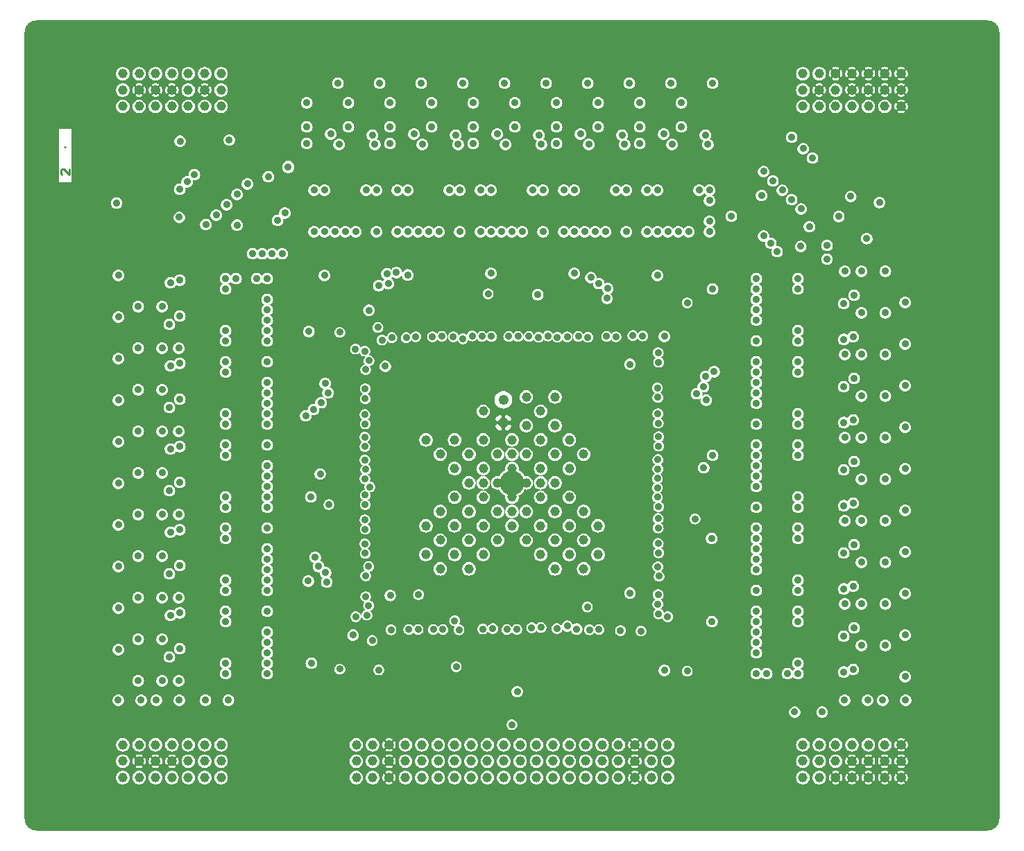
<source format=gbr>
G04 start of page 4 for group 2 idx 2 *
G04 Title: HETEPTANA, ground *
G04 Creator: pcb 1.99z *
G04 CreationDate: Mo 30 Mär 2015 16:46:12 GMT UTC *
G04 For: stephan *
G04 Format: Gerber/RS-274X *
G04 PCB-Dimensions (mil): 5511.81 4724.41 *
G04 PCB-Coordinate-Origin: lower left *
%MOIN*%
%FSLAX25Y25*%
%LNGROUND*%
%ADD68C,0.0236*%
%ADD67C,0.0787*%
%ADD66C,0.0276*%
%ADD65C,0.0256*%
%ADD64C,0.0866*%
%ADD63C,0.0157*%
%ADD62C,0.0160*%
%ADD61C,0.0492*%
%ADD60C,0.0354*%
%ADD59C,0.0360*%
%ADD58C,0.1181*%
%ADD57C,0.0472*%
%ADD56C,0.1575*%
%ADD55C,0.0453*%
%ADD54C,0.0098*%
%ADD53C,0.0100*%
%ADD52C,0.0001*%
G54D52*G36*
X135822Y200180D02*X136014Y199955D01*
X136349Y199669D01*
X136721Y199441D01*
X136349Y199213D01*
X136014Y198927D01*
X135822Y198702D01*
Y200180D01*
G37*
G36*
Y185180D02*X136014Y184955D01*
X136349Y184669D01*
X136721Y184441D01*
X136349Y184213D01*
X136014Y183927D01*
X135822Y183702D01*
Y185180D01*
G37*
G36*
Y145180D02*X136014Y144955D01*
X136349Y144669D01*
X136721Y144441D01*
X136349Y144213D01*
X136014Y143927D01*
X135822Y143702D01*
Y145180D01*
G37*
G36*
Y120180D02*X136014Y119955D01*
X136349Y119669D01*
X136721Y119441D01*
X136349Y119213D01*
X136014Y118927D01*
X135822Y118702D01*
Y120180D01*
G37*
G36*
Y305180D02*X136014Y304955D01*
X136349Y304669D01*
X136721Y304441D01*
X136349Y304213D01*
X136014Y303927D01*
X135822Y303702D01*
Y305180D01*
G37*
G36*
Y280180D02*X136014Y279955D01*
X136349Y279669D01*
X136721Y279441D01*
X136349Y279213D01*
X136014Y278927D01*
X135822Y278702D01*
Y280180D01*
G37*
G36*
Y265180D02*X136014Y264955D01*
X136349Y264669D01*
X136721Y264441D01*
X136349Y264213D01*
X136014Y263927D01*
X135822Y263702D01*
Y265180D01*
G37*
G36*
Y225180D02*X136014Y224955D01*
X136349Y224669D01*
X136721Y224441D01*
X136349Y224213D01*
X136014Y223927D01*
X135822Y223702D01*
Y225180D01*
G37*
G36*
Y240180D02*X136014Y239955D01*
X136349Y239669D01*
X136721Y239441D01*
X136349Y239213D01*
X136014Y238927D01*
X135822Y238702D01*
Y240180D01*
G37*
G36*
Y160180D02*X136014Y159955D01*
X136349Y159669D01*
X136721Y159441D01*
X136349Y159213D01*
X136014Y158927D01*
X135822Y158702D01*
Y160180D01*
G37*
G36*
X287397Y373367D02*X287630Y373270D01*
X287478Y373092D01*
X287397Y372959D01*
Y373367D01*
G37*
G36*
X318893Y302121D02*X318923Y301733D01*
X319024Y301311D01*
X319190Y300910D01*
X319417Y300540D01*
X319699Y300211D01*
X320029Y299929D01*
X320043Y299920D01*
X320005Y299904D01*
X319635Y299677D01*
X319305Y299396D01*
X319023Y299066D01*
X318893Y298852D01*
Y302121D01*
G37*
G36*
Y302257D02*X318897Y302260D01*
X318893Y302210D01*
Y302257D01*
G37*
G36*
X509843Y47244D02*X503937Y41339D01*
X465228D01*
Y65308D01*
X465278Y65322D01*
X465348Y65355D01*
X465412Y65398D01*
X465469Y65451D01*
X465517Y65512D01*
X465553Y65580D01*
X465671Y65866D01*
X465759Y66163D01*
X465817Y66467D01*
X465846Y66774D01*
Y67084D01*
X465817Y67392D01*
X465759Y67696D01*
X465671Y67992D01*
X465556Y68280D01*
X465519Y68348D01*
X465471Y68409D01*
X465414Y68462D01*
X465350Y68506D01*
X465279Y68539D01*
X465228Y68553D01*
Y73182D01*
X465278Y73196D01*
X465348Y73229D01*
X465412Y73272D01*
X465469Y73325D01*
X465517Y73386D01*
X465553Y73454D01*
X465671Y73740D01*
X465759Y74037D01*
X465817Y74341D01*
X465846Y74648D01*
Y74958D01*
X465817Y75266D01*
X465759Y75570D01*
X465671Y75866D01*
X465556Y76154D01*
X465519Y76222D01*
X465471Y76283D01*
X465414Y76336D01*
X465350Y76380D01*
X465279Y76413D01*
X465228Y76427D01*
Y81056D01*
X465278Y81070D01*
X465348Y81103D01*
X465412Y81146D01*
X465469Y81199D01*
X465517Y81260D01*
X465553Y81328D01*
X465671Y81614D01*
X465759Y81911D01*
X465817Y82215D01*
X465846Y82522D01*
Y82832D01*
X465817Y83140D01*
X465759Y83444D01*
X465671Y83740D01*
X465556Y84028D01*
X465519Y84096D01*
X465471Y84157D01*
X465414Y84210D01*
X465350Y84254D01*
X465279Y84287D01*
X465228Y84301D01*
Y101411D01*
X465618Y101505D01*
X466019Y101671D01*
X466389Y101897D01*
X466719Y102179D01*
X467000Y102509D01*
X467227Y102879D01*
X467393Y103280D01*
X467494Y103701D01*
X467520Y104134D01*
X467494Y104566D01*
X467393Y104988D01*
X467227Y105389D01*
X467000Y105759D01*
X466719Y106089D01*
X466389Y106370D01*
X466019Y106597D01*
X465618Y106763D01*
X465228Y106857D01*
Y112736D01*
X465368Y112770D01*
X465775Y112938D01*
X466151Y113169D01*
X466486Y113455D01*
X466772Y113790D01*
X467003Y114166D01*
X467171Y114573D01*
X467274Y115002D01*
X467300Y115441D01*
X467274Y115880D01*
X467171Y116309D01*
X467003Y116716D01*
X466772Y117092D01*
X466486Y117427D01*
X466151Y117713D01*
X465775Y117943D01*
X465368Y118112D01*
X465228Y118146D01*
Y132736D01*
X465368Y132770D01*
X465775Y132938D01*
X466151Y133169D01*
X466486Y133455D01*
X466772Y133790D01*
X467003Y134166D01*
X467171Y134573D01*
X467274Y135002D01*
X467300Y135441D01*
X467274Y135880D01*
X467171Y136309D01*
X467003Y136716D01*
X466772Y137092D01*
X466486Y137427D01*
X466151Y137713D01*
X465775Y137943D01*
X465368Y138112D01*
X465228Y138146D01*
Y152736D01*
X465368Y152770D01*
X465775Y152938D01*
X466151Y153169D01*
X466486Y153455D01*
X466772Y153790D01*
X467003Y154166D01*
X467171Y154573D01*
X467274Y155002D01*
X467300Y155441D01*
X467274Y155880D01*
X467171Y156309D01*
X467003Y156716D01*
X466772Y157092D01*
X466486Y157427D01*
X466151Y157713D01*
X465775Y157943D01*
X465368Y158112D01*
X465228Y158146D01*
Y172736D01*
X465368Y172770D01*
X465775Y172938D01*
X466151Y173169D01*
X466486Y173455D01*
X466772Y173790D01*
X467003Y174166D01*
X467171Y174573D01*
X467274Y175002D01*
X467300Y175441D01*
X467274Y175880D01*
X467171Y176309D01*
X467003Y176716D01*
X466772Y177092D01*
X466486Y177427D01*
X466151Y177713D01*
X465775Y177943D01*
X465368Y178112D01*
X465228Y178146D01*
Y192736D01*
X465368Y192770D01*
X465775Y192938D01*
X466151Y193169D01*
X466486Y193455D01*
X466772Y193790D01*
X467003Y194166D01*
X467171Y194573D01*
X467274Y195002D01*
X467300Y195441D01*
X467274Y195880D01*
X467171Y196309D01*
X467003Y196716D01*
X466772Y197092D01*
X466486Y197427D01*
X466151Y197713D01*
X465775Y197943D01*
X465368Y198112D01*
X465228Y198146D01*
Y212736D01*
X465368Y212770D01*
X465775Y212938D01*
X466151Y213169D01*
X466486Y213455D01*
X466772Y213790D01*
X467003Y214166D01*
X467171Y214573D01*
X467274Y215002D01*
X467300Y215441D01*
X467274Y215880D01*
X467171Y216309D01*
X467003Y216716D01*
X466772Y217092D01*
X466486Y217427D01*
X466151Y217713D01*
X465775Y217943D01*
X465368Y218112D01*
X465228Y218146D01*
Y232736D01*
X465368Y232770D01*
X465775Y232938D01*
X466151Y233169D01*
X466486Y233455D01*
X466772Y233790D01*
X467003Y234166D01*
X467171Y234573D01*
X467274Y235002D01*
X467300Y235441D01*
X467274Y235880D01*
X467171Y236309D01*
X467003Y236716D01*
X466772Y237092D01*
X466486Y237427D01*
X466151Y237713D01*
X465775Y237943D01*
X465368Y238112D01*
X465228Y238146D01*
Y252736D01*
X465368Y252770D01*
X465775Y252938D01*
X466151Y253169D01*
X466486Y253455D01*
X466772Y253790D01*
X467003Y254166D01*
X467171Y254573D01*
X467274Y255002D01*
X467300Y255441D01*
X467274Y255880D01*
X467171Y256309D01*
X467003Y256716D01*
X466772Y257092D01*
X466486Y257427D01*
X466151Y257713D01*
X465775Y257943D01*
X465368Y258112D01*
X465228Y258146D01*
Y272736D01*
X465368Y272770D01*
X465775Y272938D01*
X466151Y273169D01*
X466486Y273455D01*
X466772Y273790D01*
X467003Y274166D01*
X467171Y274573D01*
X467274Y275002D01*
X467300Y275441D01*
X467274Y275880D01*
X467171Y276309D01*
X467003Y276716D01*
X466772Y277092D01*
X466486Y277427D01*
X466151Y277713D01*
X465775Y277943D01*
X465368Y278112D01*
X465228Y278146D01*
Y292736D01*
X465368Y292770D01*
X465775Y292938D01*
X466151Y293169D01*
X466486Y293455D01*
X466772Y293790D01*
X467003Y294166D01*
X467171Y294573D01*
X467274Y295002D01*
X467300Y295441D01*
X467274Y295880D01*
X467171Y296309D01*
X467003Y296716D01*
X466772Y297092D01*
X466486Y297427D01*
X466151Y297713D01*
X465775Y297943D01*
X465368Y298112D01*
X465228Y298146D01*
Y388143D01*
X465278Y388157D01*
X465348Y388189D01*
X465412Y388233D01*
X465469Y388286D01*
X465517Y388347D01*
X465553Y388415D01*
X465671Y388701D01*
X465759Y388997D01*
X465817Y389301D01*
X465846Y389609D01*
Y389918D01*
X465817Y390226D01*
X465759Y390530D01*
X465671Y390827D01*
X465556Y391114D01*
X465519Y391182D01*
X465471Y391244D01*
X465414Y391297D01*
X465350Y391340D01*
X465279Y391373D01*
X465228Y391388D01*
Y396017D01*
X465278Y396031D01*
X465348Y396064D01*
X465412Y396107D01*
X465469Y396160D01*
X465517Y396221D01*
X465553Y396289D01*
X465671Y396575D01*
X465759Y396871D01*
X465817Y397175D01*
X465846Y397483D01*
Y397792D01*
X465817Y398100D01*
X465759Y398404D01*
X465671Y398701D01*
X465556Y398988D01*
X465519Y399056D01*
X465471Y399118D01*
X465414Y399171D01*
X465350Y399214D01*
X465279Y399247D01*
X465228Y399262D01*
Y403891D01*
X465278Y403905D01*
X465348Y403938D01*
X465412Y403981D01*
X465469Y404034D01*
X465517Y404095D01*
X465553Y404163D01*
X465671Y404449D01*
X465759Y404745D01*
X465817Y405049D01*
X465846Y405357D01*
Y405666D01*
X465817Y405974D01*
X465759Y406278D01*
X465671Y406575D01*
X465556Y406862D01*
X465519Y406930D01*
X465471Y406992D01*
X465414Y407045D01*
X465350Y407088D01*
X465279Y407121D01*
X465228Y407136D01*
Y431102D01*
X503937D01*
X509843Y425197D01*
Y47244D01*
G37*
G36*
X465228Y298146D02*X464939Y298215D01*
X464500Y298250D01*
X464061Y298215D01*
X463632Y298112D01*
X463225Y297943D01*
X462849Y297713D01*
X462600Y297500D01*
Y386516D01*
X462753D01*
X463061Y386545D01*
X463365Y386604D01*
X463662Y386691D01*
X463949Y386806D01*
X464017Y386843D01*
X464078Y386891D01*
X464131Y386948D01*
X464175Y387013D01*
X464208Y387083D01*
X464229Y387158D01*
X464239Y387235D01*
X464236Y387313D01*
X464221Y387390D01*
X464194Y387463D01*
X464157Y387531D01*
X464109Y387592D01*
X464052Y387645D01*
X463987Y387689D01*
X463916Y387722D01*
X463842Y387743D01*
X463764Y387753D01*
X463686Y387750D01*
X463610Y387735D01*
X463537Y387707D01*
X463339Y387624D01*
X463132Y387564D01*
X462920Y387523D01*
X462706Y387503D01*
X462600D01*
Y392025D01*
X462706D01*
X462920Y392005D01*
X463132Y391964D01*
X463339Y391903D01*
X463539Y391823D01*
X463611Y391795D01*
X463687Y391780D01*
X463764Y391778D01*
X463841Y391787D01*
X463915Y391808D01*
X463986Y391841D01*
X464050Y391884D01*
X464107Y391937D01*
X464154Y391998D01*
X464192Y392066D01*
X464219Y392139D01*
X464233Y392215D01*
X464236Y392292D01*
X464227Y392369D01*
X464205Y392443D01*
X464173Y392514D01*
X464129Y392578D01*
X464077Y392635D01*
X464016Y392682D01*
X463947Y392718D01*
X463662Y392837D01*
X463365Y392924D01*
X463061Y392982D01*
X462753Y393012D01*
X462600D01*
Y394390D01*
X462753D01*
X463061Y394419D01*
X463365Y394478D01*
X463662Y394565D01*
X463949Y394680D01*
X464017Y394717D01*
X464078Y394765D01*
X464131Y394822D01*
X464175Y394887D01*
X464208Y394957D01*
X464229Y395032D01*
X464239Y395109D01*
X464236Y395187D01*
X464221Y395264D01*
X464194Y395337D01*
X464157Y395405D01*
X464109Y395466D01*
X464052Y395519D01*
X463987Y395563D01*
X463916Y395596D01*
X463842Y395617D01*
X463764Y395627D01*
X463686Y395624D01*
X463610Y395609D01*
X463537Y395581D01*
X463339Y395498D01*
X463132Y395438D01*
X462920Y395397D01*
X462706Y395377D01*
X462600D01*
Y399899D01*
X462706D01*
X462920Y399879D01*
X463132Y399838D01*
X463339Y399777D01*
X463539Y399697D01*
X463611Y399669D01*
X463687Y399654D01*
X463764Y399652D01*
X463841Y399661D01*
X463915Y399682D01*
X463986Y399715D01*
X464050Y399758D01*
X464107Y399811D01*
X464154Y399872D01*
X464192Y399940D01*
X464219Y400013D01*
X464233Y400089D01*
X464236Y400166D01*
X464227Y400243D01*
X464205Y400317D01*
X464173Y400388D01*
X464129Y400452D01*
X464077Y400509D01*
X464016Y400556D01*
X463947Y400592D01*
X463662Y400711D01*
X463365Y400798D01*
X463061Y400856D01*
X462753Y400886D01*
X462600D01*
Y402264D01*
X462753D01*
X463061Y402293D01*
X463365Y402352D01*
X463662Y402439D01*
X463949Y402554D01*
X464017Y402591D01*
X464078Y402639D01*
X464131Y402696D01*
X464175Y402761D01*
X464208Y402831D01*
X464229Y402906D01*
X464239Y402983D01*
X464236Y403061D01*
X464221Y403138D01*
X464194Y403211D01*
X464157Y403279D01*
X464109Y403340D01*
X464052Y403393D01*
X463987Y403437D01*
X463916Y403470D01*
X463842Y403491D01*
X463764Y403501D01*
X463686Y403498D01*
X463610Y403483D01*
X463537Y403455D01*
X463339Y403372D01*
X463132Y403312D01*
X462920Y403271D01*
X462706Y403251D01*
X462600D01*
Y407773D01*
X462706D01*
X462920Y407753D01*
X463132Y407712D01*
X463339Y407651D01*
X463539Y407571D01*
X463611Y407543D01*
X463687Y407528D01*
X463764Y407526D01*
X463841Y407535D01*
X463915Y407556D01*
X463986Y407589D01*
X464050Y407632D01*
X464107Y407685D01*
X464154Y407746D01*
X464192Y407814D01*
X464219Y407887D01*
X464233Y407963D01*
X464236Y408040D01*
X464227Y408117D01*
X464205Y408191D01*
X464173Y408262D01*
X464129Y408326D01*
X464077Y408383D01*
X464016Y408430D01*
X463947Y408467D01*
X463662Y408585D01*
X463365Y408672D01*
X463061Y408730D01*
X462753Y408760D01*
X462600D01*
Y431102D01*
X465228D01*
Y407136D01*
X465204Y407143D01*
X465127Y407152D01*
X465049Y407149D01*
X464973Y407134D01*
X464899Y407108D01*
X464831Y407070D01*
X464770Y407022D01*
X464717Y406965D01*
X464673Y406900D01*
X464641Y406830D01*
X464619Y406755D01*
X464610Y406678D01*
X464612Y406600D01*
X464627Y406523D01*
X464655Y406451D01*
X464738Y406252D01*
X464798Y406045D01*
X464839Y405834D01*
X464860Y405619D01*
Y405404D01*
X464839Y405190D01*
X464798Y404978D01*
X464738Y404772D01*
X464658Y404572D01*
X464630Y404500D01*
X464615Y404424D01*
X464612Y404346D01*
X464622Y404269D01*
X464643Y404195D01*
X464676Y404125D01*
X464719Y404060D01*
X464772Y404004D01*
X464833Y403956D01*
X464900Y403918D01*
X464973Y403892D01*
X465049Y403877D01*
X465127Y403874D01*
X465204Y403884D01*
X465228Y403891D01*
Y399262D01*
X465204Y399269D01*
X465127Y399278D01*
X465049Y399275D01*
X464973Y399260D01*
X464899Y399234D01*
X464831Y399196D01*
X464770Y399148D01*
X464717Y399091D01*
X464673Y399026D01*
X464641Y398956D01*
X464619Y398881D01*
X464610Y398804D01*
X464612Y398726D01*
X464627Y398649D01*
X464655Y398577D01*
X464738Y398378D01*
X464798Y398171D01*
X464839Y397960D01*
X464860Y397745D01*
Y397530D01*
X464839Y397316D01*
X464798Y397104D01*
X464738Y396898D01*
X464658Y396698D01*
X464630Y396626D01*
X464615Y396550D01*
X464612Y396472D01*
X464622Y396395D01*
X464643Y396321D01*
X464676Y396251D01*
X464719Y396186D01*
X464772Y396130D01*
X464833Y396082D01*
X464900Y396044D01*
X464973Y396018D01*
X465049Y396003D01*
X465127Y396000D01*
X465204Y396010D01*
X465228Y396017D01*
Y391388D01*
X465204Y391395D01*
X465127Y391404D01*
X465049Y391401D01*
X464973Y391386D01*
X464899Y391360D01*
X464831Y391322D01*
X464770Y391274D01*
X464717Y391217D01*
X464673Y391152D01*
X464641Y391082D01*
X464619Y391007D01*
X464610Y390930D01*
X464612Y390852D01*
X464627Y390775D01*
X464655Y390703D01*
X464738Y390504D01*
X464798Y390297D01*
X464839Y390086D01*
X464860Y389871D01*
Y389656D01*
X464839Y389442D01*
X464798Y389230D01*
X464738Y389024D01*
X464658Y388824D01*
X464630Y388752D01*
X464615Y388675D01*
X464612Y388598D01*
X464622Y388521D01*
X464643Y388447D01*
X464676Y388376D01*
X464719Y388312D01*
X464772Y388256D01*
X464833Y388208D01*
X464900Y388170D01*
X464973Y388144D01*
X465049Y388129D01*
X465127Y388126D01*
X465204Y388136D01*
X465228Y388143D01*
Y298146D01*
G37*
G36*
Y278146D02*X464939Y278215D01*
X464500Y278250D01*
X464061Y278215D01*
X463632Y278112D01*
X463225Y277943D01*
X462849Y277713D01*
X462600Y277500D01*
Y293382D01*
X462849Y293169D01*
X463225Y292938D01*
X463632Y292770D01*
X464061Y292667D01*
X464500Y292632D01*
X464939Y292667D01*
X465228Y292736D01*
Y278146D01*
G37*
G36*
Y258146D02*X464939Y258215D01*
X464500Y258250D01*
X464061Y258215D01*
X463632Y258112D01*
X463225Y257943D01*
X462849Y257713D01*
X462600Y257500D01*
Y273382D01*
X462849Y273169D01*
X463225Y272938D01*
X463632Y272770D01*
X464061Y272667D01*
X464500Y272632D01*
X464939Y272667D01*
X465228Y272736D01*
Y258146D01*
G37*
G36*
Y238146D02*X464939Y238215D01*
X464500Y238250D01*
X464061Y238215D01*
X463632Y238112D01*
X463225Y237943D01*
X462849Y237713D01*
X462600Y237500D01*
Y253382D01*
X462849Y253169D01*
X463225Y252938D01*
X463632Y252770D01*
X464061Y252667D01*
X464500Y252632D01*
X464939Y252667D01*
X465228Y252736D01*
Y238146D01*
G37*
G36*
Y218146D02*X464939Y218215D01*
X464500Y218250D01*
X464061Y218215D01*
X463632Y218112D01*
X463225Y217943D01*
X462849Y217713D01*
X462600Y217500D01*
Y233382D01*
X462849Y233169D01*
X463225Y232938D01*
X463632Y232770D01*
X464061Y232667D01*
X464500Y232632D01*
X464939Y232667D01*
X465228Y232736D01*
Y218146D01*
G37*
G36*
Y198146D02*X464939Y198215D01*
X464500Y198250D01*
X464061Y198215D01*
X463632Y198112D01*
X463225Y197943D01*
X462849Y197713D01*
X462600Y197500D01*
Y213382D01*
X462849Y213169D01*
X463225Y212938D01*
X463632Y212770D01*
X464061Y212667D01*
X464500Y212632D01*
X464939Y212667D01*
X465228Y212736D01*
Y198146D01*
G37*
G36*
Y178146D02*X464939Y178215D01*
X464500Y178250D01*
X464061Y178215D01*
X463632Y178112D01*
X463225Y177943D01*
X462849Y177713D01*
X462600Y177500D01*
Y193382D01*
X462849Y193169D01*
X463225Y192938D01*
X463632Y192770D01*
X464061Y192667D01*
X464500Y192632D01*
X464939Y192667D01*
X465228Y192736D01*
Y178146D01*
G37*
G36*
Y158146D02*X464939Y158215D01*
X464500Y158250D01*
X464061Y158215D01*
X463632Y158112D01*
X463225Y157943D01*
X462849Y157713D01*
X462600Y157500D01*
Y173382D01*
X462849Y173169D01*
X463225Y172938D01*
X463632Y172770D01*
X464061Y172667D01*
X464500Y172632D01*
X464939Y172667D01*
X465228Y172736D01*
Y158146D01*
G37*
G36*
Y138146D02*X464939Y138215D01*
X464500Y138250D01*
X464061Y138215D01*
X463632Y138112D01*
X463225Y137943D01*
X462849Y137713D01*
X462600Y137500D01*
Y153382D01*
X462849Y153169D01*
X463225Y152938D01*
X463632Y152770D01*
X464061Y152667D01*
X464500Y152632D01*
X464939Y152667D01*
X465228Y152736D01*
Y138146D01*
G37*
G36*
Y118146D02*X464939Y118215D01*
X464500Y118250D01*
X464061Y118215D01*
X463632Y118112D01*
X463225Y117943D01*
X462849Y117713D01*
X462600Y117500D01*
Y133382D01*
X462849Y133169D01*
X463225Y132938D01*
X463632Y132770D01*
X464061Y132667D01*
X464500Y132632D01*
X464939Y132667D01*
X465228Y132736D01*
Y118146D01*
G37*
G36*
Y106857D02*X465196Y106864D01*
X464764Y106898D01*
X464331Y106864D01*
X463910Y106763D01*
X463509Y106597D01*
X463139Y106370D01*
X462809Y106089D01*
X462600Y105843D01*
Y113382D01*
X462849Y113169D01*
X463225Y112938D01*
X463632Y112770D01*
X464061Y112667D01*
X464500Y112632D01*
X464939Y112667D01*
X465228Y112736D01*
Y106857D01*
G37*
G36*
Y41339D02*X462600D01*
Y63681D01*
X462753D01*
X463061Y63711D01*
X463365Y63769D01*
X463662Y63856D01*
X463949Y63971D01*
X464017Y64008D01*
X464078Y64056D01*
X464131Y64113D01*
X464175Y64178D01*
X464208Y64249D01*
X464229Y64323D01*
X464239Y64401D01*
X464236Y64479D01*
X464221Y64555D01*
X464194Y64628D01*
X464157Y64696D01*
X464109Y64758D01*
X464052Y64811D01*
X463987Y64854D01*
X463916Y64887D01*
X463842Y64908D01*
X463764Y64918D01*
X463686Y64915D01*
X463610Y64900D01*
X463537Y64872D01*
X463339Y64790D01*
X463132Y64729D01*
X462920Y64688D01*
X462706Y64668D01*
X462600D01*
Y69190D01*
X462706D01*
X462920Y69170D01*
X463132Y69129D01*
X463339Y69068D01*
X463539Y68988D01*
X463611Y68961D01*
X463687Y68946D01*
X463764Y68943D01*
X463841Y68952D01*
X463915Y68974D01*
X463986Y69006D01*
X464050Y69050D01*
X464107Y69102D01*
X464154Y69163D01*
X464192Y69231D01*
X464219Y69304D01*
X464233Y69380D01*
X464236Y69457D01*
X464227Y69534D01*
X464205Y69609D01*
X464173Y69679D01*
X464129Y69743D01*
X464077Y69800D01*
X464016Y69848D01*
X463947Y69884D01*
X463662Y70002D01*
X463365Y70089D01*
X463061Y70148D01*
X462753Y70177D01*
X462600D01*
Y71555D01*
X462753D01*
X463061Y71585D01*
X463365Y71643D01*
X463662Y71730D01*
X463949Y71845D01*
X464017Y71883D01*
X464078Y71930D01*
X464131Y71987D01*
X464175Y72052D01*
X464208Y72123D01*
X464229Y72198D01*
X464239Y72275D01*
X464236Y72353D01*
X464221Y72429D01*
X464194Y72502D01*
X464157Y72570D01*
X464109Y72632D01*
X464052Y72685D01*
X463987Y72728D01*
X463916Y72761D01*
X463842Y72782D01*
X463764Y72792D01*
X463686Y72789D01*
X463610Y72774D01*
X463537Y72746D01*
X463339Y72664D01*
X463132Y72603D01*
X462920Y72562D01*
X462706Y72542D01*
X462600D01*
Y77064D01*
X462706D01*
X462920Y77044D01*
X463132Y77003D01*
X463339Y76943D01*
X463539Y76862D01*
X463611Y76835D01*
X463687Y76820D01*
X463764Y76817D01*
X463841Y76826D01*
X463915Y76848D01*
X463986Y76880D01*
X464050Y76924D01*
X464107Y76976D01*
X464154Y77037D01*
X464192Y77105D01*
X464219Y77178D01*
X464233Y77254D01*
X464236Y77331D01*
X464227Y77408D01*
X464205Y77483D01*
X464173Y77553D01*
X464129Y77617D01*
X464077Y77674D01*
X464016Y77722D01*
X463947Y77758D01*
X463662Y77876D01*
X463365Y77963D01*
X463061Y78022D01*
X462753Y78051D01*
X462600D01*
Y79429D01*
X462753D01*
X463061Y79459D01*
X463365Y79517D01*
X463662Y79604D01*
X463949Y79719D01*
X464017Y79757D01*
X464078Y79805D01*
X464131Y79861D01*
X464175Y79926D01*
X464208Y79997D01*
X464229Y80072D01*
X464239Y80149D01*
X464236Y80227D01*
X464221Y80303D01*
X464194Y80376D01*
X464157Y80444D01*
X464109Y80506D01*
X464052Y80559D01*
X463987Y80602D01*
X463916Y80635D01*
X463842Y80656D01*
X463764Y80666D01*
X463686Y80663D01*
X463610Y80648D01*
X463537Y80620D01*
X463339Y80538D01*
X463132Y80477D01*
X462920Y80436D01*
X462706Y80416D01*
X462600D01*
Y84938D01*
X462706D01*
X462920Y84918D01*
X463132Y84877D01*
X463339Y84817D01*
X463539Y84737D01*
X463611Y84709D01*
X463687Y84694D01*
X463764Y84691D01*
X463841Y84700D01*
X463915Y84722D01*
X463986Y84754D01*
X464050Y84798D01*
X464107Y84850D01*
X464154Y84911D01*
X464192Y84979D01*
X464219Y85052D01*
X464233Y85128D01*
X464236Y85205D01*
X464227Y85282D01*
X464205Y85357D01*
X464173Y85427D01*
X464129Y85491D01*
X464077Y85548D01*
X464016Y85596D01*
X463947Y85632D01*
X463662Y85750D01*
X463365Y85837D01*
X463061Y85896D01*
X462753Y85925D01*
X462600D01*
Y102424D01*
X462809Y102179D01*
X463139Y101897D01*
X463509Y101671D01*
X463910Y101505D01*
X464331Y101403D01*
X464764Y101369D01*
X465196Y101403D01*
X465228Y101411D01*
Y84301D01*
X465204Y84308D01*
X465127Y84317D01*
X465049Y84315D01*
X464973Y84300D01*
X464899Y84273D01*
X464831Y84235D01*
X464770Y84187D01*
X464717Y84130D01*
X464673Y84066D01*
X464641Y83995D01*
X464619Y83920D01*
X464610Y83843D01*
X464612Y83765D01*
X464627Y83689D01*
X464655Y83616D01*
X464738Y83417D01*
X464798Y83211D01*
X464839Y82999D01*
X464860Y82785D01*
Y82569D01*
X464839Y82355D01*
X464798Y82144D01*
X464738Y81937D01*
X464658Y81737D01*
X464630Y81665D01*
X464615Y81589D01*
X464612Y81511D01*
X464622Y81435D01*
X464643Y81360D01*
X464676Y81290D01*
X464719Y81226D01*
X464772Y81169D01*
X464833Y81121D01*
X464900Y81084D01*
X464973Y81057D01*
X465049Y81042D01*
X465127Y81040D01*
X465204Y81049D01*
X465228Y81056D01*
Y76427D01*
X465204Y76434D01*
X465127Y76443D01*
X465049Y76441D01*
X464973Y76426D01*
X464899Y76399D01*
X464831Y76361D01*
X464770Y76313D01*
X464717Y76256D01*
X464673Y76192D01*
X464641Y76121D01*
X464619Y76046D01*
X464610Y75969D01*
X464612Y75891D01*
X464627Y75815D01*
X464655Y75742D01*
X464738Y75543D01*
X464798Y75337D01*
X464839Y75125D01*
X464860Y74911D01*
Y74695D01*
X464839Y74481D01*
X464798Y74270D01*
X464738Y74063D01*
X464658Y73863D01*
X464630Y73791D01*
X464615Y73715D01*
X464612Y73637D01*
X464622Y73561D01*
X464643Y73486D01*
X464676Y73416D01*
X464719Y73352D01*
X464772Y73295D01*
X464833Y73247D01*
X464900Y73210D01*
X464973Y73183D01*
X465049Y73168D01*
X465127Y73165D01*
X465204Y73175D01*
X465228Y73182D01*
Y68553D01*
X465204Y68560D01*
X465127Y68569D01*
X465049Y68567D01*
X464973Y68552D01*
X464899Y68525D01*
X464831Y68487D01*
X464770Y68439D01*
X464717Y68382D01*
X464673Y68318D01*
X464641Y68247D01*
X464619Y68172D01*
X464610Y68095D01*
X464612Y68017D01*
X464627Y67941D01*
X464655Y67868D01*
X464738Y67669D01*
X464798Y67463D01*
X464839Y67251D01*
X464860Y67037D01*
Y66821D01*
X464839Y66607D01*
X464798Y66396D01*
X464738Y66189D01*
X464658Y65989D01*
X464630Y65917D01*
X464615Y65841D01*
X464612Y65763D01*
X464622Y65687D01*
X464643Y65612D01*
X464676Y65542D01*
X464719Y65478D01*
X464772Y65421D01*
X464833Y65373D01*
X464900Y65336D01*
X464973Y65309D01*
X465049Y65294D01*
X465127Y65291D01*
X465204Y65301D01*
X465228Y65308D01*
Y41339D01*
G37*
G36*
X462600D02*X459969D01*
Y65305D01*
X459993Y65298D01*
X460070Y65289D01*
X460148Y65292D01*
X460224Y65307D01*
X460297Y65333D01*
X460366Y65371D01*
X460427Y65419D01*
X460480Y65476D01*
X460523Y65541D01*
X460556Y65611D01*
X460578Y65686D01*
X460587Y65763D01*
X460584Y65841D01*
X460569Y65918D01*
X460541Y65990D01*
X460459Y66189D01*
X460398Y66396D01*
X460358Y66607D01*
X460337Y66821D01*
Y67037D01*
X460358Y67251D01*
X460398Y67463D01*
X460459Y67669D01*
X460539Y67869D01*
X460567Y67941D01*
X460582Y68017D01*
X460585Y68095D01*
X460575Y68172D01*
X460554Y68246D01*
X460521Y68316D01*
X460478Y68381D01*
X460425Y68437D01*
X460364Y68485D01*
X460296Y68523D01*
X460224Y68549D01*
X460148Y68564D01*
X460070Y68567D01*
X459993Y68557D01*
X459969Y68550D01*
Y73179D01*
X459993Y73172D01*
X460070Y73163D01*
X460148Y73166D01*
X460224Y73181D01*
X460297Y73207D01*
X460366Y73245D01*
X460427Y73293D01*
X460480Y73350D01*
X460523Y73415D01*
X460556Y73485D01*
X460578Y73560D01*
X460587Y73637D01*
X460584Y73715D01*
X460569Y73792D01*
X460541Y73864D01*
X460459Y74063D01*
X460398Y74270D01*
X460358Y74481D01*
X460337Y74695D01*
Y74911D01*
X460358Y75125D01*
X460398Y75337D01*
X460459Y75543D01*
X460539Y75743D01*
X460567Y75815D01*
X460582Y75891D01*
X460585Y75969D01*
X460575Y76046D01*
X460554Y76120D01*
X460521Y76190D01*
X460478Y76255D01*
X460425Y76311D01*
X460364Y76359D01*
X460296Y76397D01*
X460224Y76423D01*
X460148Y76438D01*
X460070Y76441D01*
X459993Y76431D01*
X459969Y76424D01*
Y81053D01*
X459993Y81046D01*
X460070Y81037D01*
X460148Y81040D01*
X460224Y81055D01*
X460297Y81081D01*
X460366Y81119D01*
X460427Y81167D01*
X460480Y81224D01*
X460523Y81289D01*
X460556Y81359D01*
X460578Y81434D01*
X460587Y81511D01*
X460584Y81589D01*
X460569Y81666D01*
X460541Y81738D01*
X460459Y81937D01*
X460398Y82144D01*
X460358Y82355D01*
X460337Y82569D01*
Y82785D01*
X460358Y82999D01*
X460398Y83211D01*
X460459Y83417D01*
X460539Y83617D01*
X460567Y83689D01*
X460582Y83765D01*
X460585Y83843D01*
X460575Y83920D01*
X460554Y83994D01*
X460521Y84064D01*
X460478Y84129D01*
X460425Y84185D01*
X460364Y84233D01*
X460296Y84271D01*
X460224Y84297D01*
X460148Y84312D01*
X460070Y84315D01*
X459993Y84305D01*
X459969Y84298D01*
Y388140D01*
X459993Y388133D01*
X460070Y388124D01*
X460148Y388126D01*
X460224Y388141D01*
X460297Y388168D01*
X460366Y388206D01*
X460427Y388254D01*
X460480Y388311D01*
X460523Y388375D01*
X460556Y388446D01*
X460578Y388521D01*
X460587Y388598D01*
X460584Y388676D01*
X460569Y388752D01*
X460541Y388825D01*
X460459Y389024D01*
X460398Y389230D01*
X460358Y389442D01*
X460337Y389656D01*
Y389871D01*
X460358Y390086D01*
X460398Y390297D01*
X460459Y390504D01*
X460539Y390704D01*
X460567Y390776D01*
X460582Y390852D01*
X460585Y390929D01*
X460575Y391006D01*
X460554Y391081D01*
X460521Y391151D01*
X460478Y391215D01*
X460425Y391272D01*
X460364Y391320D01*
X460296Y391357D01*
X460224Y391384D01*
X460148Y391399D01*
X460070Y391401D01*
X459993Y391392D01*
X459969Y391385D01*
Y396014D01*
X459993Y396007D01*
X460070Y395998D01*
X460148Y396000D01*
X460224Y396015D01*
X460297Y396042D01*
X460366Y396080D01*
X460427Y396128D01*
X460480Y396185D01*
X460523Y396249D01*
X460556Y396320D01*
X460578Y396395D01*
X460587Y396472D01*
X460584Y396550D01*
X460569Y396626D01*
X460541Y396699D01*
X460459Y396898D01*
X460398Y397104D01*
X460358Y397316D01*
X460337Y397530D01*
Y397745D01*
X460358Y397960D01*
X460398Y398171D01*
X460459Y398378D01*
X460539Y398578D01*
X460567Y398650D01*
X460582Y398726D01*
X460585Y398803D01*
X460575Y398880D01*
X460554Y398955D01*
X460521Y399025D01*
X460478Y399089D01*
X460425Y399146D01*
X460364Y399194D01*
X460296Y399231D01*
X460224Y399258D01*
X460148Y399273D01*
X460070Y399275D01*
X459993Y399266D01*
X459969Y399259D01*
Y403888D01*
X459993Y403881D01*
X460070Y403872D01*
X460148Y403874D01*
X460224Y403889D01*
X460297Y403916D01*
X460366Y403954D01*
X460427Y404002D01*
X460480Y404059D01*
X460523Y404123D01*
X460556Y404194D01*
X460578Y404269D01*
X460587Y404346D01*
X460584Y404424D01*
X460569Y404500D01*
X460541Y404573D01*
X460459Y404772D01*
X460398Y404978D01*
X460358Y405190D01*
X460337Y405404D01*
Y405619D01*
X460358Y405834D01*
X460398Y406045D01*
X460459Y406252D01*
X460539Y406452D01*
X460567Y406524D01*
X460582Y406600D01*
X460585Y406678D01*
X460575Y406754D01*
X460554Y406829D01*
X460521Y406899D01*
X460478Y406963D01*
X460425Y407020D01*
X460364Y407068D01*
X460296Y407105D01*
X460224Y407132D01*
X460148Y407147D01*
X460070Y407149D01*
X459993Y407140D01*
X459969Y407133D01*
Y431102D01*
X462600D01*
Y408760D01*
X462444D01*
X462136Y408730D01*
X461832Y408672D01*
X461535Y408585D01*
X461248Y408470D01*
X461180Y408432D01*
X461118Y408384D01*
X461065Y408327D01*
X461022Y408263D01*
X460989Y408192D01*
X460968Y408117D01*
X460958Y408040D01*
X460961Y407962D01*
X460976Y407886D01*
X461003Y407813D01*
X461040Y407745D01*
X461088Y407683D01*
X461145Y407630D01*
X461210Y407587D01*
X461280Y407554D01*
X461355Y407533D01*
X461433Y407523D01*
X461510Y407526D01*
X461587Y407541D01*
X461659Y407569D01*
X461858Y407651D01*
X462065Y407712D01*
X462276Y407753D01*
X462491Y407773D01*
X462600D01*
Y403251D01*
X462491D01*
X462276Y403271D01*
X462065Y403312D01*
X461858Y403372D01*
X461658Y403452D01*
X461586Y403480D01*
X461510Y403495D01*
X461433Y403498D01*
X461356Y403489D01*
X461281Y403467D01*
X461211Y403435D01*
X461147Y403391D01*
X461090Y403339D01*
X461042Y403278D01*
X461005Y403210D01*
X460978Y403137D01*
X460964Y403061D01*
X460961Y402984D01*
X460970Y402907D01*
X460991Y402832D01*
X461024Y402762D01*
X461067Y402698D01*
X461120Y402641D01*
X461181Y402593D01*
X461250Y402557D01*
X461535Y402439D01*
X461832Y402352D01*
X462136Y402293D01*
X462444Y402264D01*
X462600D01*
Y400886D01*
X462444D01*
X462136Y400856D01*
X461832Y400798D01*
X461535Y400711D01*
X461248Y400596D01*
X461180Y400558D01*
X461118Y400510D01*
X461065Y400453D01*
X461022Y400389D01*
X460989Y400318D01*
X460968Y400243D01*
X460958Y400166D01*
X460961Y400088D01*
X460976Y400012D01*
X461003Y399939D01*
X461040Y399871D01*
X461088Y399809D01*
X461145Y399756D01*
X461210Y399713D01*
X461280Y399680D01*
X461355Y399659D01*
X461433Y399649D01*
X461510Y399652D01*
X461587Y399667D01*
X461659Y399695D01*
X461858Y399777D01*
X462065Y399838D01*
X462276Y399879D01*
X462491Y399899D01*
X462600D01*
Y395377D01*
X462491D01*
X462276Y395397D01*
X462065Y395438D01*
X461858Y395498D01*
X461658Y395578D01*
X461586Y395606D01*
X461510Y395621D01*
X461433Y395624D01*
X461356Y395615D01*
X461281Y395593D01*
X461211Y395561D01*
X461147Y395517D01*
X461090Y395465D01*
X461042Y395403D01*
X461005Y395336D01*
X460978Y395263D01*
X460964Y395187D01*
X460961Y395110D01*
X460970Y395033D01*
X460991Y394958D01*
X461024Y394888D01*
X461067Y394824D01*
X461120Y394767D01*
X461181Y394719D01*
X461250Y394683D01*
X461535Y394565D01*
X461832Y394478D01*
X462136Y394419D01*
X462444Y394390D01*
X462600D01*
Y393012D01*
X462444D01*
X462136Y392982D01*
X461832Y392924D01*
X461535Y392837D01*
X461248Y392722D01*
X461180Y392684D01*
X461118Y392636D01*
X461065Y392579D01*
X461022Y392515D01*
X460989Y392444D01*
X460968Y392369D01*
X460958Y392292D01*
X460961Y392214D01*
X460976Y392138D01*
X461003Y392065D01*
X461040Y391997D01*
X461088Y391935D01*
X461145Y391882D01*
X461210Y391839D01*
X461280Y391806D01*
X461355Y391784D01*
X461433Y391775D01*
X461510Y391778D01*
X461587Y391793D01*
X461659Y391821D01*
X461858Y391903D01*
X462065Y391964D01*
X462276Y392005D01*
X462491Y392025D01*
X462600D01*
Y387503D01*
X462491D01*
X462276Y387523D01*
X462065Y387564D01*
X461858Y387624D01*
X461658Y387704D01*
X461586Y387732D01*
X461510Y387747D01*
X461433Y387750D01*
X461356Y387741D01*
X461281Y387719D01*
X461211Y387687D01*
X461147Y387643D01*
X461090Y387590D01*
X461042Y387529D01*
X461005Y387462D01*
X460978Y387389D01*
X460964Y387313D01*
X460961Y387236D01*
X460970Y387159D01*
X460991Y387084D01*
X461024Y387014D01*
X461067Y386950D01*
X461120Y386893D01*
X461181Y386845D01*
X461250Y386809D01*
X461535Y386691D01*
X461832Y386604D01*
X462136Y386545D01*
X462444Y386516D01*
X462600D01*
Y297500D01*
X462514Y297427D01*
X462228Y297092D01*
X461997Y296716D01*
X461829Y296309D01*
X461726Y295880D01*
X461691Y295441D01*
X461726Y295002D01*
X461829Y294573D01*
X461997Y294166D01*
X462228Y293790D01*
X462514Y293455D01*
X462600Y293382D01*
Y277500D01*
X462514Y277427D01*
X462228Y277092D01*
X461997Y276716D01*
X461829Y276309D01*
X461726Y275880D01*
X461691Y275441D01*
X461726Y275002D01*
X461829Y274573D01*
X461997Y274166D01*
X462228Y273790D01*
X462514Y273455D01*
X462600Y273382D01*
Y257500D01*
X462514Y257427D01*
X462228Y257092D01*
X461997Y256716D01*
X461829Y256309D01*
X461726Y255880D01*
X461691Y255441D01*
X461726Y255002D01*
X461829Y254573D01*
X461997Y254166D01*
X462228Y253790D01*
X462514Y253455D01*
X462600Y253382D01*
Y237500D01*
X462514Y237427D01*
X462228Y237092D01*
X461997Y236716D01*
X461829Y236309D01*
X461726Y235880D01*
X461691Y235441D01*
X461726Y235002D01*
X461829Y234573D01*
X461997Y234166D01*
X462228Y233790D01*
X462514Y233455D01*
X462600Y233382D01*
Y217500D01*
X462514Y217427D01*
X462228Y217092D01*
X461997Y216716D01*
X461829Y216309D01*
X461726Y215880D01*
X461691Y215441D01*
X461726Y215002D01*
X461829Y214573D01*
X461997Y214166D01*
X462228Y213790D01*
X462514Y213455D01*
X462600Y213382D01*
Y197500D01*
X462514Y197427D01*
X462228Y197092D01*
X461997Y196716D01*
X461829Y196309D01*
X461726Y195880D01*
X461691Y195441D01*
X461726Y195002D01*
X461829Y194573D01*
X461997Y194166D01*
X462228Y193790D01*
X462514Y193455D01*
X462600Y193382D01*
Y177500D01*
X462514Y177427D01*
X462228Y177092D01*
X461997Y176716D01*
X461829Y176309D01*
X461726Y175880D01*
X461691Y175441D01*
X461726Y175002D01*
X461829Y174573D01*
X461997Y174166D01*
X462228Y173790D01*
X462514Y173455D01*
X462600Y173382D01*
Y157500D01*
X462514Y157427D01*
X462228Y157092D01*
X461997Y156716D01*
X461829Y156309D01*
X461726Y155880D01*
X461691Y155441D01*
X461726Y155002D01*
X461829Y154573D01*
X461997Y154166D01*
X462228Y153790D01*
X462514Y153455D01*
X462600Y153382D01*
Y137500D01*
X462514Y137427D01*
X462228Y137092D01*
X461997Y136716D01*
X461829Y136309D01*
X461726Y135880D01*
X461691Y135441D01*
X461726Y135002D01*
X461829Y134573D01*
X461997Y134166D01*
X462228Y133790D01*
X462514Y133455D01*
X462600Y133382D01*
Y117500D01*
X462514Y117427D01*
X462228Y117092D01*
X461997Y116716D01*
X461829Y116309D01*
X461726Y115880D01*
X461691Y115441D01*
X461726Y115002D01*
X461829Y114573D01*
X461997Y114166D01*
X462228Y113790D01*
X462514Y113455D01*
X462600Y113382D01*
Y105843D01*
X462527Y105759D01*
X462301Y105389D01*
X462135Y104988D01*
X462033Y104566D01*
X461999Y104134D01*
X462033Y103701D01*
X462135Y103280D01*
X462301Y102879D01*
X462527Y102509D01*
X462600Y102424D01*
Y85925D01*
X462444D01*
X462136Y85896D01*
X461832Y85837D01*
X461535Y85750D01*
X461248Y85635D01*
X461180Y85598D01*
X461118Y85550D01*
X461065Y85493D01*
X461022Y85428D01*
X460989Y85358D01*
X460968Y85283D01*
X460958Y85206D01*
X460961Y85128D01*
X460976Y85051D01*
X461003Y84978D01*
X461040Y84910D01*
X461088Y84849D01*
X461145Y84796D01*
X461210Y84752D01*
X461280Y84719D01*
X461355Y84698D01*
X461433Y84688D01*
X461510Y84691D01*
X461587Y84706D01*
X461659Y84734D01*
X461858Y84817D01*
X462065Y84877D01*
X462276Y84918D01*
X462491Y84938D01*
X462600D01*
Y80416D01*
X462491D01*
X462276Y80436D01*
X462065Y80477D01*
X461858Y80538D01*
X461658Y80618D01*
X461586Y80646D01*
X461510Y80661D01*
X461433Y80663D01*
X461356Y80654D01*
X461281Y80633D01*
X461211Y80600D01*
X461147Y80557D01*
X461090Y80504D01*
X461042Y80443D01*
X461005Y80375D01*
X460978Y80302D01*
X460964Y80226D01*
X460961Y80149D01*
X460970Y80072D01*
X460991Y79998D01*
X461024Y79927D01*
X461067Y79863D01*
X461120Y79806D01*
X461181Y79759D01*
X461250Y79722D01*
X461535Y79604D01*
X461832Y79517D01*
X462136Y79459D01*
X462444Y79429D01*
X462600D01*
Y78051D01*
X462444D01*
X462136Y78022D01*
X461832Y77963D01*
X461535Y77876D01*
X461248Y77761D01*
X461180Y77724D01*
X461118Y77676D01*
X461065Y77619D01*
X461022Y77554D01*
X460989Y77484D01*
X460968Y77409D01*
X460958Y77332D01*
X460961Y77254D01*
X460976Y77177D01*
X461003Y77104D01*
X461040Y77036D01*
X461088Y76975D01*
X461145Y76922D01*
X461210Y76878D01*
X461280Y76845D01*
X461355Y76824D01*
X461433Y76814D01*
X461510Y76817D01*
X461587Y76832D01*
X461659Y76860D01*
X461858Y76943D01*
X462065Y77003D01*
X462276Y77044D01*
X462491Y77064D01*
X462600D01*
Y72542D01*
X462491D01*
X462276Y72562D01*
X462065Y72603D01*
X461858Y72664D01*
X461658Y72744D01*
X461586Y72772D01*
X461510Y72787D01*
X461433Y72789D01*
X461356Y72780D01*
X461281Y72759D01*
X461211Y72726D01*
X461147Y72683D01*
X461090Y72630D01*
X461042Y72569D01*
X461005Y72501D01*
X460978Y72428D01*
X460964Y72352D01*
X460961Y72275D01*
X460970Y72198D01*
X460991Y72124D01*
X461024Y72053D01*
X461067Y71989D01*
X461120Y71932D01*
X461181Y71885D01*
X461250Y71848D01*
X461535Y71730D01*
X461832Y71643D01*
X462136Y71585D01*
X462444Y71555D01*
X462600D01*
Y70177D01*
X462444D01*
X462136Y70148D01*
X461832Y70089D01*
X461535Y70002D01*
X461248Y69887D01*
X461180Y69850D01*
X461118Y69802D01*
X461065Y69745D01*
X461022Y69680D01*
X460989Y69610D01*
X460968Y69535D01*
X460958Y69457D01*
X460961Y69380D01*
X460976Y69303D01*
X461003Y69230D01*
X461040Y69162D01*
X461088Y69101D01*
X461145Y69048D01*
X461210Y69004D01*
X461280Y68971D01*
X461355Y68950D01*
X461433Y68940D01*
X461510Y68943D01*
X461587Y68958D01*
X461659Y68986D01*
X461858Y69068D01*
X462065Y69129D01*
X462276Y69170D01*
X462491Y69190D01*
X462600D01*
Y64668D01*
X462491D01*
X462276Y64688D01*
X462065Y64729D01*
X461858Y64790D01*
X461658Y64870D01*
X461586Y64898D01*
X461510Y64913D01*
X461433Y64915D01*
X461356Y64906D01*
X461281Y64885D01*
X461211Y64852D01*
X461147Y64809D01*
X461090Y64756D01*
X461042Y64695D01*
X461005Y64627D01*
X460978Y64554D01*
X460964Y64478D01*
X460961Y64401D01*
X460970Y64324D01*
X460991Y64250D01*
X461024Y64179D01*
X461067Y64115D01*
X461120Y64058D01*
X461181Y64011D01*
X461250Y63974D01*
X461535Y63856D01*
X461832Y63769D01*
X462136Y63711D01*
X462444Y63681D01*
X462600D01*
Y41339D01*
G37*
G36*
X459969D02*X457354D01*
Y65308D01*
X457404Y65322D01*
X457474Y65355D01*
X457538Y65398D01*
X457595Y65451D01*
X457643Y65512D01*
X457679Y65580D01*
X457797Y65866D01*
X457885Y66163D01*
X457943Y66467D01*
X457972Y66774D01*
Y67084D01*
X457943Y67392D01*
X457885Y67696D01*
X457797Y67992D01*
X457682Y68280D01*
X457645Y68348D01*
X457597Y68409D01*
X457540Y68462D01*
X457476Y68506D01*
X457405Y68539D01*
X457354Y68553D01*
Y73182D01*
X457404Y73196D01*
X457474Y73229D01*
X457538Y73272D01*
X457595Y73325D01*
X457643Y73386D01*
X457679Y73454D01*
X457797Y73740D01*
X457885Y74037D01*
X457943Y74341D01*
X457972Y74648D01*
Y74958D01*
X457943Y75266D01*
X457885Y75570D01*
X457797Y75866D01*
X457682Y76154D01*
X457645Y76222D01*
X457597Y76283D01*
X457540Y76336D01*
X457476Y76380D01*
X457405Y76413D01*
X457354Y76427D01*
Y80755D01*
X457360Y80762D01*
X457627Y81198D01*
X457823Y81670D01*
X457942Y82167D01*
X457972Y82677D01*
X457942Y83187D01*
X457823Y83684D01*
X457627Y84156D01*
X457360Y84592D01*
X457354Y84599D01*
Y128924D01*
X457503Y129166D01*
X457671Y129573D01*
X457774Y130002D01*
X457800Y130441D01*
X457774Y130880D01*
X457671Y131309D01*
X457503Y131716D01*
X457354Y131958D01*
Y148924D01*
X457503Y149166D01*
X457671Y149573D01*
X457774Y150002D01*
X457800Y150441D01*
X457774Y150880D01*
X457671Y151309D01*
X457503Y151716D01*
X457354Y151958D01*
Y168924D01*
X457503Y169166D01*
X457671Y169573D01*
X457774Y170002D01*
X457800Y170441D01*
X457774Y170880D01*
X457671Y171309D01*
X457503Y171716D01*
X457354Y171958D01*
Y188924D01*
X457503Y189166D01*
X457671Y189573D01*
X457774Y190002D01*
X457800Y190441D01*
X457774Y190880D01*
X457671Y191309D01*
X457503Y191716D01*
X457354Y191958D01*
Y208924D01*
X457503Y209166D01*
X457671Y209573D01*
X457774Y210002D01*
X457800Y210441D01*
X457774Y210880D01*
X457671Y211309D01*
X457503Y211716D01*
X457354Y211958D01*
Y228924D01*
X457503Y229166D01*
X457671Y229573D01*
X457774Y230002D01*
X457800Y230441D01*
X457774Y230880D01*
X457671Y231309D01*
X457503Y231716D01*
X457354Y231958D01*
Y248924D01*
X457503Y249166D01*
X457671Y249573D01*
X457774Y250002D01*
X457800Y250441D01*
X457774Y250880D01*
X457671Y251309D01*
X457503Y251716D01*
X457354Y251958D01*
Y268924D01*
X457503Y269166D01*
X457671Y269573D01*
X457774Y270002D01*
X457800Y270441D01*
X457774Y270880D01*
X457671Y271309D01*
X457503Y271716D01*
X457354Y271958D01*
Y288924D01*
X457503Y289166D01*
X457671Y289573D01*
X457774Y290002D01*
X457800Y290441D01*
X457774Y290880D01*
X457671Y291309D01*
X457503Y291716D01*
X457354Y291958D01*
Y308924D01*
X457503Y309166D01*
X457671Y309573D01*
X457774Y310002D01*
X457800Y310441D01*
X457774Y310880D01*
X457671Y311309D01*
X457503Y311716D01*
X457354Y311958D01*
Y387842D01*
X457360Y387849D01*
X457627Y388285D01*
X457823Y388757D01*
X457942Y389254D01*
X457972Y389764D01*
X457942Y390273D01*
X457823Y390771D01*
X457627Y391243D01*
X457360Y391679D01*
X457354Y391686D01*
Y396017D01*
X457404Y396031D01*
X457474Y396064D01*
X457538Y396107D01*
X457595Y396160D01*
X457643Y396221D01*
X457679Y396289D01*
X457797Y396575D01*
X457885Y396871D01*
X457943Y397175D01*
X457972Y397483D01*
Y397792D01*
X457943Y398100D01*
X457885Y398404D01*
X457797Y398701D01*
X457682Y398988D01*
X457645Y399056D01*
X457597Y399118D01*
X457540Y399171D01*
X457476Y399214D01*
X457405Y399247D01*
X457354Y399262D01*
Y403891D01*
X457404Y403905D01*
X457474Y403938D01*
X457538Y403981D01*
X457595Y404034D01*
X457643Y404095D01*
X457679Y404163D01*
X457797Y404449D01*
X457885Y404745D01*
X457943Y405049D01*
X457972Y405357D01*
Y405666D01*
X457943Y405974D01*
X457885Y406278D01*
X457797Y406575D01*
X457682Y406862D01*
X457645Y406930D01*
X457597Y406992D01*
X457540Y407045D01*
X457476Y407088D01*
X457405Y407121D01*
X457354Y407136D01*
Y431102D01*
X459969D01*
Y407133D01*
X459919Y407119D01*
X459849Y407086D01*
X459784Y407043D01*
X459728Y406990D01*
X459680Y406929D01*
X459644Y406861D01*
X459525Y406575D01*
X459438Y406278D01*
X459380Y405974D01*
X459350Y405666D01*
Y405357D01*
X459380Y405049D01*
X459438Y404745D01*
X459525Y404449D01*
X459640Y404161D01*
X459678Y404093D01*
X459726Y404032D01*
X459783Y403979D01*
X459847Y403935D01*
X459918Y403902D01*
X459969Y403888D01*
Y399259D01*
X459919Y399245D01*
X459849Y399212D01*
X459784Y399169D01*
X459728Y399116D01*
X459680Y399055D01*
X459644Y398987D01*
X459525Y398701D01*
X459438Y398404D01*
X459380Y398100D01*
X459350Y397792D01*
Y397483D01*
X459380Y397175D01*
X459438Y396871D01*
X459525Y396575D01*
X459640Y396287D01*
X459678Y396219D01*
X459726Y396158D01*
X459783Y396105D01*
X459847Y396061D01*
X459918Y396028D01*
X459969Y396014D01*
Y391385D01*
X459919Y391371D01*
X459849Y391338D01*
X459784Y391295D01*
X459728Y391242D01*
X459680Y391181D01*
X459644Y391113D01*
X459525Y390827D01*
X459438Y390530D01*
X459380Y390226D01*
X459350Y389918D01*
Y389609D01*
X459380Y389301D01*
X459438Y388997D01*
X459525Y388701D01*
X459640Y388413D01*
X459678Y388345D01*
X459726Y388284D01*
X459783Y388231D01*
X459847Y388187D01*
X459918Y388154D01*
X459969Y388140D01*
Y84298D01*
X459919Y84284D01*
X459849Y84251D01*
X459784Y84208D01*
X459728Y84155D01*
X459680Y84094D01*
X459644Y84026D01*
X459525Y83740D01*
X459438Y83444D01*
X459380Y83140D01*
X459350Y82832D01*
Y82522D01*
X459380Y82215D01*
X459438Y81911D01*
X459525Y81614D01*
X459640Y81327D01*
X459678Y81259D01*
X459726Y81197D01*
X459783Y81144D01*
X459847Y81101D01*
X459918Y81068D01*
X459969Y81053D01*
Y76424D01*
X459919Y76410D01*
X459849Y76377D01*
X459784Y76334D01*
X459728Y76281D01*
X459680Y76220D01*
X459644Y76152D01*
X459525Y75866D01*
X459438Y75570D01*
X459380Y75266D01*
X459350Y74958D01*
Y74648D01*
X459380Y74341D01*
X459438Y74037D01*
X459525Y73740D01*
X459640Y73453D01*
X459678Y73385D01*
X459726Y73323D01*
X459783Y73270D01*
X459847Y73227D01*
X459918Y73194D01*
X459969Y73179D01*
Y68550D01*
X459919Y68536D01*
X459849Y68503D01*
X459784Y68460D01*
X459728Y68407D01*
X459680Y68346D01*
X459644Y68278D01*
X459525Y67992D01*
X459438Y67696D01*
X459380Y67392D01*
X459350Y67084D01*
Y66774D01*
X459380Y66467D01*
X459438Y66163D01*
X459525Y65866D01*
X459640Y65579D01*
X459678Y65510D01*
X459726Y65449D01*
X459783Y65396D01*
X459847Y65353D01*
X459918Y65320D01*
X459969Y65305D01*
Y41339D01*
G37*
G36*
X457354Y391686D02*X457028Y392068D01*
X456639Y392400D01*
X456204Y392667D01*
X455731Y392862D01*
X455234Y392982D01*
X454724Y393022D01*
X454719Y393021D01*
Y394390D01*
X454879D01*
X455187Y394419D01*
X455491Y394478D01*
X455788Y394565D01*
X456075Y394680D01*
X456143Y394717D01*
X456204Y394765D01*
X456257Y394822D01*
X456301Y394887D01*
X456334Y394957D01*
X456355Y395032D01*
X456365Y395109D01*
X456362Y395187D01*
X456347Y395264D01*
X456320Y395337D01*
X456283Y395405D01*
X456235Y395466D01*
X456178Y395519D01*
X456113Y395563D01*
X456042Y395596D01*
X455968Y395617D01*
X455890Y395627D01*
X455812Y395624D01*
X455736Y395609D01*
X455663Y395581D01*
X455465Y395498D01*
X455258Y395438D01*
X455046Y395397D01*
X454832Y395377D01*
X454719D01*
Y399899D01*
X454832D01*
X455046Y399879D01*
X455258Y399838D01*
X455465Y399777D01*
X455665Y399697D01*
X455737Y399669D01*
X455813Y399654D01*
X455890Y399652D01*
X455967Y399661D01*
X456041Y399682D01*
X456112Y399715D01*
X456176Y399758D01*
X456233Y399811D01*
X456280Y399872D01*
X456318Y399940D01*
X456344Y400013D01*
X456359Y400089D01*
X456362Y400166D01*
X456353Y400243D01*
X456331Y400317D01*
X456299Y400388D01*
X456255Y400452D01*
X456203Y400509D01*
X456142Y400556D01*
X456073Y400592D01*
X455788Y400711D01*
X455491Y400798D01*
X455187Y400856D01*
X454879Y400886D01*
X454719D01*
Y402264D01*
X454879D01*
X455187Y402293D01*
X455491Y402352D01*
X455788Y402439D01*
X456075Y402554D01*
X456143Y402591D01*
X456204Y402639D01*
X456257Y402696D01*
X456301Y402761D01*
X456334Y402831D01*
X456355Y402906D01*
X456365Y402983D01*
X456362Y403061D01*
X456347Y403138D01*
X456320Y403211D01*
X456283Y403279D01*
X456235Y403340D01*
X456178Y403393D01*
X456113Y403437D01*
X456042Y403470D01*
X455968Y403491D01*
X455890Y403501D01*
X455812Y403498D01*
X455736Y403483D01*
X455663Y403455D01*
X455465Y403372D01*
X455258Y403312D01*
X455046Y403271D01*
X454832Y403251D01*
X454719D01*
Y407773D01*
X454832D01*
X455046Y407753D01*
X455258Y407712D01*
X455465Y407651D01*
X455665Y407571D01*
X455737Y407543D01*
X455813Y407528D01*
X455890Y407526D01*
X455967Y407535D01*
X456041Y407556D01*
X456112Y407589D01*
X456176Y407632D01*
X456233Y407685D01*
X456280Y407746D01*
X456318Y407814D01*
X456344Y407887D01*
X456359Y407963D01*
X456362Y408040D01*
X456353Y408117D01*
X456331Y408191D01*
X456299Y408262D01*
X456255Y408326D01*
X456203Y408383D01*
X456142Y408430D01*
X456073Y408467D01*
X455788Y408585D01*
X455491Y408672D01*
X455187Y408730D01*
X454879Y408760D01*
X454719D01*
Y431102D01*
X457354D01*
Y407136D01*
X457330Y407143D01*
X457253Y407152D01*
X457175Y407149D01*
X457099Y407134D01*
X457025Y407108D01*
X456957Y407070D01*
X456896Y407022D01*
X456843Y406965D01*
X456799Y406900D01*
X456767Y406830D01*
X456745Y406755D01*
X456736Y406678D01*
X456738Y406600D01*
X456753Y406523D01*
X456781Y406451D01*
X456864Y406252D01*
X456924Y406045D01*
X456965Y405834D01*
X456986Y405619D01*
Y405404D01*
X456965Y405190D01*
X456924Y404978D01*
X456864Y404772D01*
X456784Y404572D01*
X456756Y404500D01*
X456741Y404424D01*
X456738Y404346D01*
X456748Y404269D01*
X456769Y404195D01*
X456802Y404125D01*
X456845Y404060D01*
X456898Y404004D01*
X456959Y403956D01*
X457026Y403918D01*
X457099Y403892D01*
X457175Y403877D01*
X457253Y403874D01*
X457330Y403884D01*
X457354Y403891D01*
Y399262D01*
X457330Y399269D01*
X457253Y399278D01*
X457175Y399275D01*
X457099Y399260D01*
X457025Y399234D01*
X456957Y399196D01*
X456896Y399148D01*
X456843Y399091D01*
X456799Y399026D01*
X456767Y398956D01*
X456745Y398881D01*
X456736Y398804D01*
X456738Y398726D01*
X456753Y398649D01*
X456781Y398577D01*
X456864Y398378D01*
X456924Y398171D01*
X456965Y397960D01*
X456986Y397745D01*
Y397530D01*
X456965Y397316D01*
X456924Y397104D01*
X456864Y396898D01*
X456784Y396698D01*
X456756Y396626D01*
X456741Y396550D01*
X456738Y396472D01*
X456748Y396395D01*
X456769Y396321D01*
X456802Y396251D01*
X456845Y396186D01*
X456898Y396130D01*
X456959Y396082D01*
X457026Y396044D01*
X457099Y396018D01*
X457175Y396003D01*
X457253Y396000D01*
X457330Y396010D01*
X457354Y396017D01*
Y391686D01*
G37*
G36*
Y311958D02*X457272Y312092D01*
X456986Y312427D01*
X456651Y312713D01*
X456275Y312943D01*
X455868Y313112D01*
X455439Y313215D01*
X455000Y313250D01*
X454719Y313227D01*
Y342468D01*
X454794Y342650D01*
X454896Y343071D01*
X454921Y343504D01*
X454896Y343936D01*
X454794Y344358D01*
X454719Y344539D01*
Y386506D01*
X454724Y386506D01*
X455234Y386546D01*
X455731Y386665D01*
X456204Y386861D01*
X456639Y387128D01*
X457028Y387460D01*
X457354Y387842D01*
Y311958D01*
G37*
G36*
Y291958D02*X457272Y292092D01*
X456986Y292427D01*
X456651Y292713D01*
X456275Y292943D01*
X455868Y293112D01*
X455439Y293215D01*
X455000Y293250D01*
X454719Y293227D01*
Y307654D01*
X455000Y307632D01*
X455439Y307667D01*
X455868Y307770D01*
X456275Y307938D01*
X456651Y308169D01*
X456986Y308455D01*
X457272Y308790D01*
X457354Y308924D01*
Y291958D01*
G37*
G36*
Y271958D02*X457272Y272092D01*
X456986Y272427D01*
X456651Y272713D01*
X456275Y272943D01*
X455868Y273112D01*
X455439Y273215D01*
X455000Y273250D01*
X454719Y273227D01*
Y287654D01*
X455000Y287632D01*
X455439Y287667D01*
X455868Y287770D01*
X456275Y287938D01*
X456651Y288169D01*
X456986Y288455D01*
X457272Y288790D01*
X457354Y288924D01*
Y271958D01*
G37*
G36*
Y251958D02*X457272Y252092D01*
X456986Y252427D01*
X456651Y252713D01*
X456275Y252943D01*
X455868Y253112D01*
X455439Y253215D01*
X455000Y253250D01*
X454719Y253227D01*
Y267654D01*
X455000Y267632D01*
X455439Y267667D01*
X455868Y267770D01*
X456275Y267938D01*
X456651Y268169D01*
X456986Y268455D01*
X457272Y268790D01*
X457354Y268924D01*
Y251958D01*
G37*
G36*
Y231958D02*X457272Y232092D01*
X456986Y232427D01*
X456651Y232713D01*
X456275Y232943D01*
X455868Y233112D01*
X455439Y233215D01*
X455000Y233250D01*
X454719Y233227D01*
Y247654D01*
X455000Y247632D01*
X455439Y247667D01*
X455868Y247770D01*
X456275Y247938D01*
X456651Y248169D01*
X456986Y248455D01*
X457272Y248790D01*
X457354Y248924D01*
Y231958D01*
G37*
G36*
Y211958D02*X457272Y212092D01*
X456986Y212427D01*
X456651Y212713D01*
X456275Y212943D01*
X455868Y213112D01*
X455439Y213215D01*
X455000Y213250D01*
X454719Y213227D01*
Y227654D01*
X455000Y227632D01*
X455439Y227667D01*
X455868Y227770D01*
X456275Y227938D01*
X456651Y228169D01*
X456986Y228455D01*
X457272Y228790D01*
X457354Y228924D01*
Y211958D01*
G37*
G36*
Y191958D02*X457272Y192092D01*
X456986Y192427D01*
X456651Y192713D01*
X456275Y192943D01*
X455868Y193112D01*
X455439Y193215D01*
X455000Y193250D01*
X454719Y193227D01*
Y207654D01*
X455000Y207632D01*
X455439Y207667D01*
X455868Y207770D01*
X456275Y207938D01*
X456651Y208169D01*
X456986Y208455D01*
X457272Y208790D01*
X457354Y208924D01*
Y191958D01*
G37*
G36*
Y171958D02*X457272Y172092D01*
X456986Y172427D01*
X456651Y172713D01*
X456275Y172943D01*
X455868Y173112D01*
X455439Y173215D01*
X455000Y173250D01*
X454719Y173227D01*
Y187654D01*
X455000Y187632D01*
X455439Y187667D01*
X455868Y187770D01*
X456275Y187938D01*
X456651Y188169D01*
X456986Y188455D01*
X457272Y188790D01*
X457354Y188924D01*
Y171958D01*
G37*
G36*
Y151958D02*X457272Y152092D01*
X456986Y152427D01*
X456651Y152713D01*
X456275Y152943D01*
X455868Y153112D01*
X455439Y153215D01*
X455000Y153250D01*
X454719Y153227D01*
Y167654D01*
X455000Y167632D01*
X455439Y167667D01*
X455868Y167770D01*
X456275Y167938D01*
X456651Y168169D01*
X456986Y168455D01*
X457272Y168790D01*
X457354Y168924D01*
Y151958D01*
G37*
G36*
Y131958D02*X457272Y132092D01*
X456986Y132427D01*
X456651Y132713D01*
X456275Y132943D01*
X455868Y133112D01*
X455439Y133215D01*
X455000Y133250D01*
X454719Y133227D01*
Y147654D01*
X455000Y147632D01*
X455439Y147667D01*
X455868Y147770D01*
X456275Y147938D01*
X456651Y148169D01*
X456986Y148455D01*
X457272Y148790D01*
X457354Y148924D01*
Y131958D01*
G37*
G36*
Y84599D02*X457028Y84981D01*
X456639Y85313D01*
X456204Y85580D01*
X455731Y85776D01*
X455234Y85895D01*
X454724Y85935D01*
X454719Y85935D01*
Y101557D01*
X454995Y101671D01*
X455365Y101897D01*
X455695Y102179D01*
X455977Y102509D01*
X456203Y102879D01*
X456369Y103280D01*
X456471Y103701D01*
X456496Y104134D01*
X456471Y104566D01*
X456369Y104988D01*
X456203Y105389D01*
X455977Y105759D01*
X455695Y106089D01*
X455365Y106370D01*
X454995Y106597D01*
X454719Y106711D01*
Y127654D01*
X455000Y127632D01*
X455439Y127667D01*
X455868Y127770D01*
X456275Y127938D01*
X456651Y128169D01*
X456986Y128455D01*
X457272Y128790D01*
X457354Y128924D01*
Y84599D01*
G37*
G36*
Y41339D02*X454719D01*
Y63681D01*
X454879D01*
X455187Y63711D01*
X455491Y63769D01*
X455788Y63856D01*
X456075Y63971D01*
X456143Y64008D01*
X456204Y64056D01*
X456257Y64113D01*
X456301Y64178D01*
X456334Y64249D01*
X456355Y64323D01*
X456365Y64401D01*
X456362Y64479D01*
X456347Y64555D01*
X456320Y64628D01*
X456283Y64696D01*
X456235Y64758D01*
X456178Y64811D01*
X456113Y64854D01*
X456042Y64887D01*
X455968Y64908D01*
X455890Y64918D01*
X455812Y64915D01*
X455736Y64900D01*
X455663Y64872D01*
X455465Y64790D01*
X455258Y64729D01*
X455046Y64688D01*
X454832Y64668D01*
X454719D01*
Y69190D01*
X454832D01*
X455046Y69170D01*
X455258Y69129D01*
X455465Y69068D01*
X455665Y68988D01*
X455737Y68961D01*
X455813Y68946D01*
X455890Y68943D01*
X455967Y68952D01*
X456041Y68974D01*
X456112Y69006D01*
X456176Y69050D01*
X456233Y69102D01*
X456280Y69163D01*
X456318Y69231D01*
X456344Y69304D01*
X456359Y69380D01*
X456362Y69457D01*
X456353Y69534D01*
X456331Y69609D01*
X456299Y69679D01*
X456255Y69743D01*
X456203Y69800D01*
X456142Y69848D01*
X456073Y69884D01*
X455788Y70002D01*
X455491Y70089D01*
X455187Y70148D01*
X454879Y70177D01*
X454719D01*
Y71555D01*
X454879D01*
X455187Y71585D01*
X455491Y71643D01*
X455788Y71730D01*
X456075Y71845D01*
X456143Y71883D01*
X456204Y71930D01*
X456257Y71987D01*
X456301Y72052D01*
X456334Y72123D01*
X456355Y72198D01*
X456365Y72275D01*
X456362Y72353D01*
X456347Y72429D01*
X456320Y72502D01*
X456283Y72570D01*
X456235Y72632D01*
X456178Y72685D01*
X456113Y72728D01*
X456042Y72761D01*
X455968Y72782D01*
X455890Y72792D01*
X455812Y72789D01*
X455736Y72774D01*
X455663Y72746D01*
X455465Y72664D01*
X455258Y72603D01*
X455046Y72562D01*
X454832Y72542D01*
X454719D01*
Y77064D01*
X454832D01*
X455046Y77044D01*
X455258Y77003D01*
X455465Y76943D01*
X455665Y76862D01*
X455737Y76835D01*
X455813Y76820D01*
X455890Y76817D01*
X455967Y76826D01*
X456041Y76848D01*
X456112Y76880D01*
X456176Y76924D01*
X456233Y76976D01*
X456280Y77037D01*
X456318Y77105D01*
X456344Y77178D01*
X456359Y77254D01*
X456362Y77331D01*
X456353Y77408D01*
X456331Y77483D01*
X456299Y77553D01*
X456255Y77617D01*
X456203Y77674D01*
X456142Y77722D01*
X456073Y77758D01*
X455788Y77876D01*
X455491Y77963D01*
X455187Y78022D01*
X454879Y78051D01*
X454719D01*
Y79420D01*
X454724Y79419D01*
X455234Y79459D01*
X455731Y79579D01*
X456204Y79774D01*
X456639Y80041D01*
X457028Y80373D01*
X457354Y80755D01*
Y76427D01*
X457330Y76434D01*
X457253Y76443D01*
X457175Y76441D01*
X457099Y76426D01*
X457025Y76399D01*
X456957Y76361D01*
X456896Y76313D01*
X456843Y76256D01*
X456799Y76192D01*
X456767Y76121D01*
X456745Y76046D01*
X456736Y75969D01*
X456738Y75891D01*
X456753Y75815D01*
X456781Y75742D01*
X456864Y75543D01*
X456924Y75337D01*
X456965Y75125D01*
X456986Y74911D01*
Y74695D01*
X456965Y74481D01*
X456924Y74270D01*
X456864Y74063D01*
X456784Y73863D01*
X456756Y73791D01*
X456741Y73715D01*
X456738Y73637D01*
X456748Y73561D01*
X456769Y73486D01*
X456802Y73416D01*
X456845Y73352D01*
X456898Y73295D01*
X456959Y73247D01*
X457026Y73210D01*
X457099Y73183D01*
X457175Y73168D01*
X457253Y73165D01*
X457330Y73175D01*
X457354Y73182D01*
Y68553D01*
X457330Y68560D01*
X457253Y68569D01*
X457175Y68567D01*
X457099Y68552D01*
X457025Y68525D01*
X456957Y68487D01*
X456896Y68439D01*
X456843Y68382D01*
X456799Y68318D01*
X456767Y68247D01*
X456745Y68172D01*
X456736Y68095D01*
X456738Y68017D01*
X456753Y67941D01*
X456781Y67868D01*
X456864Y67669D01*
X456924Y67463D01*
X456965Y67251D01*
X456986Y67037D01*
Y66821D01*
X456965Y66607D01*
X456924Y66396D01*
X456864Y66189D01*
X456784Y65989D01*
X456756Y65917D01*
X456741Y65841D01*
X456738Y65763D01*
X456748Y65687D01*
X456769Y65612D01*
X456802Y65542D01*
X456845Y65478D01*
X456898Y65421D01*
X456959Y65373D01*
X457026Y65336D01*
X457099Y65309D01*
X457175Y65294D01*
X457253Y65291D01*
X457330Y65301D01*
X457354Y65308D01*
Y41339D01*
G37*
G36*
X452095Y101915D02*X452115Y101897D01*
X452485Y101671D01*
X452886Y101505D01*
X453308Y101403D01*
X453740Y101369D01*
X454173Y101403D01*
X454594Y101505D01*
X454719Y101557D01*
Y85935D01*
X454215Y85895D01*
X453718Y85776D01*
X453245Y85580D01*
X452809Y85313D01*
X452421Y84981D01*
X452095Y84599D01*
Y101915D01*
G37*
G36*
Y340745D02*X452165Y340740D01*
X452598Y340774D01*
X453020Y340875D01*
X453420Y341041D01*
X453790Y341267D01*
X454120Y341549D01*
X454402Y341879D01*
X454628Y342249D01*
X454719Y342468D01*
Y313227D01*
X454561Y313215D01*
X454132Y313112D01*
X453725Y312943D01*
X453349Y312713D01*
X453014Y312427D01*
X452728Y312092D01*
X452497Y311716D01*
X452329Y311309D01*
X452226Y310880D01*
X452191Y310441D01*
X452226Y310002D01*
X452329Y309573D01*
X452497Y309166D01*
X452728Y308790D01*
X453014Y308455D01*
X453349Y308169D01*
X453725Y307938D01*
X454132Y307770D01*
X454561Y307667D01*
X454719Y307654D01*
Y293227D01*
X454561Y293215D01*
X454132Y293112D01*
X453725Y292943D01*
X453349Y292713D01*
X453014Y292427D01*
X452728Y292092D01*
X452497Y291716D01*
X452329Y291309D01*
X452226Y290880D01*
X452191Y290441D01*
X452226Y290002D01*
X452329Y289573D01*
X452497Y289166D01*
X452728Y288790D01*
X453014Y288455D01*
X453349Y288169D01*
X453725Y287938D01*
X454132Y287770D01*
X454561Y287667D01*
X454719Y287654D01*
Y273227D01*
X454561Y273215D01*
X454132Y273112D01*
X453725Y272943D01*
X453349Y272713D01*
X453014Y272427D01*
X452728Y272092D01*
X452497Y271716D01*
X452329Y271309D01*
X452226Y270880D01*
X452191Y270441D01*
X452226Y270002D01*
X452329Y269573D01*
X452497Y269166D01*
X452728Y268790D01*
X453014Y268455D01*
X453349Y268169D01*
X453725Y267938D01*
X454132Y267770D01*
X454561Y267667D01*
X454719Y267654D01*
Y253227D01*
X454561Y253215D01*
X454132Y253112D01*
X453725Y252943D01*
X453349Y252713D01*
X453014Y252427D01*
X452728Y252092D01*
X452497Y251716D01*
X452329Y251309D01*
X452226Y250880D01*
X452191Y250441D01*
X452226Y250002D01*
X452329Y249573D01*
X452497Y249166D01*
X452728Y248790D01*
X453014Y248455D01*
X453349Y248169D01*
X453725Y247938D01*
X454132Y247770D01*
X454561Y247667D01*
X454719Y247654D01*
Y233227D01*
X454561Y233215D01*
X454132Y233112D01*
X453725Y232943D01*
X453349Y232713D01*
X453014Y232427D01*
X452728Y232092D01*
X452497Y231716D01*
X452329Y231309D01*
X452226Y230880D01*
X452191Y230441D01*
X452226Y230002D01*
X452329Y229573D01*
X452497Y229166D01*
X452728Y228790D01*
X453014Y228455D01*
X453349Y228169D01*
X453725Y227938D01*
X454132Y227770D01*
X454561Y227667D01*
X454719Y227654D01*
Y213227D01*
X454561Y213215D01*
X454132Y213112D01*
X453725Y212943D01*
X453349Y212713D01*
X453014Y212427D01*
X452728Y212092D01*
X452497Y211716D01*
X452329Y211309D01*
X452226Y210880D01*
X452191Y210441D01*
X452226Y210002D01*
X452329Y209573D01*
X452497Y209166D01*
X452728Y208790D01*
X453014Y208455D01*
X453349Y208169D01*
X453725Y207938D01*
X454132Y207770D01*
X454561Y207667D01*
X454719Y207654D01*
Y193227D01*
X454561Y193215D01*
X454132Y193112D01*
X453725Y192943D01*
X453349Y192713D01*
X453014Y192427D01*
X452728Y192092D01*
X452497Y191716D01*
X452329Y191309D01*
X452226Y190880D01*
X452191Y190441D01*
X452226Y190002D01*
X452329Y189573D01*
X452497Y189166D01*
X452728Y188790D01*
X453014Y188455D01*
X453349Y188169D01*
X453725Y187938D01*
X454132Y187770D01*
X454561Y187667D01*
X454719Y187654D01*
Y173227D01*
X454561Y173215D01*
X454132Y173112D01*
X453725Y172943D01*
X453349Y172713D01*
X453014Y172427D01*
X452728Y172092D01*
X452497Y171716D01*
X452329Y171309D01*
X452226Y170880D01*
X452191Y170441D01*
X452226Y170002D01*
X452329Y169573D01*
X452497Y169166D01*
X452728Y168790D01*
X453014Y168455D01*
X453349Y168169D01*
X453725Y167938D01*
X454132Y167770D01*
X454561Y167667D01*
X454719Y167654D01*
Y153227D01*
X454561Y153215D01*
X454132Y153112D01*
X453725Y152943D01*
X453349Y152713D01*
X453014Y152427D01*
X452728Y152092D01*
X452497Y151716D01*
X452329Y151309D01*
X452226Y150880D01*
X452191Y150441D01*
X452226Y150002D01*
X452329Y149573D01*
X452497Y149166D01*
X452728Y148790D01*
X453014Y148455D01*
X453349Y148169D01*
X453725Y147938D01*
X454132Y147770D01*
X454561Y147667D01*
X454719Y147654D01*
Y133227D01*
X454561Y133215D01*
X454132Y133112D01*
X453725Y132943D01*
X453349Y132713D01*
X453014Y132427D01*
X452728Y132092D01*
X452497Y131716D01*
X452329Y131309D01*
X452226Y130880D01*
X452191Y130441D01*
X452226Y130002D01*
X452329Y129573D01*
X452497Y129166D01*
X452728Y128790D01*
X453014Y128455D01*
X453349Y128169D01*
X453725Y127938D01*
X454132Y127770D01*
X454561Y127667D01*
X454719Y127654D01*
Y106711D01*
X454594Y106763D01*
X454173Y106864D01*
X453740Y106898D01*
X453308Y106864D01*
X452886Y106763D01*
X452485Y106597D01*
X452115Y106370D01*
X452095Y106353D01*
Y340745D01*
G37*
G36*
Y387842D02*X452421Y387460D01*
X452809Y387128D01*
X453245Y386861D01*
X453718Y386665D01*
X454215Y386546D01*
X454719Y386506D01*
Y344539D01*
X454628Y344759D01*
X454402Y345129D01*
X454120Y345459D01*
X453790Y345740D01*
X453420Y345967D01*
X453020Y346133D01*
X452598Y346234D01*
X452165Y346268D01*
X452095Y346263D01*
Y387842D01*
G37*
G36*
Y431102D02*X454719D01*
Y408760D01*
X454570D01*
X454262Y408730D01*
X453958Y408672D01*
X453661Y408585D01*
X453374Y408470D01*
X453306Y408432D01*
X453244Y408384D01*
X453191Y408327D01*
X453148Y408263D01*
X453115Y408192D01*
X453094Y408117D01*
X453084Y408040D01*
X453087Y407962D01*
X453102Y407886D01*
X453129Y407813D01*
X453166Y407745D01*
X453214Y407683D01*
X453271Y407630D01*
X453336Y407587D01*
X453406Y407554D01*
X453481Y407533D01*
X453559Y407523D01*
X453636Y407526D01*
X453713Y407541D01*
X453785Y407569D01*
X453984Y407651D01*
X454191Y407712D01*
X454402Y407753D01*
X454617Y407773D01*
X454719D01*
Y403251D01*
X454617D01*
X454402Y403271D01*
X454191Y403312D01*
X453984Y403372D01*
X453784Y403452D01*
X453712Y403480D01*
X453636Y403495D01*
X453559Y403498D01*
X453482Y403489D01*
X453407Y403467D01*
X453337Y403435D01*
X453273Y403391D01*
X453216Y403339D01*
X453168Y403278D01*
X453131Y403210D01*
X453104Y403137D01*
X453089Y403061D01*
X453087Y402984D01*
X453096Y402907D01*
X453117Y402832D01*
X453150Y402762D01*
X453193Y402698D01*
X453246Y402641D01*
X453307Y402593D01*
X453376Y402557D01*
X453661Y402439D01*
X453958Y402352D01*
X454262Y402293D01*
X454570Y402264D01*
X454719D01*
Y400886D01*
X454570D01*
X454262Y400856D01*
X453958Y400798D01*
X453661Y400711D01*
X453374Y400596D01*
X453306Y400558D01*
X453244Y400510D01*
X453191Y400453D01*
X453148Y400389D01*
X453115Y400318D01*
X453094Y400243D01*
X453084Y400166D01*
X453087Y400088D01*
X453102Y400012D01*
X453129Y399939D01*
X453166Y399871D01*
X453214Y399809D01*
X453271Y399756D01*
X453336Y399713D01*
X453406Y399680D01*
X453481Y399659D01*
X453559Y399649D01*
X453636Y399652D01*
X453713Y399667D01*
X453785Y399695D01*
X453984Y399777D01*
X454191Y399838D01*
X454402Y399879D01*
X454617Y399899D01*
X454719D01*
Y395377D01*
X454617D01*
X454402Y395397D01*
X454191Y395438D01*
X453984Y395498D01*
X453784Y395578D01*
X453712Y395606D01*
X453636Y395621D01*
X453559Y395624D01*
X453482Y395615D01*
X453407Y395593D01*
X453337Y395561D01*
X453273Y395517D01*
X453216Y395465D01*
X453168Y395403D01*
X453131Y395336D01*
X453104Y395263D01*
X453089Y395187D01*
X453087Y395110D01*
X453096Y395033D01*
X453117Y394958D01*
X453150Y394888D01*
X453193Y394824D01*
X453246Y394767D01*
X453307Y394719D01*
X453376Y394683D01*
X453661Y394565D01*
X453958Y394478D01*
X454262Y394419D01*
X454570Y394390D01*
X454719D01*
Y393021D01*
X454215Y392982D01*
X453718Y392862D01*
X453245Y392667D01*
X452809Y392400D01*
X452421Y392068D01*
X452095Y391686D01*
Y396014D01*
X452119Y396007D01*
X452196Y395998D01*
X452274Y396000D01*
X452350Y396015D01*
X452423Y396042D01*
X452492Y396080D01*
X452553Y396128D01*
X452606Y396185D01*
X452649Y396249D01*
X452682Y396320D01*
X452704Y396395D01*
X452713Y396472D01*
X452710Y396550D01*
X452695Y396626D01*
X452667Y396699D01*
X452585Y396898D01*
X452524Y397104D01*
X452484Y397316D01*
X452463Y397530D01*
Y397745D01*
X452484Y397960D01*
X452524Y398171D01*
X452585Y398378D01*
X452665Y398578D01*
X452693Y398650D01*
X452708Y398726D01*
X452711Y398803D01*
X452701Y398880D01*
X452680Y398955D01*
X452647Y399025D01*
X452604Y399089D01*
X452551Y399146D01*
X452490Y399194D01*
X452422Y399231D01*
X452350Y399258D01*
X452274Y399273D01*
X452196Y399275D01*
X452119Y399266D01*
X452095Y399259D01*
Y403888D01*
X452119Y403881D01*
X452196Y403872D01*
X452274Y403874D01*
X452350Y403889D01*
X452423Y403916D01*
X452492Y403954D01*
X452553Y404002D01*
X452606Y404059D01*
X452649Y404123D01*
X452682Y404194D01*
X452704Y404269D01*
X452713Y404346D01*
X452710Y404424D01*
X452695Y404500D01*
X452667Y404573D01*
X452585Y404772D01*
X452524Y404978D01*
X452484Y405190D01*
X452463Y405404D01*
Y405619D01*
X452484Y405834D01*
X452524Y406045D01*
X452585Y406252D01*
X452665Y406452D01*
X452693Y406524D01*
X452708Y406600D01*
X452711Y406678D01*
X452701Y406754D01*
X452680Y406829D01*
X452647Y406899D01*
X452604Y406963D01*
X452551Y407020D01*
X452490Y407068D01*
X452422Y407105D01*
X452350Y407132D01*
X452274Y407147D01*
X452196Y407149D01*
X452119Y407140D01*
X452095Y407133D01*
Y431102D01*
G37*
G36*
X454719Y41339D02*X452095D01*
Y65305D01*
X452119Y65298D01*
X452196Y65289D01*
X452274Y65292D01*
X452350Y65307D01*
X452423Y65333D01*
X452492Y65371D01*
X452553Y65419D01*
X452606Y65476D01*
X452649Y65541D01*
X452682Y65611D01*
X452704Y65686D01*
X452713Y65763D01*
X452710Y65841D01*
X452695Y65918D01*
X452667Y65990D01*
X452585Y66189D01*
X452524Y66396D01*
X452484Y66607D01*
X452463Y66821D01*
Y67037D01*
X452484Y67251D01*
X452524Y67463D01*
X452585Y67669D01*
X452665Y67869D01*
X452693Y67941D01*
X452708Y68017D01*
X452711Y68095D01*
X452701Y68172D01*
X452680Y68246D01*
X452647Y68316D01*
X452604Y68381D01*
X452551Y68437D01*
X452490Y68485D01*
X452422Y68523D01*
X452350Y68549D01*
X452274Y68564D01*
X452196Y68567D01*
X452119Y68557D01*
X452095Y68550D01*
Y73179D01*
X452119Y73172D01*
X452196Y73163D01*
X452274Y73166D01*
X452350Y73181D01*
X452423Y73207D01*
X452492Y73245D01*
X452553Y73293D01*
X452606Y73350D01*
X452649Y73415D01*
X452682Y73485D01*
X452704Y73560D01*
X452713Y73637D01*
X452710Y73715D01*
X452695Y73792D01*
X452667Y73864D01*
X452585Y74063D01*
X452524Y74270D01*
X452484Y74481D01*
X452463Y74695D01*
Y74911D01*
X452484Y75125D01*
X452524Y75337D01*
X452585Y75543D01*
X452665Y75743D01*
X452693Y75815D01*
X452708Y75891D01*
X452711Y75969D01*
X452701Y76046D01*
X452680Y76120D01*
X452647Y76190D01*
X452604Y76255D01*
X452551Y76311D01*
X452490Y76359D01*
X452422Y76397D01*
X452350Y76423D01*
X452274Y76438D01*
X452196Y76441D01*
X452119Y76431D01*
X452095Y76424D01*
Y80755D01*
X452421Y80373D01*
X452809Y80041D01*
X453245Y79774D01*
X453718Y79579D01*
X454215Y79459D01*
X454719Y79420D01*
Y78051D01*
X454570D01*
X454262Y78022D01*
X453958Y77963D01*
X453661Y77876D01*
X453374Y77761D01*
X453306Y77724D01*
X453244Y77676D01*
X453191Y77619D01*
X453148Y77554D01*
X453115Y77484D01*
X453094Y77409D01*
X453084Y77332D01*
X453087Y77254D01*
X453102Y77177D01*
X453129Y77104D01*
X453166Y77036D01*
X453214Y76975D01*
X453271Y76922D01*
X453336Y76878D01*
X453406Y76845D01*
X453481Y76824D01*
X453559Y76814D01*
X453636Y76817D01*
X453713Y76832D01*
X453785Y76860D01*
X453984Y76943D01*
X454191Y77003D01*
X454402Y77044D01*
X454617Y77064D01*
X454719D01*
Y72542D01*
X454617D01*
X454402Y72562D01*
X454191Y72603D01*
X453984Y72664D01*
X453784Y72744D01*
X453712Y72772D01*
X453636Y72787D01*
X453559Y72789D01*
X453482Y72780D01*
X453407Y72759D01*
X453337Y72726D01*
X453273Y72683D01*
X453216Y72630D01*
X453168Y72569D01*
X453131Y72501D01*
X453104Y72428D01*
X453089Y72352D01*
X453087Y72275D01*
X453096Y72198D01*
X453117Y72124D01*
X453150Y72053D01*
X453193Y71989D01*
X453246Y71932D01*
X453307Y71885D01*
X453376Y71848D01*
X453661Y71730D01*
X453958Y71643D01*
X454262Y71585D01*
X454570Y71555D01*
X454719D01*
Y70177D01*
X454570D01*
X454262Y70148D01*
X453958Y70089D01*
X453661Y70002D01*
X453374Y69887D01*
X453306Y69850D01*
X453244Y69802D01*
X453191Y69745D01*
X453148Y69680D01*
X453115Y69610D01*
X453094Y69535D01*
X453084Y69457D01*
X453087Y69380D01*
X453102Y69303D01*
X453129Y69230D01*
X453166Y69162D01*
X453214Y69101D01*
X453271Y69048D01*
X453336Y69004D01*
X453406Y68971D01*
X453481Y68950D01*
X453559Y68940D01*
X453636Y68943D01*
X453713Y68958D01*
X453785Y68986D01*
X453984Y69068D01*
X454191Y69129D01*
X454402Y69170D01*
X454617Y69190D01*
X454719D01*
Y64668D01*
X454617D01*
X454402Y64688D01*
X454191Y64729D01*
X453984Y64790D01*
X453784Y64870D01*
X453712Y64898D01*
X453636Y64913D01*
X453559Y64915D01*
X453482Y64906D01*
X453407Y64885D01*
X453337Y64852D01*
X453273Y64809D01*
X453216Y64756D01*
X453168Y64695D01*
X453131Y64627D01*
X453104Y64554D01*
X453089Y64478D01*
X453087Y64401D01*
X453096Y64324D01*
X453117Y64250D01*
X453150Y64179D01*
X453193Y64115D01*
X453246Y64058D01*
X453307Y64011D01*
X453376Y63974D01*
X453661Y63856D01*
X453958Y63769D01*
X454262Y63711D01*
X454570Y63681D01*
X454719D01*
Y41339D01*
G37*
G36*
X449480Y387842D02*X449486Y387849D01*
X449753Y388285D01*
X449949Y388757D01*
X450068Y389254D01*
X450098Y389764D01*
X450068Y390273D01*
X449949Y390771D01*
X449753Y391243D01*
X449486Y391679D01*
X449480Y391686D01*
Y396017D01*
X449530Y396031D01*
X449600Y396064D01*
X449664Y396107D01*
X449721Y396160D01*
X449769Y396221D01*
X449805Y396289D01*
X449923Y396575D01*
X450010Y396871D01*
X450069Y397175D01*
X450098Y397483D01*
Y397792D01*
X450069Y398100D01*
X450010Y398404D01*
X449923Y398701D01*
X449808Y398988D01*
X449771Y399056D01*
X449723Y399118D01*
X449666Y399171D01*
X449601Y399214D01*
X449531Y399247D01*
X449480Y399262D01*
Y403891D01*
X449530Y403905D01*
X449600Y403938D01*
X449664Y403981D01*
X449721Y404034D01*
X449769Y404095D01*
X449805Y404163D01*
X449923Y404449D01*
X450010Y404745D01*
X450069Y405049D01*
X450098Y405357D01*
Y405666D01*
X450069Y405974D01*
X450010Y406278D01*
X449923Y406575D01*
X449808Y406862D01*
X449771Y406930D01*
X449723Y406992D01*
X449666Y407045D01*
X449601Y407088D01*
X449531Y407121D01*
X449480Y407136D01*
Y431102D01*
X452095D01*
Y407133D01*
X452045Y407119D01*
X451975Y407086D01*
X451910Y407043D01*
X451854Y406990D01*
X451806Y406929D01*
X451770Y406861D01*
X451651Y406575D01*
X451564Y406278D01*
X451506Y405974D01*
X451476Y405666D01*
Y405357D01*
X451506Y405049D01*
X451564Y404745D01*
X451651Y404449D01*
X451766Y404161D01*
X451804Y404093D01*
X451852Y404032D01*
X451909Y403979D01*
X451973Y403935D01*
X452044Y403902D01*
X452095Y403888D01*
Y399259D01*
X452045Y399245D01*
X451975Y399212D01*
X451910Y399169D01*
X451854Y399116D01*
X451806Y399055D01*
X451770Y398987D01*
X451651Y398701D01*
X451564Y398404D01*
X451506Y398100D01*
X451476Y397792D01*
Y397483D01*
X451506Y397175D01*
X451564Y396871D01*
X451651Y396575D01*
X451766Y396287D01*
X451804Y396219D01*
X451852Y396158D01*
X451909Y396105D01*
X451973Y396061D01*
X452044Y396028D01*
X452095Y396014D01*
Y391686D01*
X452089Y391679D01*
X451821Y391243D01*
X451626Y390771D01*
X451506Y390273D01*
X451466Y389764D01*
X451506Y389254D01*
X451626Y388757D01*
X451821Y388285D01*
X452089Y387849D01*
X452095Y387842D01*
Y346263D01*
X451733Y346234D01*
X451311Y346133D01*
X450910Y345967D01*
X450540Y345740D01*
X450211Y345459D01*
X449929Y345129D01*
X449702Y344759D01*
X449536Y344358D01*
X449480Y344124D01*
Y387842D01*
G37*
G36*
X452095Y41339D02*X449480D01*
Y65308D01*
X449530Y65322D01*
X449600Y65355D01*
X449664Y65398D01*
X449721Y65451D01*
X449769Y65512D01*
X449805Y65580D01*
X449923Y65866D01*
X450010Y66163D01*
X450069Y66467D01*
X450098Y66774D01*
Y67084D01*
X450069Y67392D01*
X450010Y67696D01*
X449923Y67992D01*
X449808Y68280D01*
X449771Y68348D01*
X449723Y68409D01*
X449666Y68462D01*
X449601Y68506D01*
X449531Y68539D01*
X449480Y68553D01*
Y73182D01*
X449530Y73196D01*
X449600Y73229D01*
X449664Y73272D01*
X449721Y73325D01*
X449769Y73386D01*
X449805Y73454D01*
X449923Y73740D01*
X450010Y74037D01*
X450069Y74341D01*
X450098Y74648D01*
Y74958D01*
X450069Y75266D01*
X450010Y75570D01*
X449923Y75866D01*
X449808Y76154D01*
X449771Y76222D01*
X449723Y76283D01*
X449666Y76336D01*
X449601Y76380D01*
X449531Y76413D01*
X449480Y76427D01*
Y80755D01*
X449486Y80762D01*
X449753Y81198D01*
X449949Y81670D01*
X450068Y82167D01*
X450098Y82677D01*
X450068Y83187D01*
X449949Y83684D01*
X449753Y84156D01*
X449486Y84592D01*
X449480Y84599D01*
Y342884D01*
X449536Y342650D01*
X449702Y342249D01*
X449929Y341879D01*
X450211Y341549D01*
X450540Y341267D01*
X450910Y341041D01*
X451311Y340875D01*
X451733Y340774D01*
X452095Y340745D01*
Y106353D01*
X451785Y106089D01*
X451504Y105759D01*
X451277Y105389D01*
X451111Y104988D01*
X451010Y104566D01*
X450976Y104134D01*
X451010Y103701D01*
X451111Y103280D01*
X451277Y102879D01*
X451504Y102509D01*
X451785Y102179D01*
X452095Y101915D01*
Y84599D01*
X452089Y84592D01*
X451821Y84156D01*
X451626Y83684D01*
X451506Y83187D01*
X451466Y82677D01*
X451506Y82167D01*
X451626Y81670D01*
X451821Y81198D01*
X452089Y80762D01*
X452095Y80755D01*
Y76424D01*
X452045Y76410D01*
X451975Y76377D01*
X451910Y76334D01*
X451854Y76281D01*
X451806Y76220D01*
X451770Y76152D01*
X451651Y75866D01*
X451564Y75570D01*
X451506Y75266D01*
X451476Y74958D01*
Y74648D01*
X451506Y74341D01*
X451564Y74037D01*
X451651Y73740D01*
X451766Y73453D01*
X451804Y73385D01*
X451852Y73323D01*
X451909Y73270D01*
X451973Y73227D01*
X452044Y73194D01*
X452095Y73179D01*
Y68550D01*
X452045Y68536D01*
X451975Y68503D01*
X451910Y68460D01*
X451854Y68407D01*
X451806Y68346D01*
X451770Y68278D01*
X451651Y67992D01*
X451564Y67696D01*
X451506Y67392D01*
X451476Y67084D01*
Y66774D01*
X451506Y66467D01*
X451564Y66163D01*
X451651Y65866D01*
X451766Y65579D01*
X451804Y65510D01*
X451852Y65449D01*
X451909Y65396D01*
X451973Y65353D01*
X452044Y65320D01*
X452095Y65305D01*
Y41339D01*
G37*
G36*
X449480Y391686D02*X449154Y392068D01*
X448765Y392400D01*
X448330Y392667D01*
X447857Y392862D01*
X447360Y392982D01*
X446850Y393022D01*
X446845Y393021D01*
Y394390D01*
X447005D01*
X447313Y394419D01*
X447617Y394478D01*
X447914Y394565D01*
X448201Y394680D01*
X448269Y394717D01*
X448330Y394765D01*
X448383Y394822D01*
X448427Y394887D01*
X448460Y394957D01*
X448481Y395032D01*
X448491Y395109D01*
X448488Y395187D01*
X448473Y395264D01*
X448446Y395337D01*
X448408Y395405D01*
X448361Y395466D01*
X448304Y395519D01*
X448239Y395563D01*
X448168Y395596D01*
X448093Y395617D01*
X448016Y395627D01*
X447938Y395624D01*
X447862Y395609D01*
X447789Y395581D01*
X447591Y395498D01*
X447384Y395438D01*
X447172Y395397D01*
X446958Y395377D01*
X446845D01*
Y399899D01*
X446958D01*
X447172Y399879D01*
X447384Y399838D01*
X447591Y399777D01*
X447791Y399697D01*
X447863Y399669D01*
X447939Y399654D01*
X448016Y399652D01*
X448093Y399661D01*
X448167Y399682D01*
X448238Y399715D01*
X448302Y399758D01*
X448359Y399811D01*
X448406Y399872D01*
X448444Y399940D01*
X448470Y400013D01*
X448485Y400089D01*
X448488Y400166D01*
X448479Y400243D01*
X448457Y400317D01*
X448425Y400388D01*
X448381Y400452D01*
X448329Y400509D01*
X448268Y400556D01*
X448199Y400592D01*
X447914Y400711D01*
X447617Y400798D01*
X447313Y400856D01*
X447005Y400886D01*
X446845D01*
Y402264D01*
X447005D01*
X447313Y402293D01*
X447617Y402352D01*
X447914Y402439D01*
X448201Y402554D01*
X448269Y402591D01*
X448330Y402639D01*
X448383Y402696D01*
X448427Y402761D01*
X448460Y402831D01*
X448481Y402906D01*
X448491Y402983D01*
X448488Y403061D01*
X448473Y403138D01*
X448446Y403211D01*
X448408Y403279D01*
X448361Y403340D01*
X448304Y403393D01*
X448239Y403437D01*
X448168Y403470D01*
X448093Y403491D01*
X448016Y403501D01*
X447938Y403498D01*
X447862Y403483D01*
X447789Y403455D01*
X447591Y403372D01*
X447384Y403312D01*
X447172Y403271D01*
X446958Y403251D01*
X446845D01*
Y407773D01*
X446958D01*
X447172Y407753D01*
X447384Y407712D01*
X447591Y407651D01*
X447791Y407571D01*
X447863Y407543D01*
X447939Y407528D01*
X448016Y407526D01*
X448093Y407535D01*
X448167Y407556D01*
X448238Y407589D01*
X448302Y407632D01*
X448359Y407685D01*
X448406Y407746D01*
X448444Y407814D01*
X448470Y407887D01*
X448485Y407963D01*
X448488Y408040D01*
X448479Y408117D01*
X448457Y408191D01*
X448425Y408262D01*
X448381Y408326D01*
X448329Y408383D01*
X448268Y408430D01*
X448199Y408467D01*
X447914Y408585D01*
X447617Y408672D01*
X447313Y408730D01*
X447005Y408760D01*
X446845D01*
Y431102D01*
X449480D01*
Y407136D01*
X449456Y407143D01*
X449379Y407152D01*
X449301Y407149D01*
X449224Y407134D01*
X449151Y407108D01*
X449083Y407070D01*
X449022Y407022D01*
X448969Y406965D01*
X448925Y406900D01*
X448893Y406830D01*
X448871Y406755D01*
X448862Y406678D01*
X448864Y406600D01*
X448879Y406523D01*
X448907Y406451D01*
X448990Y406252D01*
X449050Y406045D01*
X449091Y405834D01*
X449112Y405619D01*
Y405404D01*
X449091Y405190D01*
X449050Y404978D01*
X448990Y404772D01*
X448910Y404572D01*
X448882Y404500D01*
X448867Y404424D01*
X448864Y404346D01*
X448874Y404269D01*
X448895Y404195D01*
X448928Y404125D01*
X448971Y404060D01*
X449024Y404004D01*
X449085Y403956D01*
X449152Y403918D01*
X449225Y403892D01*
X449301Y403877D01*
X449379Y403874D01*
X449456Y403884D01*
X449480Y403891D01*
Y399262D01*
X449456Y399269D01*
X449379Y399278D01*
X449301Y399275D01*
X449224Y399260D01*
X449151Y399234D01*
X449083Y399196D01*
X449022Y399148D01*
X448969Y399091D01*
X448925Y399026D01*
X448893Y398956D01*
X448871Y398881D01*
X448862Y398804D01*
X448864Y398726D01*
X448879Y398649D01*
X448907Y398577D01*
X448990Y398378D01*
X449050Y398171D01*
X449091Y397960D01*
X449112Y397745D01*
Y397530D01*
X449091Y397316D01*
X449050Y397104D01*
X448990Y396898D01*
X448910Y396698D01*
X448882Y396626D01*
X448867Y396550D01*
X448864Y396472D01*
X448874Y396395D01*
X448895Y396321D01*
X448928Y396251D01*
X448971Y396186D01*
X449024Y396130D01*
X449085Y396082D01*
X449152Y396044D01*
X449225Y396018D01*
X449301Y396003D01*
X449379Y396000D01*
X449456Y396010D01*
X449480Y396017D01*
Y391686D01*
G37*
G36*
Y84599D02*X449154Y84981D01*
X448765Y85313D01*
X448330Y85580D01*
X447857Y85776D01*
X447360Y85895D01*
X446850Y85935D01*
X446845Y85935D01*
Y101400D01*
X446889Y101403D01*
X447311Y101505D01*
X447712Y101671D01*
X448082Y101897D01*
X448411Y102179D01*
X448693Y102509D01*
X448920Y102879D01*
X449086Y103280D01*
X449187Y103701D01*
X449213Y104134D01*
X449187Y104566D01*
X449086Y104988D01*
X448920Y105389D01*
X448693Y105759D01*
X448411Y106089D01*
X448082Y106370D01*
X447712Y106597D01*
X447311Y106763D01*
X446889Y106864D01*
X446845Y106868D01*
Y323535D01*
X446917Y323552D01*
X447318Y323718D01*
X447688Y323945D01*
X448018Y324226D01*
X448299Y324556D01*
X448526Y324926D01*
X448692Y325327D01*
X448793Y325749D01*
X448819Y326181D01*
X448793Y326614D01*
X448692Y327035D01*
X448526Y327436D01*
X448299Y327806D01*
X448018Y328136D01*
X447688Y328418D01*
X447318Y328644D01*
X446917Y328810D01*
X446845Y328827D01*
Y386506D01*
X446850Y386506D01*
X447360Y386546D01*
X447857Y386665D01*
X448330Y386861D01*
X448765Y387128D01*
X449154Y387460D01*
X449480Y387842D01*
Y344124D01*
X449435Y343936D01*
X449401Y343504D01*
X449435Y343071D01*
X449480Y342884D01*
Y84599D01*
G37*
G36*
Y41339D02*X446845D01*
Y63681D01*
X447005D01*
X447313Y63711D01*
X447617Y63769D01*
X447914Y63856D01*
X448201Y63971D01*
X448269Y64008D01*
X448330Y64056D01*
X448383Y64113D01*
X448427Y64178D01*
X448460Y64249D01*
X448481Y64323D01*
X448491Y64401D01*
X448488Y64479D01*
X448473Y64555D01*
X448446Y64628D01*
X448408Y64696D01*
X448361Y64758D01*
X448304Y64811D01*
X448239Y64854D01*
X448168Y64887D01*
X448093Y64908D01*
X448016Y64918D01*
X447938Y64915D01*
X447862Y64900D01*
X447789Y64872D01*
X447591Y64790D01*
X447384Y64729D01*
X447172Y64688D01*
X446958Y64668D01*
X446845D01*
Y69190D01*
X446958D01*
X447172Y69170D01*
X447384Y69129D01*
X447591Y69068D01*
X447791Y68988D01*
X447863Y68961D01*
X447939Y68946D01*
X448016Y68943D01*
X448093Y68952D01*
X448167Y68974D01*
X448238Y69006D01*
X448302Y69050D01*
X448359Y69102D01*
X448406Y69163D01*
X448444Y69231D01*
X448470Y69304D01*
X448485Y69380D01*
X448488Y69457D01*
X448479Y69534D01*
X448457Y69609D01*
X448425Y69679D01*
X448381Y69743D01*
X448329Y69800D01*
X448268Y69848D01*
X448199Y69884D01*
X447914Y70002D01*
X447617Y70089D01*
X447313Y70148D01*
X447005Y70177D01*
X446845D01*
Y71555D01*
X447005D01*
X447313Y71585D01*
X447617Y71643D01*
X447914Y71730D01*
X448201Y71845D01*
X448269Y71883D01*
X448330Y71930D01*
X448383Y71987D01*
X448427Y72052D01*
X448460Y72123D01*
X448481Y72198D01*
X448491Y72275D01*
X448488Y72353D01*
X448473Y72429D01*
X448446Y72502D01*
X448408Y72570D01*
X448361Y72632D01*
X448304Y72685D01*
X448239Y72728D01*
X448168Y72761D01*
X448093Y72782D01*
X448016Y72792D01*
X447938Y72789D01*
X447862Y72774D01*
X447789Y72746D01*
X447591Y72664D01*
X447384Y72603D01*
X447172Y72562D01*
X446958Y72542D01*
X446845D01*
Y77064D01*
X446958D01*
X447172Y77044D01*
X447384Y77003D01*
X447591Y76943D01*
X447791Y76862D01*
X447863Y76835D01*
X447939Y76820D01*
X448016Y76817D01*
X448093Y76826D01*
X448167Y76848D01*
X448238Y76880D01*
X448302Y76924D01*
X448359Y76976D01*
X448406Y77037D01*
X448444Y77105D01*
X448470Y77178D01*
X448485Y77254D01*
X448488Y77331D01*
X448479Y77408D01*
X448457Y77483D01*
X448425Y77553D01*
X448381Y77617D01*
X448329Y77674D01*
X448268Y77722D01*
X448199Y77758D01*
X447914Y77876D01*
X447617Y77963D01*
X447313Y78022D01*
X447005Y78051D01*
X446845D01*
Y79420D01*
X446850Y79419D01*
X447360Y79459D01*
X447857Y79579D01*
X448330Y79774D01*
X448765Y80041D01*
X449154Y80373D01*
X449480Y80755D01*
Y76427D01*
X449456Y76434D01*
X449379Y76443D01*
X449301Y76441D01*
X449224Y76426D01*
X449151Y76399D01*
X449083Y76361D01*
X449022Y76313D01*
X448969Y76256D01*
X448925Y76192D01*
X448893Y76121D01*
X448871Y76046D01*
X448862Y75969D01*
X448864Y75891D01*
X448879Y75815D01*
X448907Y75742D01*
X448990Y75543D01*
X449050Y75337D01*
X449091Y75125D01*
X449112Y74911D01*
Y74695D01*
X449091Y74481D01*
X449050Y74270D01*
X448990Y74063D01*
X448910Y73863D01*
X448882Y73791D01*
X448867Y73715D01*
X448864Y73637D01*
X448874Y73561D01*
X448895Y73486D01*
X448928Y73416D01*
X448971Y73352D01*
X449024Y73295D01*
X449085Y73247D01*
X449152Y73210D01*
X449225Y73183D01*
X449301Y73168D01*
X449379Y73165D01*
X449456Y73175D01*
X449480Y73182D01*
Y68553D01*
X449456Y68560D01*
X449379Y68569D01*
X449301Y68567D01*
X449224Y68552D01*
X449151Y68525D01*
X449083Y68487D01*
X449022Y68439D01*
X448969Y68382D01*
X448925Y68318D01*
X448893Y68247D01*
X448871Y68172D01*
X448862Y68095D01*
X448864Y68017D01*
X448879Y67941D01*
X448907Y67868D01*
X448990Y67669D01*
X449050Y67463D01*
X449091Y67251D01*
X449112Y67037D01*
Y66821D01*
X449091Y66607D01*
X449050Y66396D01*
X448990Y66189D01*
X448910Y65989D01*
X448882Y65917D01*
X448867Y65841D01*
X448864Y65763D01*
X448874Y65687D01*
X448895Y65612D01*
X448928Y65542D01*
X448971Y65478D01*
X449024Y65421D01*
X449085Y65373D01*
X449152Y65336D01*
X449225Y65309D01*
X449301Y65294D01*
X449379Y65291D01*
X449456Y65301D01*
X449480Y65308D01*
Y41339D01*
G37*
G36*
X444221Y102508D02*X444502Y102179D01*
X444832Y101897D01*
X445202Y101671D01*
X445602Y101505D01*
X446024Y101403D01*
X446457Y101369D01*
X446845Y101400D01*
Y85935D01*
X446341Y85895D01*
X445844Y85776D01*
X445371Y85580D01*
X444935Y85313D01*
X444547Y84981D01*
X444221Y84599D01*
Y102508D01*
G37*
G36*
Y387842D02*X444547Y387460D01*
X444935Y387128D01*
X445371Y386861D01*
X445844Y386665D01*
X446341Y386546D01*
X446845Y386506D01*
Y328827D01*
X446495Y328911D01*
X446063Y328946D01*
X445631Y328911D01*
X445209Y328810D01*
X444808Y328644D01*
X444438Y328418D01*
X444221Y328232D01*
Y387842D01*
G37*
G36*
Y431102D02*X446845D01*
Y408760D01*
X446696D01*
X446388Y408730D01*
X446084Y408672D01*
X445787Y408585D01*
X445500Y408470D01*
X445432Y408432D01*
X445370Y408384D01*
X445317Y408327D01*
X445274Y408263D01*
X445241Y408192D01*
X445220Y408117D01*
X445210Y408040D01*
X445213Y407962D01*
X445228Y407886D01*
X445254Y407813D01*
X445292Y407745D01*
X445340Y407683D01*
X445397Y407630D01*
X445462Y407587D01*
X445532Y407554D01*
X445607Y407533D01*
X445685Y407523D01*
X445762Y407526D01*
X445839Y407541D01*
X445911Y407569D01*
X446110Y407651D01*
X446317Y407712D01*
X446528Y407753D01*
X446743Y407773D01*
X446845D01*
Y403251D01*
X446743D01*
X446528Y403271D01*
X446317Y403312D01*
X446110Y403372D01*
X445910Y403452D01*
X445838Y403480D01*
X445762Y403495D01*
X445685Y403498D01*
X445608Y403489D01*
X445533Y403467D01*
X445463Y403435D01*
X445399Y403391D01*
X445342Y403339D01*
X445294Y403278D01*
X445257Y403210D01*
X445230Y403137D01*
X445215Y403061D01*
X445213Y402984D01*
X445222Y402907D01*
X445243Y402832D01*
X445276Y402762D01*
X445319Y402698D01*
X445372Y402641D01*
X445433Y402593D01*
X445502Y402557D01*
X445787Y402439D01*
X446084Y402352D01*
X446388Y402293D01*
X446696Y402264D01*
X446845D01*
Y400886D01*
X446696D01*
X446388Y400856D01*
X446084Y400798D01*
X445787Y400711D01*
X445500Y400596D01*
X445432Y400558D01*
X445370Y400510D01*
X445317Y400453D01*
X445274Y400389D01*
X445241Y400318D01*
X445220Y400243D01*
X445210Y400166D01*
X445213Y400088D01*
X445228Y400012D01*
X445254Y399939D01*
X445292Y399871D01*
X445340Y399809D01*
X445397Y399756D01*
X445462Y399713D01*
X445532Y399680D01*
X445607Y399659D01*
X445685Y399649D01*
X445762Y399652D01*
X445839Y399667D01*
X445911Y399695D01*
X446110Y399777D01*
X446317Y399838D01*
X446528Y399879D01*
X446743Y399899D01*
X446845D01*
Y395377D01*
X446743D01*
X446528Y395397D01*
X446317Y395438D01*
X446110Y395498D01*
X445910Y395578D01*
X445838Y395606D01*
X445762Y395621D01*
X445685Y395624D01*
X445608Y395615D01*
X445533Y395593D01*
X445463Y395561D01*
X445399Y395517D01*
X445342Y395465D01*
X445294Y395403D01*
X445257Y395336D01*
X445230Y395263D01*
X445215Y395187D01*
X445213Y395110D01*
X445222Y395033D01*
X445243Y394958D01*
X445276Y394888D01*
X445319Y394824D01*
X445372Y394767D01*
X445433Y394719D01*
X445502Y394683D01*
X445787Y394565D01*
X446084Y394478D01*
X446388Y394419D01*
X446696Y394390D01*
X446845D01*
Y393021D01*
X446341Y392982D01*
X445844Y392862D01*
X445371Y392667D01*
X444935Y392400D01*
X444547Y392068D01*
X444221Y391686D01*
Y396014D01*
X444245Y396007D01*
X444322Y395998D01*
X444400Y396000D01*
X444476Y396015D01*
X444549Y396042D01*
X444618Y396080D01*
X444679Y396128D01*
X444732Y396185D01*
X444775Y396249D01*
X444808Y396320D01*
X444830Y396395D01*
X444839Y396472D01*
X444836Y396550D01*
X444821Y396626D01*
X444793Y396699D01*
X444711Y396898D01*
X444650Y397104D01*
X444610Y397316D01*
X444589Y397530D01*
Y397745D01*
X444610Y397960D01*
X444650Y398171D01*
X444711Y398378D01*
X444791Y398578D01*
X444819Y398650D01*
X444834Y398726D01*
X444837Y398803D01*
X444827Y398880D01*
X444806Y398955D01*
X444773Y399025D01*
X444730Y399089D01*
X444677Y399146D01*
X444616Y399194D01*
X444548Y399231D01*
X444476Y399258D01*
X444400Y399273D01*
X444322Y399275D01*
X444245Y399266D01*
X444221Y399259D01*
Y403888D01*
X444245Y403881D01*
X444322Y403872D01*
X444400Y403874D01*
X444476Y403889D01*
X444549Y403916D01*
X444618Y403954D01*
X444679Y404002D01*
X444732Y404059D01*
X444775Y404123D01*
X444808Y404194D01*
X444830Y404269D01*
X444839Y404346D01*
X444836Y404424D01*
X444821Y404500D01*
X444793Y404573D01*
X444711Y404772D01*
X444650Y404978D01*
X444610Y405190D01*
X444589Y405404D01*
Y405619D01*
X444610Y405834D01*
X444650Y406045D01*
X444711Y406252D01*
X444791Y406452D01*
X444819Y406524D01*
X444834Y406600D01*
X444837Y406678D01*
X444827Y406754D01*
X444806Y406829D01*
X444773Y406899D01*
X444730Y406963D01*
X444677Y407020D01*
X444616Y407068D01*
X444548Y407105D01*
X444476Y407132D01*
X444400Y407147D01*
X444322Y407149D01*
X444245Y407140D01*
X444221Y407133D01*
Y431102D01*
G37*
G36*
Y127734D02*X444368Y127770D01*
X444775Y127938D01*
X445151Y128169D01*
X445486Y128455D01*
X445772Y128790D01*
X446003Y129166D01*
X446171Y129573D01*
X446274Y130002D01*
X446300Y130441D01*
X446274Y130880D01*
X446171Y131309D01*
X446003Y131716D01*
X445772Y132092D01*
X445486Y132427D01*
X445151Y132713D01*
X444775Y132943D01*
X444368Y133112D01*
X444221Y133147D01*
Y147734D01*
X444368Y147770D01*
X444775Y147938D01*
X445151Y148169D01*
X445486Y148455D01*
X445772Y148790D01*
X446003Y149166D01*
X446171Y149573D01*
X446274Y150002D01*
X446300Y150441D01*
X446274Y150880D01*
X446171Y151309D01*
X446003Y151716D01*
X445772Y152092D01*
X445486Y152427D01*
X445151Y152713D01*
X444775Y152943D01*
X444368Y153112D01*
X444221Y153147D01*
Y167734D01*
X444368Y167770D01*
X444775Y167938D01*
X445151Y168169D01*
X445486Y168455D01*
X445772Y168790D01*
X446003Y169166D01*
X446171Y169573D01*
X446274Y170002D01*
X446300Y170441D01*
X446274Y170880D01*
X446171Y171309D01*
X446003Y171716D01*
X445772Y172092D01*
X445486Y172427D01*
X445151Y172713D01*
X444775Y172943D01*
X444368Y173112D01*
X444221Y173147D01*
Y187734D01*
X444368Y187770D01*
X444775Y187938D01*
X445151Y188169D01*
X445486Y188455D01*
X445772Y188790D01*
X446003Y189166D01*
X446171Y189573D01*
X446274Y190002D01*
X446300Y190441D01*
X446274Y190880D01*
X446171Y191309D01*
X446003Y191716D01*
X445772Y192092D01*
X445486Y192427D01*
X445151Y192713D01*
X444775Y192943D01*
X444368Y193112D01*
X444221Y193147D01*
Y207734D01*
X444368Y207770D01*
X444775Y207938D01*
X445151Y208169D01*
X445486Y208455D01*
X445772Y208790D01*
X446003Y209166D01*
X446171Y209573D01*
X446274Y210002D01*
X446300Y210441D01*
X446274Y210880D01*
X446171Y211309D01*
X446003Y211716D01*
X445772Y212092D01*
X445486Y212427D01*
X445151Y212713D01*
X444775Y212943D01*
X444368Y213112D01*
X444221Y213147D01*
Y227734D01*
X444368Y227770D01*
X444775Y227938D01*
X445151Y228169D01*
X445486Y228455D01*
X445772Y228790D01*
X446003Y229166D01*
X446171Y229573D01*
X446274Y230002D01*
X446300Y230441D01*
X446274Y230880D01*
X446171Y231309D01*
X446003Y231716D01*
X445772Y232092D01*
X445486Y232427D01*
X445151Y232713D01*
X444775Y232943D01*
X444368Y233112D01*
X444221Y233147D01*
Y247734D01*
X444368Y247770D01*
X444775Y247938D01*
X445151Y248169D01*
X445486Y248455D01*
X445772Y248790D01*
X446003Y249166D01*
X446171Y249573D01*
X446274Y250002D01*
X446300Y250441D01*
X446274Y250880D01*
X446171Y251309D01*
X446003Y251716D01*
X445772Y252092D01*
X445486Y252427D01*
X445151Y252713D01*
X444775Y252943D01*
X444368Y253112D01*
X444221Y253147D01*
Y267734D01*
X444368Y267770D01*
X444775Y267938D01*
X445151Y268169D01*
X445486Y268455D01*
X445772Y268790D01*
X446003Y269166D01*
X446171Y269573D01*
X446274Y270002D01*
X446300Y270441D01*
X446274Y270880D01*
X446171Y271309D01*
X446003Y271716D01*
X445772Y272092D01*
X445486Y272427D01*
X445151Y272713D01*
X444775Y272943D01*
X444368Y273112D01*
X444221Y273147D01*
Y287734D01*
X444368Y287770D01*
X444775Y287938D01*
X445151Y288169D01*
X445486Y288455D01*
X445772Y288790D01*
X446003Y289166D01*
X446171Y289573D01*
X446274Y290002D01*
X446300Y290441D01*
X446274Y290880D01*
X446171Y291309D01*
X446003Y291716D01*
X445772Y292092D01*
X445486Y292427D01*
X445151Y292713D01*
X444775Y292943D01*
X444368Y293112D01*
X444221Y293147D01*
Y307734D01*
X444368Y307770D01*
X444775Y307938D01*
X445151Y308169D01*
X445486Y308455D01*
X445772Y308790D01*
X446003Y309166D01*
X446171Y309573D01*
X446274Y310002D01*
X446300Y310441D01*
X446274Y310880D01*
X446171Y311309D01*
X446003Y311716D01*
X445772Y312092D01*
X445486Y312427D01*
X445151Y312713D01*
X444775Y312943D01*
X444368Y313112D01*
X444221Y313147D01*
Y324130D01*
X444438Y323945D01*
X444808Y323718D01*
X445209Y323552D01*
X445631Y323451D01*
X446063Y323417D01*
X446495Y323451D01*
X446845Y323535D01*
Y106868D01*
X446457Y106898D01*
X446024Y106864D01*
X445602Y106763D01*
X445202Y106597D01*
X444832Y106370D01*
X444502Y106089D01*
X444221Y105759D01*
Y127734D01*
G37*
G36*
X446845Y41339D02*X444221D01*
Y65305D01*
X444245Y65298D01*
X444322Y65289D01*
X444400Y65292D01*
X444476Y65307D01*
X444549Y65333D01*
X444618Y65371D01*
X444679Y65419D01*
X444732Y65476D01*
X444775Y65541D01*
X444808Y65611D01*
X444830Y65686D01*
X444839Y65763D01*
X444836Y65841D01*
X444821Y65918D01*
X444793Y65990D01*
X444711Y66189D01*
X444650Y66396D01*
X444610Y66607D01*
X444589Y66821D01*
Y67037D01*
X444610Y67251D01*
X444650Y67463D01*
X444711Y67669D01*
X444791Y67869D01*
X444819Y67941D01*
X444834Y68017D01*
X444837Y68095D01*
X444827Y68172D01*
X444806Y68246D01*
X444773Y68316D01*
X444730Y68381D01*
X444677Y68437D01*
X444616Y68485D01*
X444548Y68523D01*
X444476Y68549D01*
X444400Y68564D01*
X444322Y68567D01*
X444245Y68557D01*
X444221Y68550D01*
Y73179D01*
X444245Y73172D01*
X444322Y73163D01*
X444400Y73166D01*
X444476Y73181D01*
X444549Y73207D01*
X444618Y73245D01*
X444679Y73293D01*
X444732Y73350D01*
X444775Y73415D01*
X444808Y73485D01*
X444830Y73560D01*
X444839Y73637D01*
X444836Y73715D01*
X444821Y73792D01*
X444793Y73864D01*
X444711Y74063D01*
X444650Y74270D01*
X444610Y74481D01*
X444589Y74695D01*
Y74911D01*
X444610Y75125D01*
X444650Y75337D01*
X444711Y75543D01*
X444791Y75743D01*
X444819Y75815D01*
X444834Y75891D01*
X444837Y75969D01*
X444827Y76046D01*
X444806Y76120D01*
X444773Y76190D01*
X444730Y76255D01*
X444677Y76311D01*
X444616Y76359D01*
X444548Y76397D01*
X444476Y76423D01*
X444400Y76438D01*
X444322Y76441D01*
X444245Y76431D01*
X444221Y76424D01*
Y80755D01*
X444547Y80373D01*
X444935Y80041D01*
X445371Y79774D01*
X445844Y79579D01*
X446341Y79459D01*
X446845Y79420D01*
Y78051D01*
X446696D01*
X446388Y78022D01*
X446084Y77963D01*
X445787Y77876D01*
X445500Y77761D01*
X445432Y77724D01*
X445370Y77676D01*
X445317Y77619D01*
X445274Y77554D01*
X445241Y77484D01*
X445220Y77409D01*
X445210Y77332D01*
X445213Y77254D01*
X445228Y77177D01*
X445254Y77104D01*
X445292Y77036D01*
X445340Y76975D01*
X445397Y76922D01*
X445462Y76878D01*
X445532Y76845D01*
X445607Y76824D01*
X445685Y76814D01*
X445762Y76817D01*
X445839Y76832D01*
X445911Y76860D01*
X446110Y76943D01*
X446317Y77003D01*
X446528Y77044D01*
X446743Y77064D01*
X446845D01*
Y72542D01*
X446743D01*
X446528Y72562D01*
X446317Y72603D01*
X446110Y72664D01*
X445910Y72744D01*
X445838Y72772D01*
X445762Y72787D01*
X445685Y72789D01*
X445608Y72780D01*
X445533Y72759D01*
X445463Y72726D01*
X445399Y72683D01*
X445342Y72630D01*
X445294Y72569D01*
X445257Y72501D01*
X445230Y72428D01*
X445215Y72352D01*
X445213Y72275D01*
X445222Y72198D01*
X445243Y72124D01*
X445276Y72053D01*
X445319Y71989D01*
X445372Y71932D01*
X445433Y71885D01*
X445502Y71848D01*
X445787Y71730D01*
X446084Y71643D01*
X446388Y71585D01*
X446696Y71555D01*
X446845D01*
Y70177D01*
X446696D01*
X446388Y70148D01*
X446084Y70089D01*
X445787Y70002D01*
X445500Y69887D01*
X445432Y69850D01*
X445370Y69802D01*
X445317Y69745D01*
X445274Y69680D01*
X445241Y69610D01*
X445220Y69535D01*
X445210Y69457D01*
X445213Y69380D01*
X445228Y69303D01*
X445254Y69230D01*
X445292Y69162D01*
X445340Y69101D01*
X445397Y69048D01*
X445462Y69004D01*
X445532Y68971D01*
X445607Y68950D01*
X445685Y68940D01*
X445762Y68943D01*
X445839Y68958D01*
X445911Y68986D01*
X446110Y69068D01*
X446317Y69129D01*
X446528Y69170D01*
X446743Y69190D01*
X446845D01*
Y64668D01*
X446743D01*
X446528Y64688D01*
X446317Y64729D01*
X446110Y64790D01*
X445910Y64870D01*
X445838Y64898D01*
X445762Y64913D01*
X445685Y64915D01*
X445608Y64906D01*
X445533Y64885D01*
X445463Y64852D01*
X445399Y64809D01*
X445342Y64756D01*
X445294Y64695D01*
X445257Y64627D01*
X445230Y64554D01*
X445215Y64478D01*
X445213Y64401D01*
X445222Y64324D01*
X445243Y64250D01*
X445276Y64179D01*
X445319Y64115D01*
X445372Y64058D01*
X445433Y64011D01*
X445502Y63974D01*
X445787Y63856D01*
X446084Y63769D01*
X446388Y63711D01*
X446696Y63681D01*
X446845D01*
Y41339D01*
G37*
G36*
X444221Y313147D02*X443939Y313215D01*
X443500Y313250D01*
X443061Y313215D01*
X442632Y313112D01*
X442225Y312943D01*
X441849Y312713D01*
X441606Y312506D01*
Y387842D01*
X441612Y387849D01*
X441879Y388285D01*
X442075Y388757D01*
X442194Y389254D01*
X442224Y389764D01*
X442194Y390273D01*
X442075Y390771D01*
X441879Y391243D01*
X441612Y391679D01*
X441606Y391686D01*
Y396017D01*
X441656Y396031D01*
X441726Y396064D01*
X441790Y396107D01*
X441847Y396160D01*
X441895Y396221D01*
X441931Y396289D01*
X442049Y396575D01*
X442136Y396871D01*
X442195Y397175D01*
X442224Y397483D01*
Y397792D01*
X442195Y398100D01*
X442136Y398404D01*
X442049Y398701D01*
X441934Y398988D01*
X441897Y399056D01*
X441849Y399118D01*
X441792Y399171D01*
X441727Y399214D01*
X441657Y399247D01*
X441606Y399262D01*
Y403891D01*
X441656Y403905D01*
X441726Y403938D01*
X441790Y403981D01*
X441847Y404034D01*
X441895Y404095D01*
X441931Y404163D01*
X442049Y404449D01*
X442136Y404745D01*
X442195Y405049D01*
X442224Y405357D01*
Y405666D01*
X442195Y405974D01*
X442136Y406278D01*
X442049Y406575D01*
X441934Y406862D01*
X441897Y406930D01*
X441849Y406992D01*
X441792Y407045D01*
X441727Y407088D01*
X441657Y407121D01*
X441606Y407136D01*
Y431102D01*
X444221D01*
Y407133D01*
X444171Y407119D01*
X444101Y407086D01*
X444036Y407043D01*
X443980Y406990D01*
X443932Y406929D01*
X443896Y406861D01*
X443777Y406575D01*
X443690Y406278D01*
X443632Y405974D01*
X443602Y405666D01*
Y405357D01*
X443632Y405049D01*
X443690Y404745D01*
X443777Y404449D01*
X443892Y404161D01*
X443930Y404093D01*
X443978Y404032D01*
X444035Y403979D01*
X444099Y403935D01*
X444170Y403902D01*
X444221Y403888D01*
Y399259D01*
X444171Y399245D01*
X444101Y399212D01*
X444036Y399169D01*
X443980Y399116D01*
X443932Y399055D01*
X443896Y398987D01*
X443777Y398701D01*
X443690Y398404D01*
X443632Y398100D01*
X443602Y397792D01*
Y397483D01*
X443632Y397175D01*
X443690Y396871D01*
X443777Y396575D01*
X443892Y396287D01*
X443930Y396219D01*
X443978Y396158D01*
X444035Y396105D01*
X444099Y396061D01*
X444170Y396028D01*
X444221Y396014D01*
Y391686D01*
X444215Y391679D01*
X443947Y391243D01*
X443752Y390771D01*
X443632Y390273D01*
X443592Y389764D01*
X443632Y389254D01*
X443752Y388757D01*
X443947Y388285D01*
X444215Y387849D01*
X444221Y387842D01*
Y328232D01*
X444108Y328136D01*
X443827Y327806D01*
X443600Y327436D01*
X443434Y327035D01*
X443333Y326614D01*
X443299Y326181D01*
X443333Y325749D01*
X443434Y325327D01*
X443600Y324926D01*
X443827Y324556D01*
X444108Y324226D01*
X444221Y324130D01*
Y313147D01*
G37*
G36*
Y293147D02*X443939Y293215D01*
X443500Y293250D01*
X443061Y293215D01*
X442632Y293112D01*
X442225Y292943D01*
X441849Y292713D01*
X441606Y292506D01*
Y296641D01*
X441651Y296669D01*
X441986Y296955D01*
X442272Y297290D01*
X442503Y297666D01*
X442671Y298073D01*
X442774Y298502D01*
X442800Y298941D01*
X442774Y299380D01*
X442671Y299809D01*
X442503Y300216D01*
X442272Y300592D01*
X441986Y300927D01*
X441651Y301213D01*
X441606Y301241D01*
Y308376D01*
X441849Y308169D01*
X442225Y307938D01*
X442632Y307770D01*
X443061Y307667D01*
X443500Y307632D01*
X443939Y307667D01*
X444221Y307734D01*
Y293147D01*
G37*
G36*
Y273147D02*X443939Y273215D01*
X443500Y273250D01*
X443061Y273215D01*
X442632Y273112D01*
X442225Y272943D01*
X441849Y272713D01*
X441606Y272506D01*
Y277095D01*
X441772Y277290D01*
X442003Y277666D01*
X442171Y278073D01*
X442274Y278502D01*
X442300Y278941D01*
X442274Y279380D01*
X442171Y279809D01*
X442003Y280216D01*
X441772Y280592D01*
X441606Y280786D01*
Y288376D01*
X441849Y288169D01*
X442225Y287938D01*
X442632Y287770D01*
X443061Y287667D01*
X443500Y287632D01*
X443939Y287667D01*
X444221Y287734D01*
Y273147D01*
G37*
G36*
Y253147D02*X443939Y253215D01*
X443500Y253250D01*
X443061Y253215D01*
X442632Y253112D01*
X442225Y252943D01*
X441849Y252713D01*
X441606Y252506D01*
Y256641D01*
X441651Y256669D01*
X441986Y256955D01*
X442272Y257290D01*
X442503Y257666D01*
X442671Y258073D01*
X442774Y258502D01*
X442800Y258941D01*
X442774Y259380D01*
X442671Y259809D01*
X442503Y260216D01*
X442272Y260592D01*
X441986Y260927D01*
X441651Y261213D01*
X441606Y261241D01*
Y268376D01*
X441849Y268169D01*
X442225Y267938D01*
X442632Y267770D01*
X443061Y267667D01*
X443500Y267632D01*
X443939Y267667D01*
X444221Y267734D01*
Y253147D01*
G37*
G36*
Y233147D02*X443939Y233215D01*
X443500Y233250D01*
X443061Y233215D01*
X442632Y233112D01*
X442225Y232943D01*
X441849Y232713D01*
X441606Y232506D01*
Y237095D01*
X441772Y237290D01*
X442003Y237666D01*
X442171Y238073D01*
X442274Y238502D01*
X442300Y238941D01*
X442274Y239380D01*
X442171Y239809D01*
X442003Y240216D01*
X441772Y240592D01*
X441606Y240786D01*
Y248376D01*
X441849Y248169D01*
X442225Y247938D01*
X442632Y247770D01*
X443061Y247667D01*
X443500Y247632D01*
X443939Y247667D01*
X444221Y247734D01*
Y233147D01*
G37*
G36*
Y213147D02*X443939Y213215D01*
X443500Y213250D01*
X443061Y213215D01*
X442632Y213112D01*
X442225Y212943D01*
X441849Y212713D01*
X441606Y212506D01*
Y216641D01*
X441651Y216669D01*
X441986Y216955D01*
X442272Y217290D01*
X442503Y217666D01*
X442671Y218073D01*
X442774Y218502D01*
X442800Y218941D01*
X442774Y219380D01*
X442671Y219809D01*
X442503Y220216D01*
X442272Y220592D01*
X441986Y220927D01*
X441651Y221213D01*
X441606Y221241D01*
Y228376D01*
X441849Y228169D01*
X442225Y227938D01*
X442632Y227770D01*
X443061Y227667D01*
X443500Y227632D01*
X443939Y227667D01*
X444221Y227734D01*
Y213147D01*
G37*
G36*
Y193147D02*X443939Y193215D01*
X443500Y193250D01*
X443061Y193215D01*
X442632Y193112D01*
X442225Y192943D01*
X441849Y192713D01*
X441606Y192506D01*
Y197095D01*
X441772Y197290D01*
X442003Y197666D01*
X442171Y198073D01*
X442274Y198502D01*
X442300Y198941D01*
X442274Y199380D01*
X442171Y199809D01*
X442003Y200216D01*
X441772Y200592D01*
X441606Y200786D01*
Y208376D01*
X441849Y208169D01*
X442225Y207938D01*
X442632Y207770D01*
X443061Y207667D01*
X443500Y207632D01*
X443939Y207667D01*
X444221Y207734D01*
Y193147D01*
G37*
G36*
Y173147D02*X443939Y173215D01*
X443500Y173250D01*
X443061Y173215D01*
X442632Y173112D01*
X442225Y172943D01*
X441849Y172713D01*
X441606Y172506D01*
Y176641D01*
X441651Y176669D01*
X441986Y176955D01*
X442272Y177290D01*
X442503Y177666D01*
X442671Y178073D01*
X442774Y178502D01*
X442800Y178941D01*
X442774Y179380D01*
X442671Y179809D01*
X442503Y180216D01*
X442272Y180592D01*
X441986Y180927D01*
X441651Y181213D01*
X441606Y181241D01*
Y188376D01*
X441849Y188169D01*
X442225Y187938D01*
X442632Y187770D01*
X443061Y187667D01*
X443500Y187632D01*
X443939Y187667D01*
X444221Y187734D01*
Y173147D01*
G37*
G36*
Y153147D02*X443939Y153215D01*
X443500Y153250D01*
X443061Y153215D01*
X442632Y153112D01*
X442225Y152943D01*
X441849Y152713D01*
X441606Y152506D01*
Y157095D01*
X441772Y157290D01*
X442003Y157666D01*
X442171Y158073D01*
X442274Y158502D01*
X442300Y158941D01*
X442274Y159380D01*
X442171Y159809D01*
X442003Y160216D01*
X441772Y160592D01*
X441606Y160786D01*
Y168376D01*
X441849Y168169D01*
X442225Y167938D01*
X442632Y167770D01*
X443061Y167667D01*
X443500Y167632D01*
X443939Y167667D01*
X444221Y167734D01*
Y153147D01*
G37*
G36*
Y133147D02*X443939Y133215D01*
X443500Y133250D01*
X443061Y133215D01*
X442632Y133112D01*
X442225Y132943D01*
X441849Y132713D01*
X441606Y132506D01*
Y136641D01*
X441651Y136669D01*
X441986Y136955D01*
X442272Y137290D01*
X442503Y137666D01*
X442671Y138073D01*
X442774Y138502D01*
X442800Y138941D01*
X442774Y139380D01*
X442671Y139809D01*
X442503Y140216D01*
X442272Y140592D01*
X441986Y140927D01*
X441651Y141213D01*
X441606Y141241D01*
Y148376D01*
X441849Y148169D01*
X442225Y147938D01*
X442632Y147770D01*
X443061Y147667D01*
X443500Y147632D01*
X443939Y147667D01*
X444221Y147734D01*
Y133147D01*
G37*
G36*
Y41339D02*X441606D01*
Y65308D01*
X441656Y65322D01*
X441726Y65355D01*
X441790Y65398D01*
X441847Y65451D01*
X441895Y65512D01*
X441931Y65580D01*
X442049Y65866D01*
X442136Y66163D01*
X442195Y66467D01*
X442224Y66774D01*
Y67084D01*
X442195Y67392D01*
X442136Y67696D01*
X442049Y67992D01*
X441934Y68280D01*
X441897Y68348D01*
X441849Y68409D01*
X441792Y68462D01*
X441727Y68506D01*
X441657Y68539D01*
X441606Y68553D01*
Y73182D01*
X441656Y73196D01*
X441726Y73229D01*
X441790Y73272D01*
X441847Y73325D01*
X441895Y73386D01*
X441931Y73454D01*
X442049Y73740D01*
X442136Y74037D01*
X442195Y74341D01*
X442224Y74648D01*
Y74958D01*
X442195Y75266D01*
X442136Y75570D01*
X442049Y75866D01*
X441934Y76154D01*
X441897Y76222D01*
X441849Y76283D01*
X441792Y76336D01*
X441727Y76380D01*
X441657Y76413D01*
X441606Y76427D01*
Y80755D01*
X441612Y80762D01*
X441879Y81198D01*
X442075Y81670D01*
X442194Y82167D01*
X442224Y82677D01*
X442194Y83187D01*
X442075Y83684D01*
X441879Y84156D01*
X441612Y84592D01*
X441606Y84599D01*
Y117095D01*
X441772Y117290D01*
X442003Y117666D01*
X442171Y118073D01*
X442274Y118502D01*
X442300Y118941D01*
X442274Y119380D01*
X442171Y119809D01*
X442003Y120216D01*
X441772Y120592D01*
X441606Y120786D01*
Y128376D01*
X441849Y128169D01*
X442225Y127938D01*
X442632Y127770D01*
X443061Y127667D01*
X443500Y127632D01*
X443939Y127667D01*
X444221Y127734D01*
Y105759D01*
X444220Y105759D01*
X443994Y105389D01*
X443828Y104988D01*
X443726Y104566D01*
X443692Y104134D01*
X443726Y103701D01*
X443828Y103280D01*
X443994Y102879D01*
X444220Y102509D01*
X444221Y102508D01*
Y84599D01*
X444215Y84592D01*
X443947Y84156D01*
X443752Y83684D01*
X443632Y83187D01*
X443592Y82677D01*
X443632Y82167D01*
X443752Y81670D01*
X443947Y81198D01*
X444215Y80762D01*
X444221Y80755D01*
Y76424D01*
X444171Y76410D01*
X444101Y76377D01*
X444036Y76334D01*
X443980Y76281D01*
X443932Y76220D01*
X443896Y76152D01*
X443777Y75866D01*
X443690Y75570D01*
X443632Y75266D01*
X443602Y74958D01*
Y74648D01*
X443632Y74341D01*
X443690Y74037D01*
X443777Y73740D01*
X443892Y73453D01*
X443930Y73385D01*
X443978Y73323D01*
X444035Y73270D01*
X444099Y73227D01*
X444170Y73194D01*
X444221Y73179D01*
Y68550D01*
X444171Y68536D01*
X444101Y68503D01*
X444036Y68460D01*
X443980Y68407D01*
X443932Y68346D01*
X443896Y68278D01*
X443777Y67992D01*
X443690Y67696D01*
X443632Y67392D01*
X443602Y67084D01*
Y66774D01*
X443632Y66467D01*
X443690Y66163D01*
X443777Y65866D01*
X443892Y65579D01*
X443930Y65510D01*
X443978Y65449D01*
X444035Y65396D01*
X444099Y65353D01*
X444170Y65320D01*
X444221Y65305D01*
Y41339D01*
G37*
G36*
X441606Y391686D02*X441280Y392068D01*
X440891Y392400D01*
X440456Y392667D01*
X439983Y392862D01*
X439486Y392982D01*
X438976Y393022D01*
X438971Y393021D01*
Y394390D01*
X439131D01*
X439439Y394419D01*
X439743Y394478D01*
X440040Y394565D01*
X440327Y394680D01*
X440395Y394717D01*
X440456Y394765D01*
X440509Y394822D01*
X440553Y394887D01*
X440586Y394957D01*
X440607Y395032D01*
X440617Y395109D01*
X440614Y395187D01*
X440599Y395264D01*
X440572Y395337D01*
X440534Y395405D01*
X440486Y395466D01*
X440430Y395519D01*
X440365Y395563D01*
X440294Y395596D01*
X440219Y395617D01*
X440142Y395627D01*
X440064Y395624D01*
X439988Y395609D01*
X439915Y395581D01*
X439717Y395498D01*
X439510Y395438D01*
X439298Y395397D01*
X439084Y395377D01*
X438971D01*
Y399899D01*
X439084D01*
X439298Y399879D01*
X439510Y399838D01*
X439717Y399777D01*
X439916Y399697D01*
X439989Y399669D01*
X440065Y399654D01*
X440142Y399652D01*
X440219Y399661D01*
X440293Y399682D01*
X440364Y399715D01*
X440428Y399758D01*
X440485Y399811D01*
X440532Y399872D01*
X440570Y399940D01*
X440596Y400013D01*
X440611Y400089D01*
X440614Y400166D01*
X440605Y400243D01*
X440583Y400317D01*
X440551Y400388D01*
X440507Y400452D01*
X440455Y400509D01*
X440394Y400556D01*
X440325Y400592D01*
X440040Y400711D01*
X439743Y400798D01*
X439439Y400856D01*
X439131Y400886D01*
X438971D01*
Y402264D01*
X439131D01*
X439439Y402293D01*
X439743Y402352D01*
X440040Y402439D01*
X440327Y402554D01*
X440395Y402591D01*
X440456Y402639D01*
X440509Y402696D01*
X440553Y402761D01*
X440586Y402831D01*
X440607Y402906D01*
X440617Y402983D01*
X440614Y403061D01*
X440599Y403138D01*
X440572Y403211D01*
X440534Y403279D01*
X440486Y403340D01*
X440430Y403393D01*
X440365Y403437D01*
X440294Y403470D01*
X440219Y403491D01*
X440142Y403501D01*
X440064Y403498D01*
X439988Y403483D01*
X439915Y403455D01*
X439717Y403372D01*
X439510Y403312D01*
X439298Y403271D01*
X439084Y403251D01*
X438971D01*
Y407773D01*
X439084D01*
X439298Y407753D01*
X439510Y407712D01*
X439717Y407651D01*
X439916Y407571D01*
X439989Y407543D01*
X440065Y407528D01*
X440142Y407526D01*
X440219Y407535D01*
X440293Y407556D01*
X440364Y407589D01*
X440428Y407632D01*
X440485Y407685D01*
X440532Y407746D01*
X440570Y407814D01*
X440596Y407887D01*
X440611Y407963D01*
X440614Y408040D01*
X440605Y408117D01*
X440583Y408191D01*
X440551Y408262D01*
X440507Y408326D01*
X440455Y408383D01*
X440394Y408430D01*
X440325Y408467D01*
X440040Y408585D01*
X439743Y408672D01*
X439439Y408730D01*
X439131Y408760D01*
X438971D01*
Y431102D01*
X441606D01*
Y407136D01*
X441582Y407143D01*
X441505Y407152D01*
X441427Y407149D01*
X441350Y407134D01*
X441277Y407108D01*
X441209Y407070D01*
X441148Y407022D01*
X441095Y406965D01*
X441051Y406900D01*
X441018Y406830D01*
X440997Y406755D01*
X440988Y406678D01*
X440990Y406600D01*
X441005Y406523D01*
X441033Y406451D01*
X441116Y406252D01*
X441176Y406045D01*
X441217Y405834D01*
X441238Y405619D01*
Y405404D01*
X441217Y405190D01*
X441176Y404978D01*
X441116Y404772D01*
X441036Y404572D01*
X441008Y404500D01*
X440993Y404424D01*
X440990Y404346D01*
X441000Y404269D01*
X441021Y404195D01*
X441054Y404125D01*
X441097Y404060D01*
X441150Y404004D01*
X441211Y403956D01*
X441278Y403918D01*
X441351Y403892D01*
X441427Y403877D01*
X441505Y403874D01*
X441582Y403884D01*
X441606Y403891D01*
Y399262D01*
X441582Y399269D01*
X441505Y399278D01*
X441427Y399275D01*
X441350Y399260D01*
X441277Y399234D01*
X441209Y399196D01*
X441148Y399148D01*
X441095Y399091D01*
X441051Y399026D01*
X441018Y398956D01*
X440997Y398881D01*
X440988Y398804D01*
X440990Y398726D01*
X441005Y398649D01*
X441033Y398577D01*
X441116Y398378D01*
X441176Y398171D01*
X441217Y397960D01*
X441238Y397745D01*
Y397530D01*
X441217Y397316D01*
X441176Y397104D01*
X441116Y396898D01*
X441036Y396698D01*
X441008Y396626D01*
X440993Y396550D01*
X440990Y396472D01*
X441000Y396395D01*
X441021Y396321D01*
X441054Y396251D01*
X441097Y396186D01*
X441150Y396130D01*
X441211Y396082D01*
X441278Y396044D01*
X441351Y396018D01*
X441427Y396003D01*
X441505Y396000D01*
X441582Y396010D01*
X441606Y396017D01*
Y391686D01*
G37*
G36*
Y301241D02*X441275Y301443D01*
X440868Y301612D01*
X440439Y301715D01*
X440000Y301750D01*
X439561Y301715D01*
X439132Y301612D01*
X438971Y301546D01*
Y343763D01*
X439240Y343828D01*
X439641Y343994D01*
X440011Y344220D01*
X440341Y344502D01*
X440622Y344832D01*
X440849Y345202D01*
X441015Y345602D01*
X441116Y346024D01*
X441142Y346457D01*
X441116Y346889D01*
X441015Y347311D01*
X440849Y347712D01*
X440622Y348082D01*
X440341Y348411D01*
X440011Y348693D01*
X439641Y348920D01*
X439240Y349086D01*
X438971Y349150D01*
Y386506D01*
X438976Y386506D01*
X439486Y386546D01*
X439983Y386665D01*
X440456Y386861D01*
X440891Y387128D01*
X441280Y387460D01*
X441606Y387842D01*
Y312506D01*
X441514Y312427D01*
X441228Y312092D01*
X440997Y311716D01*
X440829Y311309D01*
X440726Y310880D01*
X440691Y310441D01*
X440726Y310002D01*
X440829Y309573D01*
X440997Y309166D01*
X441228Y308790D01*
X441514Y308455D01*
X441606Y308376D01*
Y301241D01*
G37*
G36*
Y280786D02*X441486Y280927D01*
X441151Y281213D01*
X440775Y281443D01*
X440368Y281612D01*
X439939Y281715D01*
X439500Y281750D01*
X439061Y281715D01*
X438971Y281694D01*
Y296336D01*
X439132Y296270D01*
X439561Y296167D01*
X440000Y296132D01*
X440439Y296167D01*
X440868Y296270D01*
X441275Y296438D01*
X441606Y296641D01*
Y292506D01*
X441514Y292427D01*
X441228Y292092D01*
X440997Y291716D01*
X440829Y291309D01*
X440726Y290880D01*
X440691Y290441D01*
X440726Y290002D01*
X440829Y289573D01*
X440997Y289166D01*
X441228Y288790D01*
X441514Y288455D01*
X441606Y288376D01*
Y280786D01*
G37*
G36*
Y261241D02*X441275Y261443D01*
X440868Y261612D01*
X440439Y261715D01*
X440000Y261750D01*
X439561Y261715D01*
X439132Y261612D01*
X438971Y261546D01*
Y276188D01*
X439061Y276167D01*
X439500Y276132D01*
X439939Y276167D01*
X440368Y276270D01*
X440775Y276438D01*
X441151Y276669D01*
X441486Y276955D01*
X441606Y277095D01*
Y272506D01*
X441514Y272427D01*
X441228Y272092D01*
X440997Y271716D01*
X440829Y271309D01*
X440726Y270880D01*
X440691Y270441D01*
X440726Y270002D01*
X440829Y269573D01*
X440997Y269166D01*
X441228Y268790D01*
X441514Y268455D01*
X441606Y268376D01*
Y261241D01*
G37*
G36*
Y240786D02*X441486Y240927D01*
X441151Y241213D01*
X440775Y241443D01*
X440368Y241612D01*
X439939Y241715D01*
X439500Y241750D01*
X439061Y241715D01*
X438971Y241694D01*
Y256336D01*
X439132Y256270D01*
X439561Y256167D01*
X440000Y256132D01*
X440439Y256167D01*
X440868Y256270D01*
X441275Y256438D01*
X441606Y256641D01*
Y252506D01*
X441514Y252427D01*
X441228Y252092D01*
X440997Y251716D01*
X440829Y251309D01*
X440726Y250880D01*
X440691Y250441D01*
X440726Y250002D01*
X440829Y249573D01*
X440997Y249166D01*
X441228Y248790D01*
X441514Y248455D01*
X441606Y248376D01*
Y240786D01*
G37*
G36*
Y221241D02*X441275Y221443D01*
X440868Y221612D01*
X440439Y221715D01*
X440000Y221750D01*
X439561Y221715D01*
X439132Y221612D01*
X438971Y221546D01*
Y236188D01*
X439061Y236167D01*
X439500Y236132D01*
X439939Y236167D01*
X440368Y236270D01*
X440775Y236438D01*
X441151Y236669D01*
X441486Y236955D01*
X441606Y237095D01*
Y232506D01*
X441514Y232427D01*
X441228Y232092D01*
X440997Y231716D01*
X440829Y231309D01*
X440726Y230880D01*
X440691Y230441D01*
X440726Y230002D01*
X440829Y229573D01*
X440997Y229166D01*
X441228Y228790D01*
X441514Y228455D01*
X441606Y228376D01*
Y221241D01*
G37*
G36*
Y200786D02*X441486Y200927D01*
X441151Y201213D01*
X440775Y201443D01*
X440368Y201612D01*
X439939Y201715D01*
X439500Y201750D01*
X439061Y201715D01*
X438971Y201694D01*
Y216336D01*
X439132Y216270D01*
X439561Y216167D01*
X440000Y216132D01*
X440439Y216167D01*
X440868Y216270D01*
X441275Y216438D01*
X441606Y216641D01*
Y212506D01*
X441514Y212427D01*
X441228Y212092D01*
X440997Y211716D01*
X440829Y211309D01*
X440726Y210880D01*
X440691Y210441D01*
X440726Y210002D01*
X440829Y209573D01*
X440997Y209166D01*
X441228Y208790D01*
X441514Y208455D01*
X441606Y208376D01*
Y200786D01*
G37*
G36*
Y181241D02*X441275Y181443D01*
X440868Y181612D01*
X440439Y181715D01*
X440000Y181750D01*
X439561Y181715D01*
X439132Y181612D01*
X438971Y181546D01*
Y196188D01*
X439061Y196167D01*
X439500Y196132D01*
X439939Y196167D01*
X440368Y196270D01*
X440775Y196438D01*
X441151Y196669D01*
X441486Y196955D01*
X441606Y197095D01*
Y192506D01*
X441514Y192427D01*
X441228Y192092D01*
X440997Y191716D01*
X440829Y191309D01*
X440726Y190880D01*
X440691Y190441D01*
X440726Y190002D01*
X440829Y189573D01*
X440997Y189166D01*
X441228Y188790D01*
X441514Y188455D01*
X441606Y188376D01*
Y181241D01*
G37*
G36*
Y160786D02*X441486Y160927D01*
X441151Y161213D01*
X440775Y161443D01*
X440368Y161612D01*
X439939Y161715D01*
X439500Y161750D01*
X439061Y161715D01*
X438971Y161694D01*
Y176336D01*
X439132Y176270D01*
X439561Y176167D01*
X440000Y176132D01*
X440439Y176167D01*
X440868Y176270D01*
X441275Y176438D01*
X441606Y176641D01*
Y172506D01*
X441514Y172427D01*
X441228Y172092D01*
X440997Y171716D01*
X440829Y171309D01*
X440726Y170880D01*
X440691Y170441D01*
X440726Y170002D01*
X440829Y169573D01*
X440997Y169166D01*
X441228Y168790D01*
X441514Y168455D01*
X441606Y168376D01*
Y160786D01*
G37*
G36*
Y141241D02*X441275Y141443D01*
X440868Y141612D01*
X440439Y141715D01*
X440000Y141750D01*
X439561Y141715D01*
X439132Y141612D01*
X438971Y141546D01*
Y156188D01*
X439061Y156167D01*
X439500Y156132D01*
X439939Y156167D01*
X440368Y156270D01*
X440775Y156438D01*
X441151Y156669D01*
X441486Y156955D01*
X441606Y157095D01*
Y152506D01*
X441514Y152427D01*
X441228Y152092D01*
X440997Y151716D01*
X440829Y151309D01*
X440726Y150880D01*
X440691Y150441D01*
X440726Y150002D01*
X440829Y149573D01*
X440997Y149166D01*
X441228Y148790D01*
X441514Y148455D01*
X441606Y148376D01*
Y141241D01*
G37*
G36*
Y120786D02*X441486Y120927D01*
X441151Y121213D01*
X440775Y121443D01*
X440368Y121612D01*
X439939Y121715D01*
X439500Y121750D01*
X439061Y121715D01*
X438971Y121694D01*
Y136336D01*
X439132Y136270D01*
X439561Y136167D01*
X440000Y136132D01*
X440439Y136167D01*
X440868Y136270D01*
X441275Y136438D01*
X441606Y136641D01*
Y132506D01*
X441514Y132427D01*
X441228Y132092D01*
X440997Y131716D01*
X440829Y131309D01*
X440726Y130880D01*
X440691Y130441D01*
X440726Y130002D01*
X440829Y129573D01*
X440997Y129166D01*
X441228Y128790D01*
X441514Y128455D01*
X441606Y128376D01*
Y120786D01*
G37*
G36*
Y84599D02*X441280Y84981D01*
X440891Y85313D01*
X440456Y85580D01*
X439983Y85776D01*
X439486Y85895D01*
X438976Y85935D01*
X438971Y85935D01*
Y116188D01*
X439061Y116167D01*
X439500Y116132D01*
X439939Y116167D01*
X440368Y116270D01*
X440775Y116438D01*
X441151Y116669D01*
X441486Y116955D01*
X441606Y117095D01*
Y84599D01*
G37*
G36*
Y41339D02*X438971D01*
Y63681D01*
X439131D01*
X439439Y63711D01*
X439743Y63769D01*
X440040Y63856D01*
X440327Y63971D01*
X440395Y64008D01*
X440456Y64056D01*
X440509Y64113D01*
X440553Y64178D01*
X440586Y64249D01*
X440607Y64323D01*
X440617Y64401D01*
X440614Y64479D01*
X440599Y64555D01*
X440572Y64628D01*
X440534Y64696D01*
X440486Y64758D01*
X440430Y64811D01*
X440365Y64854D01*
X440294Y64887D01*
X440219Y64908D01*
X440142Y64918D01*
X440064Y64915D01*
X439988Y64900D01*
X439915Y64872D01*
X439717Y64790D01*
X439510Y64729D01*
X439298Y64688D01*
X439084Y64668D01*
X438971D01*
Y69190D01*
X439084D01*
X439298Y69170D01*
X439510Y69129D01*
X439717Y69068D01*
X439916Y68988D01*
X439989Y68961D01*
X440065Y68946D01*
X440142Y68943D01*
X440219Y68952D01*
X440293Y68974D01*
X440364Y69006D01*
X440428Y69050D01*
X440485Y69102D01*
X440532Y69163D01*
X440570Y69231D01*
X440596Y69304D01*
X440611Y69380D01*
X440614Y69457D01*
X440605Y69534D01*
X440583Y69609D01*
X440551Y69679D01*
X440507Y69743D01*
X440455Y69800D01*
X440394Y69848D01*
X440325Y69884D01*
X440040Y70002D01*
X439743Y70089D01*
X439439Y70148D01*
X439131Y70177D01*
X438971D01*
Y71555D01*
X439131D01*
X439439Y71585D01*
X439743Y71643D01*
X440040Y71730D01*
X440327Y71845D01*
X440395Y71883D01*
X440456Y71930D01*
X440509Y71987D01*
X440553Y72052D01*
X440586Y72123D01*
X440607Y72198D01*
X440617Y72275D01*
X440614Y72353D01*
X440599Y72429D01*
X440572Y72502D01*
X440534Y72570D01*
X440486Y72632D01*
X440430Y72685D01*
X440365Y72728D01*
X440294Y72761D01*
X440219Y72782D01*
X440142Y72792D01*
X440064Y72789D01*
X439988Y72774D01*
X439915Y72746D01*
X439717Y72664D01*
X439510Y72603D01*
X439298Y72562D01*
X439084Y72542D01*
X438971D01*
Y77064D01*
X439084D01*
X439298Y77044D01*
X439510Y77003D01*
X439717Y76943D01*
X439916Y76862D01*
X439989Y76835D01*
X440065Y76820D01*
X440142Y76817D01*
X440219Y76826D01*
X440293Y76848D01*
X440364Y76880D01*
X440428Y76924D01*
X440485Y76976D01*
X440532Y77037D01*
X440570Y77105D01*
X440596Y77178D01*
X440611Y77254D01*
X440614Y77331D01*
X440605Y77408D01*
X440583Y77483D01*
X440551Y77553D01*
X440507Y77617D01*
X440455Y77674D01*
X440394Y77722D01*
X440325Y77758D01*
X440040Y77876D01*
X439743Y77963D01*
X439439Y78022D01*
X439131Y78051D01*
X438971D01*
Y79420D01*
X438976Y79419D01*
X439486Y79459D01*
X439983Y79579D01*
X440456Y79774D01*
X440891Y80041D01*
X441280Y80373D01*
X441606Y80755D01*
Y76427D01*
X441582Y76434D01*
X441505Y76443D01*
X441427Y76441D01*
X441350Y76426D01*
X441277Y76399D01*
X441209Y76361D01*
X441148Y76313D01*
X441095Y76256D01*
X441051Y76192D01*
X441018Y76121D01*
X440997Y76046D01*
X440988Y75969D01*
X440990Y75891D01*
X441005Y75815D01*
X441033Y75742D01*
X441116Y75543D01*
X441176Y75337D01*
X441217Y75125D01*
X441238Y74911D01*
Y74695D01*
X441217Y74481D01*
X441176Y74270D01*
X441116Y74063D01*
X441036Y73863D01*
X441008Y73791D01*
X440993Y73715D01*
X440990Y73637D01*
X441000Y73561D01*
X441021Y73486D01*
X441054Y73416D01*
X441097Y73352D01*
X441150Y73295D01*
X441211Y73247D01*
X441278Y73210D01*
X441351Y73183D01*
X441427Y73168D01*
X441505Y73165D01*
X441582Y73175D01*
X441606Y73182D01*
Y68553D01*
X441582Y68560D01*
X441505Y68569D01*
X441427Y68567D01*
X441350Y68552D01*
X441277Y68525D01*
X441209Y68487D01*
X441148Y68439D01*
X441095Y68382D01*
X441051Y68318D01*
X441018Y68247D01*
X440997Y68172D01*
X440988Y68095D01*
X440990Y68017D01*
X441005Y67941D01*
X441033Y67868D01*
X441116Y67669D01*
X441176Y67463D01*
X441217Y67251D01*
X441238Y67037D01*
Y66821D01*
X441217Y66607D01*
X441176Y66396D01*
X441116Y66189D01*
X441036Y65989D01*
X441008Y65917D01*
X440993Y65841D01*
X440990Y65763D01*
X441000Y65687D01*
X441021Y65612D01*
X441054Y65542D01*
X441097Y65478D01*
X441150Y65421D01*
X441211Y65373D01*
X441278Y65336D01*
X441351Y65309D01*
X441427Y65294D01*
X441505Y65291D01*
X441582Y65301D01*
X441606Y65308D01*
Y41339D01*
G37*
G36*
X436347Y115232D02*X436651Y115419D01*
X436986Y115705D01*
X437272Y116040D01*
X437503Y116416D01*
X437670Y116821D01*
X437849Y116669D01*
X438225Y116438D01*
X438632Y116270D01*
X438971Y116188D01*
Y85935D01*
X438467Y85895D01*
X437970Y85776D01*
X437497Y85580D01*
X437061Y85313D01*
X436673Y84981D01*
X436347Y84599D01*
Y101529D01*
X436688Y101671D01*
X437058Y101897D01*
X437388Y102179D01*
X437670Y102509D01*
X437896Y102879D01*
X438062Y103280D01*
X438163Y103701D01*
X438189Y104134D01*
X438163Y104566D01*
X438062Y104988D01*
X437896Y105389D01*
X437670Y105759D01*
X437388Y106089D01*
X437058Y106370D01*
X436688Y106597D01*
X436347Y106738D01*
Y115232D01*
G37*
G36*
Y155232D02*X436651Y155419D01*
X436986Y155705D01*
X437272Y156040D01*
X437503Y156416D01*
X437670Y156821D01*
X437849Y156669D01*
X438225Y156438D01*
X438632Y156270D01*
X438971Y156188D01*
Y141546D01*
X438725Y141443D01*
X438349Y141213D01*
X438014Y140927D01*
X437728Y140592D01*
X437497Y140216D01*
X437329Y139809D01*
X437226Y139380D01*
X437191Y138941D01*
X437226Y138502D01*
X437329Y138073D01*
X437497Y137666D01*
X437728Y137290D01*
X438014Y136955D01*
X438349Y136669D01*
X438725Y136438D01*
X438971Y136336D01*
Y121694D01*
X438632Y121612D01*
X438225Y121443D01*
X437849Y121213D01*
X437514Y120927D01*
X437228Y120592D01*
X436997Y120216D01*
X436830Y119811D01*
X436651Y119963D01*
X436347Y120150D01*
Y132482D01*
X436651Y132669D01*
X436986Y132955D01*
X437272Y133290D01*
X437503Y133666D01*
X437671Y134073D01*
X437774Y134502D01*
X437800Y134941D01*
X437774Y135380D01*
X437671Y135809D01*
X437503Y136216D01*
X437272Y136592D01*
X436986Y136927D01*
X436651Y137213D01*
X436347Y137400D01*
Y147765D01*
X436368Y147770D01*
X436775Y147938D01*
X437151Y148169D01*
X437486Y148455D01*
X437772Y148790D01*
X438003Y149166D01*
X438171Y149573D01*
X438274Y150002D01*
X438300Y150441D01*
X438274Y150880D01*
X438171Y151309D01*
X438003Y151716D01*
X437772Y152092D01*
X437486Y152427D01*
X437151Y152713D01*
X436775Y152943D01*
X436368Y153112D01*
X436347Y153117D01*
Y155232D01*
G37*
G36*
Y195232D02*X436651Y195419D01*
X436986Y195705D01*
X437272Y196040D01*
X437503Y196416D01*
X437670Y196821D01*
X437849Y196669D01*
X438225Y196438D01*
X438632Y196270D01*
X438971Y196188D01*
Y181546D01*
X438725Y181443D01*
X438349Y181213D01*
X438014Y180927D01*
X437728Y180592D01*
X437497Y180216D01*
X437329Y179809D01*
X437226Y179380D01*
X437191Y178941D01*
X437226Y178502D01*
X437329Y178073D01*
X437497Y177666D01*
X437728Y177290D01*
X438014Y176955D01*
X438349Y176669D01*
X438725Y176438D01*
X438971Y176336D01*
Y161694D01*
X438632Y161612D01*
X438225Y161443D01*
X437849Y161213D01*
X437514Y160927D01*
X437228Y160592D01*
X436997Y160216D01*
X436830Y159811D01*
X436651Y159963D01*
X436347Y160150D01*
Y172482D01*
X436651Y172669D01*
X436986Y172955D01*
X437272Y173290D01*
X437503Y173666D01*
X437671Y174073D01*
X437774Y174502D01*
X437800Y174941D01*
X437774Y175380D01*
X437671Y175809D01*
X437503Y176216D01*
X437272Y176592D01*
X436986Y176927D01*
X436651Y177213D01*
X436347Y177400D01*
Y187765D01*
X436368Y187770D01*
X436775Y187938D01*
X437151Y188169D01*
X437486Y188455D01*
X437772Y188790D01*
X438003Y189166D01*
X438171Y189573D01*
X438274Y190002D01*
X438300Y190441D01*
X438274Y190880D01*
X438171Y191309D01*
X438003Y191716D01*
X437772Y192092D01*
X437486Y192427D01*
X437151Y192713D01*
X436775Y192943D01*
X436368Y193112D01*
X436347Y193117D01*
Y195232D01*
G37*
G36*
Y235232D02*X436651Y235419D01*
X436986Y235705D01*
X437272Y236040D01*
X437503Y236416D01*
X437670Y236821D01*
X437849Y236669D01*
X438225Y236438D01*
X438632Y236270D01*
X438971Y236188D01*
Y221546D01*
X438725Y221443D01*
X438349Y221213D01*
X438014Y220927D01*
X437728Y220592D01*
X437497Y220216D01*
X437329Y219809D01*
X437226Y219380D01*
X437191Y218941D01*
X437226Y218502D01*
X437329Y218073D01*
X437497Y217666D01*
X437728Y217290D01*
X438014Y216955D01*
X438349Y216669D01*
X438725Y216438D01*
X438971Y216336D01*
Y201694D01*
X438632Y201612D01*
X438225Y201443D01*
X437849Y201213D01*
X437514Y200927D01*
X437228Y200592D01*
X436997Y200216D01*
X436830Y199811D01*
X436651Y199963D01*
X436347Y200150D01*
Y212482D01*
X436651Y212669D01*
X436986Y212955D01*
X437272Y213290D01*
X437503Y213666D01*
X437671Y214073D01*
X437774Y214502D01*
X437800Y214941D01*
X437774Y215380D01*
X437671Y215809D01*
X437503Y216216D01*
X437272Y216592D01*
X436986Y216927D01*
X436651Y217213D01*
X436347Y217400D01*
Y227765D01*
X436368Y227770D01*
X436775Y227938D01*
X437151Y228169D01*
X437486Y228455D01*
X437772Y228790D01*
X438003Y229166D01*
X438171Y229573D01*
X438274Y230002D01*
X438300Y230441D01*
X438274Y230880D01*
X438171Y231309D01*
X438003Y231716D01*
X437772Y232092D01*
X437486Y232427D01*
X437151Y232713D01*
X436775Y232943D01*
X436368Y233112D01*
X436347Y233117D01*
Y235232D01*
G37*
G36*
Y275232D02*X436651Y275419D01*
X436986Y275705D01*
X437272Y276040D01*
X437503Y276416D01*
X437670Y276821D01*
X437849Y276669D01*
X438225Y276438D01*
X438632Y276270D01*
X438971Y276188D01*
Y261546D01*
X438725Y261443D01*
X438349Y261213D01*
X438014Y260927D01*
X437728Y260592D01*
X437497Y260216D01*
X437329Y259809D01*
X437226Y259380D01*
X437191Y258941D01*
X437226Y258502D01*
X437329Y258073D01*
X437497Y257666D01*
X437728Y257290D01*
X438014Y256955D01*
X438349Y256669D01*
X438725Y256438D01*
X438971Y256336D01*
Y241694D01*
X438632Y241612D01*
X438225Y241443D01*
X437849Y241213D01*
X437514Y240927D01*
X437228Y240592D01*
X436997Y240216D01*
X436830Y239811D01*
X436651Y239963D01*
X436347Y240150D01*
Y252482D01*
X436651Y252669D01*
X436986Y252955D01*
X437272Y253290D01*
X437503Y253666D01*
X437671Y254073D01*
X437774Y254502D01*
X437800Y254941D01*
X437774Y255380D01*
X437671Y255809D01*
X437503Y256216D01*
X437272Y256592D01*
X436986Y256927D01*
X436651Y257213D01*
X436347Y257400D01*
Y267765D01*
X436368Y267770D01*
X436775Y267938D01*
X437151Y268169D01*
X437486Y268455D01*
X437772Y268790D01*
X438003Y269166D01*
X438171Y269573D01*
X438274Y270002D01*
X438300Y270441D01*
X438274Y270880D01*
X438171Y271309D01*
X438003Y271716D01*
X437772Y272092D01*
X437486Y272427D01*
X437151Y272713D01*
X436775Y272943D01*
X436368Y273112D01*
X436347Y273117D01*
Y275232D01*
G37*
G36*
Y344601D02*X436431Y344502D01*
X436761Y344220D01*
X437131Y343994D01*
X437532Y343828D01*
X437953Y343726D01*
X438386Y343692D01*
X438818Y343726D01*
X438971Y343763D01*
Y301546D01*
X438725Y301443D01*
X438349Y301213D01*
X438014Y300927D01*
X437728Y300592D01*
X437497Y300216D01*
X437329Y299809D01*
X437226Y299380D01*
X437191Y298941D01*
X437226Y298502D01*
X437329Y298073D01*
X437497Y297666D01*
X437728Y297290D01*
X438014Y296955D01*
X438349Y296669D01*
X438725Y296438D01*
X438971Y296336D01*
Y281694D01*
X438632Y281612D01*
X438225Y281443D01*
X437849Y281213D01*
X437514Y280927D01*
X437228Y280592D01*
X436997Y280216D01*
X436830Y279811D01*
X436651Y279963D01*
X436347Y280150D01*
Y292482D01*
X436651Y292669D01*
X436986Y292955D01*
X437272Y293290D01*
X437503Y293666D01*
X437671Y294073D01*
X437774Y294502D01*
X437800Y294941D01*
X437774Y295380D01*
X437671Y295809D01*
X437503Y296216D01*
X437272Y296592D01*
X436986Y296927D01*
X436651Y297213D01*
X436347Y297400D01*
Y307765D01*
X436368Y307770D01*
X436775Y307938D01*
X437151Y308169D01*
X437486Y308455D01*
X437772Y308790D01*
X438003Y309166D01*
X438171Y309573D01*
X438274Y310002D01*
X438300Y310441D01*
X438274Y310880D01*
X438171Y311309D01*
X438003Y311716D01*
X437772Y312092D01*
X437486Y312427D01*
X437151Y312713D01*
X436775Y312943D01*
X436368Y313112D01*
X436347Y313117D01*
Y344601D01*
G37*
G36*
Y387842D02*X436673Y387460D01*
X437061Y387128D01*
X437497Y386861D01*
X437970Y386665D01*
X438467Y386546D01*
X438971Y386506D01*
Y349150D01*
X438818Y349187D01*
X438386Y349221D01*
X437953Y349187D01*
X437532Y349086D01*
X437131Y348920D01*
X436761Y348693D01*
X436431Y348411D01*
X436347Y348313D01*
Y387842D01*
G37*
G36*
Y431102D02*X438971D01*
Y408760D01*
X438822D01*
X438514Y408730D01*
X438210Y408672D01*
X437913Y408585D01*
X437626Y408470D01*
X437558Y408432D01*
X437496Y408384D01*
X437443Y408327D01*
X437400Y408263D01*
X437367Y408192D01*
X437346Y408117D01*
X437336Y408040D01*
X437339Y407962D01*
X437354Y407886D01*
X437380Y407813D01*
X437418Y407745D01*
X437466Y407683D01*
X437523Y407630D01*
X437588Y407587D01*
X437658Y407554D01*
X437733Y407533D01*
X437811Y407523D01*
X437888Y407526D01*
X437965Y407541D01*
X438037Y407569D01*
X438236Y407651D01*
X438443Y407712D01*
X438654Y407753D01*
X438869Y407773D01*
X438971D01*
Y403251D01*
X438869D01*
X438654Y403271D01*
X438443Y403312D01*
X438236Y403372D01*
X438036Y403452D01*
X437964Y403480D01*
X437888Y403495D01*
X437811Y403498D01*
X437734Y403489D01*
X437659Y403467D01*
X437589Y403435D01*
X437525Y403391D01*
X437468Y403339D01*
X437420Y403278D01*
X437383Y403210D01*
X437356Y403137D01*
X437341Y403061D01*
X437339Y402984D01*
X437348Y402907D01*
X437369Y402832D01*
X437402Y402762D01*
X437445Y402698D01*
X437498Y402641D01*
X437559Y402593D01*
X437628Y402557D01*
X437913Y402439D01*
X438210Y402352D01*
X438514Y402293D01*
X438822Y402264D01*
X438971D01*
Y400886D01*
X438822D01*
X438514Y400856D01*
X438210Y400798D01*
X437913Y400711D01*
X437626Y400596D01*
X437558Y400558D01*
X437496Y400510D01*
X437443Y400453D01*
X437400Y400389D01*
X437367Y400318D01*
X437346Y400243D01*
X437336Y400166D01*
X437339Y400088D01*
X437354Y400012D01*
X437380Y399939D01*
X437418Y399871D01*
X437466Y399809D01*
X437523Y399756D01*
X437588Y399713D01*
X437658Y399680D01*
X437733Y399659D01*
X437811Y399649D01*
X437888Y399652D01*
X437965Y399667D01*
X438037Y399695D01*
X438236Y399777D01*
X438443Y399838D01*
X438654Y399879D01*
X438869Y399899D01*
X438971D01*
Y395377D01*
X438869D01*
X438654Y395397D01*
X438443Y395438D01*
X438236Y395498D01*
X438036Y395578D01*
X437964Y395606D01*
X437888Y395621D01*
X437811Y395624D01*
X437734Y395615D01*
X437659Y395593D01*
X437589Y395561D01*
X437525Y395517D01*
X437468Y395465D01*
X437420Y395403D01*
X437383Y395336D01*
X437356Y395263D01*
X437341Y395187D01*
X437339Y395110D01*
X437348Y395033D01*
X437369Y394958D01*
X437402Y394888D01*
X437445Y394824D01*
X437498Y394767D01*
X437559Y394719D01*
X437628Y394683D01*
X437913Y394565D01*
X438210Y394478D01*
X438514Y394419D01*
X438822Y394390D01*
X438971D01*
Y393021D01*
X438467Y392982D01*
X437970Y392862D01*
X437497Y392667D01*
X437061Y392400D01*
X436673Y392068D01*
X436347Y391686D01*
Y396014D01*
X436371Y396007D01*
X436448Y395998D01*
X436526Y396000D01*
X436602Y396015D01*
X436675Y396042D01*
X436744Y396080D01*
X436805Y396128D01*
X436858Y396185D01*
X436901Y396249D01*
X436934Y396320D01*
X436956Y396395D01*
X436965Y396472D01*
X436962Y396550D01*
X436947Y396626D01*
X436919Y396699D01*
X436837Y396898D01*
X436776Y397104D01*
X436736Y397316D01*
X436715Y397530D01*
Y397745D01*
X436736Y397960D01*
X436776Y398171D01*
X436837Y398378D01*
X436917Y398578D01*
X436945Y398650D01*
X436960Y398726D01*
X436963Y398803D01*
X436953Y398880D01*
X436932Y398955D01*
X436899Y399025D01*
X436856Y399089D01*
X436803Y399146D01*
X436742Y399194D01*
X436674Y399231D01*
X436602Y399258D01*
X436526Y399273D01*
X436448Y399275D01*
X436371Y399266D01*
X436347Y399259D01*
Y403888D01*
X436371Y403881D01*
X436448Y403872D01*
X436526Y403874D01*
X436602Y403889D01*
X436675Y403916D01*
X436744Y403954D01*
X436805Y404002D01*
X436858Y404059D01*
X436901Y404123D01*
X436934Y404194D01*
X436956Y404269D01*
X436965Y404346D01*
X436962Y404424D01*
X436947Y404500D01*
X436919Y404573D01*
X436837Y404772D01*
X436776Y404978D01*
X436736Y405190D01*
X436715Y405404D01*
Y405619D01*
X436736Y405834D01*
X436776Y406045D01*
X436837Y406252D01*
X436917Y406452D01*
X436945Y406524D01*
X436960Y406600D01*
X436963Y406678D01*
X436953Y406754D01*
X436932Y406829D01*
X436899Y406899D01*
X436856Y406963D01*
X436803Y407020D01*
X436742Y407068D01*
X436674Y407105D01*
X436602Y407132D01*
X436526Y407147D01*
X436448Y407149D01*
X436371Y407140D01*
X436347Y407133D01*
Y431102D01*
G37*
G36*
X438971Y41339D02*X436347D01*
Y65305D01*
X436371Y65298D01*
X436448Y65289D01*
X436526Y65292D01*
X436602Y65307D01*
X436675Y65333D01*
X436744Y65371D01*
X436805Y65419D01*
X436858Y65476D01*
X436901Y65541D01*
X436934Y65611D01*
X436956Y65686D01*
X436965Y65763D01*
X436962Y65841D01*
X436947Y65918D01*
X436919Y65990D01*
X436837Y66189D01*
X436776Y66396D01*
X436736Y66607D01*
X436715Y66821D01*
Y67037D01*
X436736Y67251D01*
X436776Y67463D01*
X436837Y67669D01*
X436917Y67869D01*
X436945Y67941D01*
X436960Y68017D01*
X436963Y68095D01*
X436953Y68172D01*
X436932Y68246D01*
X436899Y68316D01*
X436856Y68381D01*
X436803Y68437D01*
X436742Y68485D01*
X436674Y68523D01*
X436602Y68549D01*
X436526Y68564D01*
X436448Y68567D01*
X436371Y68557D01*
X436347Y68550D01*
Y73179D01*
X436371Y73172D01*
X436448Y73163D01*
X436526Y73166D01*
X436602Y73181D01*
X436675Y73207D01*
X436744Y73245D01*
X436805Y73293D01*
X436858Y73350D01*
X436901Y73415D01*
X436934Y73485D01*
X436956Y73560D01*
X436965Y73637D01*
X436962Y73715D01*
X436947Y73792D01*
X436919Y73864D01*
X436837Y74063D01*
X436776Y74270D01*
X436736Y74481D01*
X436715Y74695D01*
Y74911D01*
X436736Y75125D01*
X436776Y75337D01*
X436837Y75543D01*
X436917Y75743D01*
X436945Y75815D01*
X436960Y75891D01*
X436963Y75969D01*
X436953Y76046D01*
X436932Y76120D01*
X436899Y76190D01*
X436856Y76255D01*
X436803Y76311D01*
X436742Y76359D01*
X436674Y76397D01*
X436602Y76423D01*
X436526Y76438D01*
X436448Y76441D01*
X436371Y76431D01*
X436347Y76424D01*
Y80755D01*
X436673Y80373D01*
X437061Y80041D01*
X437497Y79774D01*
X437970Y79579D01*
X438467Y79459D01*
X438971Y79420D01*
Y78051D01*
X438822D01*
X438514Y78022D01*
X438210Y77963D01*
X437913Y77876D01*
X437626Y77761D01*
X437558Y77724D01*
X437496Y77676D01*
X437443Y77619D01*
X437400Y77554D01*
X437367Y77484D01*
X437346Y77409D01*
X437336Y77332D01*
X437339Y77254D01*
X437354Y77177D01*
X437380Y77104D01*
X437418Y77036D01*
X437466Y76975D01*
X437523Y76922D01*
X437588Y76878D01*
X437658Y76845D01*
X437733Y76824D01*
X437811Y76814D01*
X437888Y76817D01*
X437965Y76832D01*
X438037Y76860D01*
X438236Y76943D01*
X438443Y77003D01*
X438654Y77044D01*
X438869Y77064D01*
X438971D01*
Y72542D01*
X438869D01*
X438654Y72562D01*
X438443Y72603D01*
X438236Y72664D01*
X438036Y72744D01*
X437964Y72772D01*
X437888Y72787D01*
X437811Y72789D01*
X437734Y72780D01*
X437659Y72759D01*
X437589Y72726D01*
X437525Y72683D01*
X437468Y72630D01*
X437420Y72569D01*
X437383Y72501D01*
X437356Y72428D01*
X437341Y72352D01*
X437339Y72275D01*
X437348Y72198D01*
X437369Y72124D01*
X437402Y72053D01*
X437445Y71989D01*
X437498Y71932D01*
X437559Y71885D01*
X437628Y71848D01*
X437913Y71730D01*
X438210Y71643D01*
X438514Y71585D01*
X438822Y71555D01*
X438971D01*
Y70177D01*
X438822D01*
X438514Y70148D01*
X438210Y70089D01*
X437913Y70002D01*
X437626Y69887D01*
X437558Y69850D01*
X437496Y69802D01*
X437443Y69745D01*
X437400Y69680D01*
X437367Y69610D01*
X437346Y69535D01*
X437336Y69457D01*
X437339Y69380D01*
X437354Y69303D01*
X437380Y69230D01*
X437418Y69162D01*
X437466Y69101D01*
X437523Y69048D01*
X437588Y69004D01*
X437658Y68971D01*
X437733Y68950D01*
X437811Y68940D01*
X437888Y68943D01*
X437965Y68958D01*
X438037Y68986D01*
X438236Y69068D01*
X438443Y69129D01*
X438654Y69170D01*
X438869Y69190D01*
X438971D01*
Y64668D01*
X438869D01*
X438654Y64688D01*
X438443Y64729D01*
X438236Y64790D01*
X438036Y64870D01*
X437964Y64898D01*
X437888Y64913D01*
X437811Y64915D01*
X437734Y64906D01*
X437659Y64885D01*
X437589Y64852D01*
X437525Y64809D01*
X437468Y64756D01*
X437420Y64695D01*
X437383Y64627D01*
X437356Y64554D01*
X437341Y64478D01*
X437339Y64401D01*
X437348Y64324D01*
X437369Y64250D01*
X437402Y64179D01*
X437445Y64115D01*
X437498Y64058D01*
X437559Y64011D01*
X437628Y63974D01*
X437913Y63856D01*
X438210Y63769D01*
X438514Y63711D01*
X438822Y63681D01*
X438971D01*
Y41339D01*
G37*
G36*
X433732Y115185D02*X434132Y115020D01*
X434561Y114917D01*
X435000Y114882D01*
X435439Y114917D01*
X435868Y115020D01*
X436275Y115188D01*
X436347Y115232D01*
Y106738D01*
X436287Y106763D01*
X435866Y106864D01*
X435433Y106898D01*
X435001Y106864D01*
X434579Y106763D01*
X434178Y106597D01*
X433808Y106370D01*
X433732Y106305D01*
Y115185D01*
G37*
G36*
Y132435D02*X434132Y132270D01*
X434561Y132167D01*
X435000Y132132D01*
X435439Y132167D01*
X435868Y132270D01*
X436275Y132438D01*
X436347Y132482D01*
Y120150D01*
X436275Y120193D01*
X435868Y120362D01*
X435439Y120465D01*
X435000Y120500D01*
X434561Y120465D01*
X434132Y120362D01*
X433732Y120196D01*
Y132435D01*
G37*
G36*
Y148269D02*X433849Y148169D01*
X434225Y147938D01*
X434632Y147770D01*
X435061Y147667D01*
X435500Y147632D01*
X435939Y147667D01*
X436347Y147765D01*
Y137400D01*
X436275Y137443D01*
X435868Y137612D01*
X435439Y137715D01*
X435000Y137750D01*
X434561Y137715D01*
X434132Y137612D01*
X433732Y137446D01*
Y148269D01*
G37*
G36*
Y155185D02*X434132Y155020D01*
X434561Y154917D01*
X435000Y154882D01*
X435439Y154917D01*
X435868Y155020D01*
X436275Y155188D01*
X436347Y155232D01*
Y153117D01*
X435939Y153215D01*
X435500Y153250D01*
X435061Y153215D01*
X434632Y153112D01*
X434225Y152943D01*
X433849Y152713D01*
X433732Y152613D01*
Y155185D01*
G37*
G36*
Y172435D02*X434132Y172270D01*
X434561Y172167D01*
X435000Y172132D01*
X435439Y172167D01*
X435868Y172270D01*
X436275Y172438D01*
X436347Y172482D01*
Y160150D01*
X436275Y160193D01*
X435868Y160362D01*
X435439Y160465D01*
X435000Y160500D01*
X434561Y160465D01*
X434132Y160362D01*
X433732Y160196D01*
Y172435D01*
G37*
G36*
Y188269D02*X433849Y188169D01*
X434225Y187938D01*
X434632Y187770D01*
X435061Y187667D01*
X435500Y187632D01*
X435939Y187667D01*
X436347Y187765D01*
Y177400D01*
X436275Y177443D01*
X435868Y177612D01*
X435439Y177715D01*
X435000Y177750D01*
X434561Y177715D01*
X434132Y177612D01*
X433732Y177446D01*
Y188269D01*
G37*
G36*
Y195185D02*X434132Y195020D01*
X434561Y194917D01*
X435000Y194882D01*
X435439Y194917D01*
X435868Y195020D01*
X436275Y195188D01*
X436347Y195232D01*
Y193117D01*
X435939Y193215D01*
X435500Y193250D01*
X435061Y193215D01*
X434632Y193112D01*
X434225Y192943D01*
X433849Y192713D01*
X433732Y192613D01*
Y195185D01*
G37*
G36*
Y212435D02*X434132Y212270D01*
X434561Y212167D01*
X435000Y212132D01*
X435439Y212167D01*
X435868Y212270D01*
X436275Y212438D01*
X436347Y212482D01*
Y200150D01*
X436275Y200193D01*
X435868Y200362D01*
X435439Y200465D01*
X435000Y200500D01*
X434561Y200465D01*
X434132Y200362D01*
X433732Y200196D01*
Y212435D01*
G37*
G36*
Y228269D02*X433849Y228169D01*
X434225Y227938D01*
X434632Y227770D01*
X435061Y227667D01*
X435500Y227632D01*
X435939Y227667D01*
X436347Y227765D01*
Y217400D01*
X436275Y217443D01*
X435868Y217612D01*
X435439Y217715D01*
X435000Y217750D01*
X434561Y217715D01*
X434132Y217612D01*
X433732Y217446D01*
Y228269D01*
G37*
G36*
Y235185D02*X434132Y235020D01*
X434561Y234917D01*
X435000Y234882D01*
X435439Y234917D01*
X435868Y235020D01*
X436275Y235188D01*
X436347Y235232D01*
Y233117D01*
X435939Y233215D01*
X435500Y233250D01*
X435061Y233215D01*
X434632Y233112D01*
X434225Y232943D01*
X433849Y232713D01*
X433732Y232613D01*
Y235185D01*
G37*
G36*
Y252435D02*X434132Y252270D01*
X434561Y252167D01*
X435000Y252132D01*
X435439Y252167D01*
X435868Y252270D01*
X436275Y252438D01*
X436347Y252482D01*
Y240150D01*
X436275Y240193D01*
X435868Y240362D01*
X435439Y240465D01*
X435000Y240500D01*
X434561Y240465D01*
X434132Y240362D01*
X433732Y240196D01*
Y252435D01*
G37*
G36*
Y268269D02*X433849Y268169D01*
X434225Y267938D01*
X434632Y267770D01*
X435061Y267667D01*
X435500Y267632D01*
X435939Y267667D01*
X436347Y267765D01*
Y257400D01*
X436275Y257443D01*
X435868Y257612D01*
X435439Y257715D01*
X435000Y257750D01*
X434561Y257715D01*
X434132Y257612D01*
X433732Y257446D01*
Y268269D01*
G37*
G36*
Y275185D02*X434132Y275020D01*
X434561Y274917D01*
X435000Y274882D01*
X435439Y274917D01*
X435868Y275020D01*
X436275Y275188D01*
X436347Y275232D01*
Y273117D01*
X435939Y273215D01*
X435500Y273250D01*
X435061Y273215D01*
X434632Y273112D01*
X434225Y272943D01*
X433849Y272713D01*
X433732Y272613D01*
Y275185D01*
G37*
G36*
Y292435D02*X434132Y292270D01*
X434561Y292167D01*
X435000Y292132D01*
X435439Y292167D01*
X435868Y292270D01*
X436275Y292438D01*
X436347Y292482D01*
Y280150D01*
X436275Y280193D01*
X435868Y280362D01*
X435439Y280465D01*
X435000Y280500D01*
X434561Y280465D01*
X434132Y280362D01*
X433732Y280196D01*
Y292435D01*
G37*
G36*
Y308269D02*X433849Y308169D01*
X434225Y307938D01*
X434632Y307770D01*
X435061Y307667D01*
X435500Y307632D01*
X435939Y307667D01*
X436347Y307765D01*
Y297400D01*
X436275Y297443D01*
X435868Y297612D01*
X435439Y297715D01*
X435000Y297750D01*
X434561Y297715D01*
X434132Y297612D01*
X433732Y297446D01*
Y308269D01*
G37*
G36*
Y334265D02*X433932Y334348D01*
X434302Y334575D01*
X434632Y334856D01*
X434914Y335186D01*
X435140Y335556D01*
X435306Y335957D01*
X435408Y336379D01*
X435433Y336811D01*
X435408Y337243D01*
X435306Y337665D01*
X435140Y338066D01*
X434914Y338436D01*
X434632Y338766D01*
X434302Y339047D01*
X433932Y339274D01*
X433732Y339357D01*
Y387842D01*
X433738Y387849D01*
X434005Y388285D01*
X434201Y388757D01*
X434320Y389254D01*
X434350Y389764D01*
X434320Y390273D01*
X434201Y390771D01*
X434005Y391243D01*
X433738Y391679D01*
X433732Y391686D01*
Y395716D01*
X433738Y395723D01*
X434005Y396159D01*
X434201Y396631D01*
X434320Y397128D01*
X434350Y397638D01*
X434320Y398147D01*
X434201Y398645D01*
X434005Y399117D01*
X433738Y399553D01*
X433732Y399560D01*
Y403891D01*
X433782Y403905D01*
X433852Y403938D01*
X433916Y403981D01*
X433973Y404034D01*
X434021Y404095D01*
X434057Y404163D01*
X434175Y404449D01*
X434262Y404745D01*
X434321Y405049D01*
X434350Y405357D01*
Y405666D01*
X434321Y405974D01*
X434262Y406278D01*
X434175Y406575D01*
X434060Y406862D01*
X434023Y406930D01*
X433975Y406992D01*
X433918Y407045D01*
X433853Y407088D01*
X433783Y407121D01*
X433732Y407136D01*
Y431102D01*
X436347D01*
Y407133D01*
X436297Y407119D01*
X436227Y407086D01*
X436162Y407043D01*
X436106Y406990D01*
X436058Y406929D01*
X436022Y406861D01*
X435903Y406575D01*
X435816Y406278D01*
X435758Y405974D01*
X435728Y405666D01*
Y405357D01*
X435758Y405049D01*
X435816Y404745D01*
X435903Y404449D01*
X436018Y404161D01*
X436056Y404093D01*
X436104Y404032D01*
X436161Y403979D01*
X436225Y403935D01*
X436296Y403902D01*
X436347Y403888D01*
Y399259D01*
X436297Y399245D01*
X436227Y399212D01*
X436162Y399169D01*
X436106Y399116D01*
X436058Y399055D01*
X436022Y398987D01*
X435903Y398701D01*
X435816Y398404D01*
X435758Y398100D01*
X435728Y397792D01*
Y397483D01*
X435758Y397175D01*
X435816Y396871D01*
X435903Y396575D01*
X436018Y396287D01*
X436056Y396219D01*
X436104Y396158D01*
X436161Y396105D01*
X436225Y396061D01*
X436296Y396028D01*
X436347Y396014D01*
Y391686D01*
X436341Y391679D01*
X436073Y391243D01*
X435878Y390771D01*
X435758Y390273D01*
X435718Y389764D01*
X435758Y389254D01*
X435878Y388757D01*
X436073Y388285D01*
X436341Y387849D01*
X436347Y387842D01*
Y348313D01*
X436149Y348082D01*
X435923Y347712D01*
X435757Y347311D01*
X435655Y346889D01*
X435621Y346457D01*
X435655Y346024D01*
X435757Y345602D01*
X435923Y345202D01*
X436149Y344832D01*
X436347Y344601D01*
Y313117D01*
X435939Y313215D01*
X435500Y313250D01*
X435061Y313215D01*
X434632Y313112D01*
X434225Y312943D01*
X433849Y312713D01*
X433732Y312613D01*
Y334265D01*
G37*
G36*
X436347Y41339D02*X433732D01*
Y65308D01*
X433782Y65322D01*
X433852Y65355D01*
X433916Y65398D01*
X433973Y65451D01*
X434021Y65512D01*
X434057Y65580D01*
X434175Y65866D01*
X434262Y66163D01*
X434321Y66467D01*
X434350Y66774D01*
Y67084D01*
X434321Y67392D01*
X434262Y67696D01*
X434175Y67992D01*
X434060Y68280D01*
X434023Y68348D01*
X433975Y68409D01*
X433918Y68462D01*
X433853Y68506D01*
X433783Y68539D01*
X433732Y68553D01*
Y72881D01*
X433738Y72888D01*
X434005Y73324D01*
X434201Y73796D01*
X434320Y74293D01*
X434350Y74803D01*
X434320Y75313D01*
X434201Y75810D01*
X434005Y76282D01*
X433738Y76718D01*
X433732Y76725D01*
Y80755D01*
X433738Y80762D01*
X434005Y81198D01*
X434201Y81670D01*
X434320Y82167D01*
X434350Y82677D01*
X434320Y83187D01*
X434201Y83684D01*
X434005Y84156D01*
X433738Y84592D01*
X433732Y84599D01*
Y101962D01*
X433808Y101897D01*
X434178Y101671D01*
X434579Y101505D01*
X435001Y101403D01*
X435433Y101369D01*
X435866Y101403D01*
X436287Y101505D01*
X436347Y101529D01*
Y84599D01*
X436341Y84592D01*
X436073Y84156D01*
X435878Y83684D01*
X435758Y83187D01*
X435718Y82677D01*
X435758Y82167D01*
X435878Y81670D01*
X436073Y81198D01*
X436341Y80762D01*
X436347Y80755D01*
Y76424D01*
X436297Y76410D01*
X436227Y76377D01*
X436162Y76334D01*
X436106Y76281D01*
X436058Y76220D01*
X436022Y76152D01*
X435903Y75866D01*
X435816Y75570D01*
X435758Y75266D01*
X435728Y74958D01*
Y74648D01*
X435758Y74341D01*
X435816Y74037D01*
X435903Y73740D01*
X436018Y73453D01*
X436056Y73385D01*
X436104Y73323D01*
X436161Y73270D01*
X436225Y73227D01*
X436296Y73194D01*
X436347Y73179D01*
Y68550D01*
X436297Y68536D01*
X436227Y68503D01*
X436162Y68460D01*
X436106Y68407D01*
X436058Y68346D01*
X436022Y68278D01*
X435903Y67992D01*
X435816Y67696D01*
X435758Y67392D01*
X435728Y67084D01*
Y66774D01*
X435758Y66467D01*
X435816Y66163D01*
X435903Y65866D01*
X436018Y65579D01*
X436056Y65510D01*
X436104Y65449D01*
X436161Y65396D01*
X436225Y65353D01*
X436296Y65320D01*
X436347Y65305D01*
Y41339D01*
G37*
G36*
X433732Y399560D02*X433406Y399942D01*
X433017Y400274D01*
X432581Y400541D01*
X432109Y400736D01*
X431612Y400856D01*
X431102Y400896D01*
X431097Y400895D01*
Y402264D01*
X431257D01*
X431565Y402293D01*
X431869Y402352D01*
X432166Y402439D01*
X432453Y402554D01*
X432521Y402591D01*
X432582Y402639D01*
X432635Y402696D01*
X432679Y402761D01*
X432712Y402831D01*
X432733Y402906D01*
X432743Y402983D01*
X432740Y403061D01*
X432725Y403138D01*
X432698Y403211D01*
X432660Y403279D01*
X432612Y403340D01*
X432555Y403393D01*
X432491Y403437D01*
X432420Y403470D01*
X432345Y403491D01*
X432268Y403501D01*
X432190Y403498D01*
X432114Y403483D01*
X432041Y403455D01*
X431843Y403372D01*
X431636Y403312D01*
X431424Y403271D01*
X431210Y403251D01*
X431097D01*
Y407773D01*
X431210D01*
X431424Y407753D01*
X431636Y407712D01*
X431843Y407651D01*
X432042Y407571D01*
X432115Y407543D01*
X432191Y407528D01*
X432268Y407526D01*
X432345Y407535D01*
X432419Y407556D01*
X432490Y407589D01*
X432554Y407632D01*
X432611Y407685D01*
X432658Y407746D01*
X432696Y407814D01*
X432722Y407887D01*
X432737Y407963D01*
X432740Y408040D01*
X432731Y408117D01*
X432709Y408191D01*
X432677Y408262D01*
X432633Y408326D01*
X432581Y408383D01*
X432520Y408430D01*
X432451Y408467D01*
X432166Y408585D01*
X431869Y408672D01*
X431565Y408730D01*
X431257Y408760D01*
X431097D01*
Y431102D01*
X433732D01*
Y407136D01*
X433708Y407143D01*
X433631Y407152D01*
X433553Y407149D01*
X433476Y407134D01*
X433403Y407108D01*
X433335Y407070D01*
X433274Y407022D01*
X433221Y406965D01*
X433177Y406900D01*
X433144Y406830D01*
X433123Y406755D01*
X433114Y406678D01*
X433116Y406600D01*
X433131Y406523D01*
X433159Y406451D01*
X433242Y406252D01*
X433302Y406045D01*
X433343Y405834D01*
X433364Y405619D01*
Y405404D01*
X433343Y405190D01*
X433302Y404978D01*
X433242Y404772D01*
X433162Y404572D01*
X433134Y404500D01*
X433119Y404424D01*
X433116Y404346D01*
X433126Y404269D01*
X433147Y404195D01*
X433180Y404125D01*
X433223Y404060D01*
X433276Y404004D01*
X433337Y403956D01*
X433404Y403918D01*
X433477Y403892D01*
X433553Y403877D01*
X433631Y403874D01*
X433707Y403884D01*
X433732Y403891D01*
Y399560D01*
G37*
G36*
Y391686D02*X433406Y392068D01*
X433017Y392400D01*
X432581Y392667D01*
X432109Y392862D01*
X431612Y392982D01*
X431102Y393022D01*
X431097Y393021D01*
Y394380D01*
X431102Y394380D01*
X431612Y394420D01*
X432109Y394539D01*
X432581Y394735D01*
X433017Y395002D01*
X433406Y395334D01*
X433732Y395716D01*
Y391686D01*
G37*
G36*
Y339357D02*X433531Y339440D01*
X433110Y339541D01*
X432677Y339575D01*
X432245Y339541D01*
X431823Y339440D01*
X431422Y339274D01*
X431097Y339075D01*
Y386506D01*
X431102Y386506D01*
X431612Y386546D01*
X432109Y386665D01*
X432581Y386861D01*
X433017Y387128D01*
X433406Y387460D01*
X433732Y387842D01*
Y339357D01*
G37*
G36*
Y84599D02*X433406Y84981D01*
X433017Y85313D01*
X432581Y85580D01*
X432109Y85776D01*
X431612Y85895D01*
X431102Y85935D01*
X431097Y85935D01*
Y334547D01*
X431422Y334348D01*
X431823Y334182D01*
X432245Y334081D01*
X432677Y334047D01*
X433110Y334081D01*
X433531Y334182D01*
X433732Y334265D01*
Y312613D01*
X433514Y312427D01*
X433228Y312092D01*
X432997Y311716D01*
X432829Y311309D01*
X432726Y310880D01*
X432691Y310441D01*
X432726Y310002D01*
X432829Y309573D01*
X432997Y309166D01*
X433228Y308790D01*
X433514Y308455D01*
X433732Y308269D01*
Y297446D01*
X433725Y297443D01*
X433349Y297213D01*
X433014Y296927D01*
X432728Y296592D01*
X432497Y296216D01*
X432329Y295809D01*
X432226Y295380D01*
X432191Y294941D01*
X432226Y294502D01*
X432329Y294073D01*
X432497Y293666D01*
X432728Y293290D01*
X433014Y292955D01*
X433349Y292669D01*
X433725Y292438D01*
X433732Y292435D01*
Y280196D01*
X433725Y280193D01*
X433349Y279963D01*
X433014Y279677D01*
X432728Y279342D01*
X432497Y278966D01*
X432329Y278559D01*
X432226Y278130D01*
X432191Y277691D01*
X432226Y277252D01*
X432329Y276823D01*
X432497Y276416D01*
X432728Y276040D01*
X433014Y275705D01*
X433349Y275419D01*
X433725Y275188D01*
X433732Y275185D01*
Y272613D01*
X433514Y272427D01*
X433228Y272092D01*
X432997Y271716D01*
X432829Y271309D01*
X432726Y270880D01*
X432691Y270441D01*
X432726Y270002D01*
X432829Y269573D01*
X432997Y269166D01*
X433228Y268790D01*
X433514Y268455D01*
X433732Y268269D01*
Y257446D01*
X433725Y257443D01*
X433349Y257213D01*
X433014Y256927D01*
X432728Y256592D01*
X432497Y256216D01*
X432329Y255809D01*
X432226Y255380D01*
X432191Y254941D01*
X432226Y254502D01*
X432329Y254073D01*
X432497Y253666D01*
X432728Y253290D01*
X433014Y252955D01*
X433349Y252669D01*
X433725Y252438D01*
X433732Y252435D01*
Y240196D01*
X433725Y240193D01*
X433349Y239963D01*
X433014Y239677D01*
X432728Y239342D01*
X432497Y238966D01*
X432329Y238559D01*
X432226Y238130D01*
X432191Y237691D01*
X432226Y237252D01*
X432329Y236823D01*
X432497Y236416D01*
X432728Y236040D01*
X433014Y235705D01*
X433349Y235419D01*
X433725Y235188D01*
X433732Y235185D01*
Y232613D01*
X433514Y232427D01*
X433228Y232092D01*
X432997Y231716D01*
X432829Y231309D01*
X432726Y230880D01*
X432691Y230441D01*
X432726Y230002D01*
X432829Y229573D01*
X432997Y229166D01*
X433228Y228790D01*
X433514Y228455D01*
X433732Y228269D01*
Y217446D01*
X433725Y217443D01*
X433349Y217213D01*
X433014Y216927D01*
X432728Y216592D01*
X432497Y216216D01*
X432329Y215809D01*
X432226Y215380D01*
X432191Y214941D01*
X432226Y214502D01*
X432329Y214073D01*
X432497Y213666D01*
X432728Y213290D01*
X433014Y212955D01*
X433349Y212669D01*
X433725Y212438D01*
X433732Y212435D01*
Y200196D01*
X433725Y200193D01*
X433349Y199963D01*
X433014Y199677D01*
X432728Y199342D01*
X432497Y198966D01*
X432329Y198559D01*
X432226Y198130D01*
X432191Y197691D01*
X432226Y197252D01*
X432329Y196823D01*
X432497Y196416D01*
X432728Y196040D01*
X433014Y195705D01*
X433349Y195419D01*
X433725Y195188D01*
X433732Y195185D01*
Y192613D01*
X433514Y192427D01*
X433228Y192092D01*
X432997Y191716D01*
X432829Y191309D01*
X432726Y190880D01*
X432691Y190441D01*
X432726Y190002D01*
X432829Y189573D01*
X432997Y189166D01*
X433228Y188790D01*
X433514Y188455D01*
X433732Y188269D01*
Y177446D01*
X433725Y177443D01*
X433349Y177213D01*
X433014Y176927D01*
X432728Y176592D01*
X432497Y176216D01*
X432329Y175809D01*
X432226Y175380D01*
X432191Y174941D01*
X432226Y174502D01*
X432329Y174073D01*
X432497Y173666D01*
X432728Y173290D01*
X433014Y172955D01*
X433349Y172669D01*
X433725Y172438D01*
X433732Y172435D01*
Y160196D01*
X433725Y160193D01*
X433349Y159963D01*
X433014Y159677D01*
X432728Y159342D01*
X432497Y158966D01*
X432329Y158559D01*
X432226Y158130D01*
X432191Y157691D01*
X432226Y157252D01*
X432329Y156823D01*
X432497Y156416D01*
X432728Y156040D01*
X433014Y155705D01*
X433349Y155419D01*
X433725Y155188D01*
X433732Y155185D01*
Y152613D01*
X433514Y152427D01*
X433228Y152092D01*
X432997Y151716D01*
X432829Y151309D01*
X432726Y150880D01*
X432691Y150441D01*
X432726Y150002D01*
X432829Y149573D01*
X432997Y149166D01*
X433228Y148790D01*
X433514Y148455D01*
X433732Y148269D01*
Y137446D01*
X433725Y137443D01*
X433349Y137213D01*
X433014Y136927D01*
X432728Y136592D01*
X432497Y136216D01*
X432329Y135809D01*
X432226Y135380D01*
X432191Y134941D01*
X432226Y134502D01*
X432329Y134073D01*
X432497Y133666D01*
X432728Y133290D01*
X433014Y132955D01*
X433349Y132669D01*
X433725Y132438D01*
X433732Y132435D01*
Y120196D01*
X433725Y120193D01*
X433349Y119963D01*
X433014Y119677D01*
X432728Y119342D01*
X432497Y118966D01*
X432329Y118559D01*
X432226Y118130D01*
X432191Y117691D01*
X432226Y117252D01*
X432329Y116823D01*
X432497Y116416D01*
X432728Y116040D01*
X433014Y115705D01*
X433349Y115419D01*
X433725Y115188D01*
X433732Y115185D01*
Y106305D01*
X433478Y106089D01*
X433197Y105759D01*
X432970Y105389D01*
X432804Y104988D01*
X432703Y104566D01*
X432669Y104134D01*
X432703Y103701D01*
X432804Y103280D01*
X432970Y102879D01*
X433197Y102509D01*
X433478Y102179D01*
X433732Y101962D01*
Y84599D01*
G37*
G36*
Y76725D02*X433406Y77107D01*
X433017Y77439D01*
X432581Y77706D01*
X432109Y77902D01*
X431612Y78021D01*
X431102Y78061D01*
X431097Y78061D01*
Y79420D01*
X431102Y79419D01*
X431612Y79459D01*
X432109Y79579D01*
X432581Y79774D01*
X433017Y80041D01*
X433406Y80373D01*
X433732Y80755D01*
Y76725D01*
G37*
G36*
Y41339D02*X431097D01*
Y63681D01*
X431257D01*
X431565Y63711D01*
X431869Y63769D01*
X432166Y63856D01*
X432453Y63971D01*
X432521Y64008D01*
X432582Y64056D01*
X432635Y64113D01*
X432679Y64178D01*
X432712Y64249D01*
X432733Y64323D01*
X432743Y64401D01*
X432740Y64479D01*
X432725Y64555D01*
X432698Y64628D01*
X432660Y64696D01*
X432612Y64758D01*
X432555Y64811D01*
X432491Y64854D01*
X432420Y64887D01*
X432345Y64908D01*
X432268Y64918D01*
X432190Y64915D01*
X432114Y64900D01*
X432041Y64872D01*
X431843Y64790D01*
X431636Y64729D01*
X431424Y64688D01*
X431210Y64668D01*
X431097D01*
Y69190D01*
X431210D01*
X431424Y69170D01*
X431636Y69129D01*
X431843Y69068D01*
X432042Y68988D01*
X432115Y68961D01*
X432191Y68946D01*
X432268Y68943D01*
X432345Y68952D01*
X432419Y68974D01*
X432490Y69006D01*
X432554Y69050D01*
X432611Y69102D01*
X432658Y69163D01*
X432696Y69231D01*
X432722Y69304D01*
X432737Y69380D01*
X432740Y69457D01*
X432731Y69534D01*
X432709Y69609D01*
X432677Y69679D01*
X432633Y69743D01*
X432581Y69800D01*
X432520Y69848D01*
X432451Y69884D01*
X432166Y70002D01*
X431869Y70089D01*
X431565Y70148D01*
X431257Y70177D01*
X431097D01*
Y71545D01*
X431102Y71545D01*
X431612Y71585D01*
X432109Y71705D01*
X432581Y71900D01*
X433017Y72167D01*
X433406Y72499D01*
X433732Y72881D01*
Y68553D01*
X433708Y68560D01*
X433631Y68569D01*
X433553Y68567D01*
X433476Y68552D01*
X433403Y68525D01*
X433335Y68487D01*
X433274Y68439D01*
X433221Y68382D01*
X433177Y68318D01*
X433144Y68247D01*
X433123Y68172D01*
X433114Y68095D01*
X433116Y68017D01*
X433131Y67941D01*
X433159Y67868D01*
X433242Y67669D01*
X433302Y67463D01*
X433343Y67251D01*
X433364Y67037D01*
Y66821D01*
X433343Y66607D01*
X433302Y66396D01*
X433242Y66189D01*
X433162Y65989D01*
X433134Y65917D01*
X433119Y65841D01*
X433116Y65763D01*
X433126Y65687D01*
X433147Y65612D01*
X433180Y65542D01*
X433223Y65478D01*
X433276Y65421D01*
X433337Y65373D01*
X433404Y65336D01*
X433477Y65309D01*
X433553Y65294D01*
X433631Y65291D01*
X433707Y65301D01*
X433732Y65308D01*
Y41339D01*
G37*
G36*
X428473Y80755D02*X428799Y80373D01*
X429187Y80041D01*
X429623Y79774D01*
X430096Y79579D01*
X430593Y79459D01*
X431097Y79420D01*
Y78061D01*
X430593Y78021D01*
X430096Y77902D01*
X429623Y77706D01*
X429187Y77439D01*
X428799Y77107D01*
X428473Y76725D01*
Y80755D01*
G37*
G36*
Y387842D02*X428799Y387460D01*
X429187Y387128D01*
X429623Y386861D01*
X430096Y386665D01*
X430593Y386546D01*
X431097Y386506D01*
Y339075D01*
X431052Y339047D01*
X430722Y338766D01*
X430441Y338436D01*
X430214Y338066D01*
X430048Y337665D01*
X429947Y337243D01*
X429913Y336811D01*
X429947Y336379D01*
X430048Y335957D01*
X430214Y335556D01*
X430441Y335186D01*
X430722Y334856D01*
X431052Y334575D01*
X431097Y334547D01*
Y85935D01*
X430593Y85895D01*
X430096Y85776D01*
X429623Y85580D01*
X429187Y85313D01*
X428799Y84981D01*
X428473Y84599D01*
Y314028D01*
X428593Y314102D01*
X428923Y314384D01*
X429205Y314714D01*
X429432Y315084D01*
X429598Y315484D01*
X429699Y315906D01*
X429724Y316339D01*
X429699Y316771D01*
X429598Y317193D01*
X429432Y317594D01*
X429205Y317963D01*
X428923Y318293D01*
X428593Y318575D01*
X428473Y318649D01*
Y320611D01*
X428625Y320704D01*
X428955Y320986D01*
X429236Y321316D01*
X429463Y321686D01*
X429629Y322087D01*
X429730Y322508D01*
X429756Y322941D01*
X429730Y323373D01*
X429629Y323795D01*
X429463Y324196D01*
X429236Y324566D01*
X428955Y324896D01*
X428625Y325177D01*
X428473Y325271D01*
Y387842D01*
G37*
G36*
Y395716D02*X428799Y395334D01*
X429187Y395002D01*
X429623Y394735D01*
X430096Y394539D01*
X430593Y394420D01*
X431097Y394380D01*
Y393021D01*
X430593Y392982D01*
X430096Y392862D01*
X429623Y392667D01*
X429187Y392400D01*
X428799Y392068D01*
X428473Y391686D01*
Y395716D01*
G37*
G36*
Y431102D02*X431097D01*
Y408760D01*
X430948D01*
X430640Y408730D01*
X430336Y408672D01*
X430039Y408585D01*
X429752Y408470D01*
X429684Y408432D01*
X429622Y408384D01*
X429569Y408327D01*
X429526Y408263D01*
X429493Y408192D01*
X429472Y408117D01*
X429462Y408040D01*
X429465Y407962D01*
X429480Y407886D01*
X429506Y407813D01*
X429544Y407745D01*
X429592Y407683D01*
X429649Y407630D01*
X429714Y407587D01*
X429784Y407554D01*
X429859Y407533D01*
X429937Y407523D01*
X430014Y407526D01*
X430091Y407541D01*
X430163Y407569D01*
X430362Y407651D01*
X430569Y407712D01*
X430780Y407753D01*
X430995Y407773D01*
X431097D01*
Y403251D01*
X430995D01*
X430780Y403271D01*
X430569Y403312D01*
X430362Y403372D01*
X430162Y403452D01*
X430090Y403480D01*
X430014Y403495D01*
X429937Y403498D01*
X429860Y403489D01*
X429785Y403467D01*
X429715Y403435D01*
X429651Y403391D01*
X429594Y403339D01*
X429546Y403278D01*
X429509Y403210D01*
X429482Y403137D01*
X429467Y403061D01*
X429465Y402984D01*
X429474Y402907D01*
X429495Y402832D01*
X429528Y402762D01*
X429571Y402698D01*
X429624Y402641D01*
X429685Y402593D01*
X429754Y402557D01*
X430039Y402439D01*
X430336Y402352D01*
X430640Y402293D01*
X430948Y402264D01*
X431097D01*
Y400895D01*
X430593Y400856D01*
X430096Y400736D01*
X429623Y400541D01*
X429187Y400274D01*
X428799Y399942D01*
X428473Y399560D01*
Y403888D01*
X428497Y403881D01*
X428574Y403872D01*
X428652Y403874D01*
X428728Y403889D01*
X428801Y403916D01*
X428869Y403954D01*
X428931Y404002D01*
X428984Y404059D01*
X429027Y404123D01*
X429060Y404194D01*
X429082Y404269D01*
X429091Y404346D01*
X429088Y404424D01*
X429073Y404500D01*
X429045Y404573D01*
X428963Y404772D01*
X428902Y404978D01*
X428862Y405190D01*
X428841Y405404D01*
Y405619D01*
X428862Y405834D01*
X428902Y406045D01*
X428963Y406252D01*
X429043Y406452D01*
X429071Y406524D01*
X429086Y406600D01*
X429089Y406678D01*
X429079Y406754D01*
X429058Y406829D01*
X429025Y406899D01*
X428982Y406963D01*
X428929Y407020D01*
X428868Y407068D01*
X428800Y407105D01*
X428728Y407132D01*
X428652Y407147D01*
X428574Y407149D01*
X428497Y407140D01*
X428473Y407133D01*
Y431102D01*
G37*
G36*
X431097Y41339D02*X428473D01*
Y65305D01*
X428497Y65298D01*
X428574Y65289D01*
X428652Y65292D01*
X428728Y65307D01*
X428801Y65333D01*
X428869Y65371D01*
X428931Y65419D01*
X428984Y65476D01*
X429027Y65541D01*
X429060Y65611D01*
X429082Y65686D01*
X429091Y65763D01*
X429088Y65841D01*
X429073Y65918D01*
X429045Y65990D01*
X428963Y66189D01*
X428902Y66396D01*
X428862Y66607D01*
X428841Y66821D01*
Y67037D01*
X428862Y67251D01*
X428902Y67463D01*
X428963Y67669D01*
X429043Y67869D01*
X429071Y67941D01*
X429086Y68017D01*
X429089Y68095D01*
X429079Y68172D01*
X429058Y68246D01*
X429025Y68316D01*
X428982Y68381D01*
X428929Y68437D01*
X428868Y68485D01*
X428800Y68523D01*
X428728Y68549D01*
X428652Y68564D01*
X428574Y68567D01*
X428497Y68557D01*
X428473Y68550D01*
Y72881D01*
X428799Y72499D01*
X429187Y72167D01*
X429623Y71900D01*
X430096Y71705D01*
X430593Y71585D01*
X431097Y71545D01*
Y70177D01*
X430948D01*
X430640Y70148D01*
X430336Y70089D01*
X430039Y70002D01*
X429752Y69887D01*
X429684Y69850D01*
X429622Y69802D01*
X429569Y69745D01*
X429526Y69680D01*
X429493Y69610D01*
X429472Y69535D01*
X429462Y69457D01*
X429465Y69380D01*
X429480Y69303D01*
X429506Y69230D01*
X429544Y69162D01*
X429592Y69101D01*
X429649Y69048D01*
X429714Y69004D01*
X429784Y68971D01*
X429859Y68950D01*
X429937Y68940D01*
X430014Y68943D01*
X430091Y68958D01*
X430163Y68986D01*
X430362Y69068D01*
X430569Y69129D01*
X430780Y69170D01*
X430995Y69190D01*
X431097D01*
Y64668D01*
X430995D01*
X430780Y64688D01*
X430569Y64729D01*
X430362Y64790D01*
X430162Y64870D01*
X430090Y64898D01*
X430014Y64913D01*
X429937Y64915D01*
X429860Y64906D01*
X429785Y64885D01*
X429715Y64852D01*
X429651Y64809D01*
X429594Y64756D01*
X429546Y64695D01*
X429509Y64627D01*
X429482Y64554D01*
X429467Y64478D01*
X429465Y64401D01*
X429474Y64324D01*
X429495Y64250D01*
X429528Y64179D01*
X429571Y64115D01*
X429624Y64058D01*
X429685Y64011D01*
X429754Y63974D01*
X430039Y63856D01*
X430336Y63769D01*
X430640Y63711D01*
X430948Y63681D01*
X431097D01*
Y41339D01*
G37*
G36*
X425858Y320431D02*X426146Y320312D01*
X426568Y320211D01*
X427000Y320177D01*
X427432Y320211D01*
X427854Y320312D01*
X428255Y320478D01*
X428473Y320611D01*
Y318649D01*
X428224Y318802D01*
X427823Y318968D01*
X427401Y319069D01*
X426969Y319103D01*
X426536Y319069D01*
X426114Y318968D01*
X425858Y318862D01*
Y320431D01*
G37*
G36*
Y387842D02*X425864Y387849D01*
X426131Y388285D01*
X426327Y388757D01*
X426446Y389254D01*
X426476Y389764D01*
X426446Y390273D01*
X426327Y390771D01*
X426131Y391243D01*
X425864Y391679D01*
X425858Y391686D01*
Y396017D01*
X425908Y396031D01*
X425978Y396064D01*
X426042Y396107D01*
X426099Y396160D01*
X426147Y396221D01*
X426183Y396289D01*
X426301Y396575D01*
X426388Y396871D01*
X426447Y397175D01*
X426476Y397483D01*
Y397792D01*
X426447Y398100D01*
X426388Y398404D01*
X426301Y398701D01*
X426186Y398988D01*
X426149Y399056D01*
X426101Y399118D01*
X426044Y399171D01*
X425979Y399214D01*
X425909Y399247D01*
X425858Y399262D01*
Y403590D01*
X425864Y403597D01*
X426131Y404033D01*
X426327Y404505D01*
X426446Y405002D01*
X426476Y405512D01*
X426446Y406021D01*
X426327Y406519D01*
X426131Y406991D01*
X425864Y407427D01*
X425858Y407434D01*
Y431102D01*
X428473D01*
Y407133D01*
X428423Y407119D01*
X428353Y407086D01*
X428288Y407043D01*
X428232Y406990D01*
X428184Y406929D01*
X428148Y406861D01*
X428029Y406575D01*
X427942Y406278D01*
X427884Y405974D01*
X427854Y405666D01*
Y405357D01*
X427884Y405049D01*
X427942Y404745D01*
X428029Y404449D01*
X428144Y404161D01*
X428182Y404093D01*
X428230Y404032D01*
X428287Y403979D01*
X428351Y403935D01*
X428422Y403902D01*
X428473Y403888D01*
Y399560D01*
X428467Y399553D01*
X428199Y399117D01*
X428004Y398645D01*
X427884Y398147D01*
X427844Y397638D01*
X427884Y397128D01*
X428004Y396631D01*
X428199Y396159D01*
X428467Y395723D01*
X428473Y395716D01*
Y391686D01*
X428467Y391679D01*
X428199Y391243D01*
X428004Y390771D01*
X427884Y390273D01*
X427844Y389764D01*
X427884Y389254D01*
X428004Y388757D01*
X428199Y388285D01*
X428467Y387849D01*
X428473Y387842D01*
Y325271D01*
X428255Y325404D01*
X427854Y325570D01*
X427432Y325671D01*
X427000Y325705D01*
X426568Y325671D01*
X426146Y325570D01*
X425858Y325451D01*
Y387842D01*
G37*
G36*
X428473Y41339D02*X425858D01*
Y65007D01*
X425864Y65014D01*
X426131Y65450D01*
X426327Y65922D01*
X426446Y66419D01*
X426476Y66929D01*
X426446Y67439D01*
X426327Y67936D01*
X426131Y68408D01*
X425864Y68844D01*
X425858Y68851D01*
Y72881D01*
X425864Y72888D01*
X426131Y73324D01*
X426327Y73796D01*
X426446Y74293D01*
X426476Y74803D01*
X426446Y75313D01*
X426327Y75810D01*
X426131Y76282D01*
X425864Y76718D01*
X425858Y76725D01*
Y80755D01*
X425864Y80762D01*
X426131Y81198D01*
X426327Y81670D01*
X426446Y82167D01*
X426476Y82677D01*
X426446Y83187D01*
X426327Y83684D01*
X426131Y84156D01*
X425864Y84592D01*
X425858Y84599D01*
Y95961D01*
X425861Y95962D01*
X426231Y96189D01*
X426561Y96470D01*
X426843Y96800D01*
X427069Y97170D01*
X427235Y97571D01*
X427337Y97993D01*
X427362Y98425D01*
X427337Y98858D01*
X427235Y99279D01*
X427069Y99680D01*
X426843Y100050D01*
X426561Y100380D01*
X426231Y100662D01*
X425861Y100888D01*
X425858Y100890D01*
Y313816D01*
X426114Y313709D01*
X426536Y313608D01*
X426969Y313574D01*
X427401Y313608D01*
X427823Y313709D01*
X428224Y313875D01*
X428473Y314028D01*
Y84599D01*
X428467Y84592D01*
X428199Y84156D01*
X428004Y83684D01*
X427884Y83187D01*
X427844Y82677D01*
X427884Y82167D01*
X428004Y81670D01*
X428199Y81198D01*
X428467Y80762D01*
X428473Y80755D01*
Y76725D01*
X428467Y76718D01*
X428199Y76282D01*
X428004Y75810D01*
X427884Y75313D01*
X427844Y74803D01*
X427884Y74293D01*
X428004Y73796D01*
X428199Y73324D01*
X428467Y72888D01*
X428473Y72881D01*
Y68550D01*
X428423Y68536D01*
X428353Y68503D01*
X428288Y68460D01*
X428232Y68407D01*
X428184Y68346D01*
X428148Y68278D01*
X428029Y67992D01*
X427942Y67696D01*
X427884Y67392D01*
X427854Y67084D01*
Y66774D01*
X427884Y66467D01*
X427942Y66163D01*
X428029Y65866D01*
X428144Y65579D01*
X428182Y65510D01*
X428230Y65449D01*
X428287Y65396D01*
X428351Y65353D01*
X428422Y65320D01*
X428473Y65305D01*
Y41339D01*
G37*
G36*
X425858Y407434D02*X425532Y407816D01*
X425143Y408148D01*
X424707Y408415D01*
X424235Y408610D01*
X423738Y408730D01*
X423228Y408770D01*
X423223Y408769D01*
Y431102D01*
X425858D01*
Y407434D01*
G37*
G36*
Y391686D02*X425532Y392068D01*
X425143Y392400D01*
X424707Y392667D01*
X424235Y392862D01*
X423738Y392982D01*
X423228Y393022D01*
X423223Y393021D01*
Y394390D01*
X423383D01*
X423691Y394419D01*
X423995Y394478D01*
X424292Y394565D01*
X424579Y394680D01*
X424647Y394717D01*
X424708Y394765D01*
X424761Y394822D01*
X424805Y394887D01*
X424838Y394957D01*
X424859Y395032D01*
X424869Y395109D01*
X424866Y395187D01*
X424851Y395264D01*
X424824Y395337D01*
X424786Y395405D01*
X424738Y395466D01*
X424681Y395519D01*
X424617Y395563D01*
X424546Y395596D01*
X424471Y395617D01*
X424394Y395627D01*
X424316Y395624D01*
X424240Y395609D01*
X424167Y395581D01*
X423969Y395498D01*
X423762Y395438D01*
X423550Y395397D01*
X423336Y395377D01*
X423223D01*
Y399899D01*
X423336D01*
X423550Y399879D01*
X423762Y399838D01*
X423969Y399777D01*
X424168Y399697D01*
X424241Y399669D01*
X424317Y399654D01*
X424394Y399652D01*
X424471Y399661D01*
X424545Y399682D01*
X424616Y399715D01*
X424680Y399758D01*
X424737Y399811D01*
X424784Y399872D01*
X424822Y399940D01*
X424848Y400013D01*
X424863Y400089D01*
X424866Y400166D01*
X424857Y400243D01*
X424835Y400317D01*
X424803Y400388D01*
X424759Y400452D01*
X424707Y400509D01*
X424646Y400556D01*
X424577Y400592D01*
X424292Y400711D01*
X423995Y400798D01*
X423691Y400856D01*
X423383Y400886D01*
X423223D01*
Y402254D01*
X423228Y402254D01*
X423738Y402294D01*
X424235Y402413D01*
X424707Y402609D01*
X425143Y402876D01*
X425532Y403208D01*
X425858Y403590D01*
Y399262D01*
X425834Y399269D01*
X425757Y399278D01*
X425679Y399275D01*
X425602Y399260D01*
X425529Y399234D01*
X425461Y399196D01*
X425400Y399148D01*
X425347Y399091D01*
X425303Y399026D01*
X425270Y398956D01*
X425249Y398881D01*
X425240Y398804D01*
X425242Y398726D01*
X425257Y398649D01*
X425285Y398577D01*
X425368Y398378D01*
X425428Y398171D01*
X425469Y397960D01*
X425490Y397745D01*
Y397530D01*
X425469Y397316D01*
X425428Y397104D01*
X425368Y396898D01*
X425288Y396698D01*
X425260Y396626D01*
X425245Y396550D01*
X425242Y396472D01*
X425252Y396395D01*
X425273Y396321D01*
X425306Y396251D01*
X425349Y396186D01*
X425402Y396130D01*
X425463Y396082D01*
X425530Y396044D01*
X425603Y396018D01*
X425679Y396003D01*
X425757Y396000D01*
X425833Y396010D01*
X425858Y396017D01*
Y391686D01*
G37*
G36*
Y100890D02*X425461Y101054D01*
X425039Y101156D01*
X424606Y101190D01*
X424174Y101156D01*
X423752Y101054D01*
X423351Y100888D01*
X423223Y100810D01*
Y386506D01*
X423228Y386506D01*
X423738Y386546D01*
X424235Y386665D01*
X424707Y386861D01*
X425143Y387128D01*
X425532Y387460D01*
X425858Y387842D01*
Y325451D01*
X425745Y325404D01*
X425375Y325177D01*
X425045Y324896D01*
X424764Y324566D01*
X424537Y324196D01*
X424371Y323795D01*
X424270Y323373D01*
X424236Y322941D01*
X424270Y322508D01*
X424371Y322087D01*
X424537Y321686D01*
X424764Y321316D01*
X425045Y320986D01*
X425375Y320704D01*
X425745Y320478D01*
X425858Y320431D01*
Y318862D01*
X425713Y318802D01*
X425344Y318575D01*
X425014Y318293D01*
X424732Y317963D01*
X424505Y317594D01*
X424339Y317193D01*
X424238Y316771D01*
X424204Y316339D01*
X424238Y315906D01*
X424339Y315484D01*
X424505Y315084D01*
X424732Y314714D01*
X425014Y314384D01*
X425344Y314102D01*
X425713Y313875D01*
X425858Y313816D01*
Y100890D01*
G37*
G36*
Y84599D02*X425532Y84981D01*
X425143Y85313D01*
X424707Y85580D01*
X424235Y85776D01*
X423738Y85895D01*
X423228Y85935D01*
X423223Y85935D01*
Y96040D01*
X423351Y95962D01*
X423752Y95796D01*
X424174Y95695D01*
X424606Y95661D01*
X425039Y95695D01*
X425461Y95796D01*
X425858Y95961D01*
Y84599D01*
G37*
G36*
Y76725D02*X425532Y77107D01*
X425143Y77439D01*
X424707Y77706D01*
X424235Y77902D01*
X423738Y78021D01*
X423228Y78061D01*
X423223Y78061D01*
Y79420D01*
X423228Y79419D01*
X423738Y79459D01*
X424235Y79579D01*
X424707Y79774D01*
X425143Y80041D01*
X425532Y80373D01*
X425858Y80755D01*
Y76725D01*
G37*
G36*
Y68851D02*X425532Y69233D01*
X425143Y69565D01*
X424707Y69832D01*
X424235Y70028D01*
X423738Y70147D01*
X423228Y70187D01*
X423223Y70187D01*
Y71545D01*
X423228Y71545D01*
X423738Y71585D01*
X424235Y71705D01*
X424707Y71900D01*
X425143Y72167D01*
X425532Y72499D01*
X425858Y72881D01*
Y68851D01*
G37*
G36*
Y41339D02*X423223D01*
Y63671D01*
X423228Y63671D01*
X423738Y63711D01*
X424235Y63831D01*
X424707Y64026D01*
X425143Y64293D01*
X425532Y64625D01*
X425858Y65007D01*
Y41339D01*
G37*
G36*
X420599Y72881D02*X420925Y72499D01*
X421313Y72167D01*
X421749Y71900D01*
X422222Y71705D01*
X422719Y71585D01*
X423223Y71545D01*
Y70187D01*
X422719Y70147D01*
X422222Y70028D01*
X421749Y69832D01*
X421313Y69565D01*
X420925Y69233D01*
X420599Y68851D01*
Y72881D01*
G37*
G36*
Y80755D02*X420925Y80373D01*
X421313Y80041D01*
X421749Y79774D01*
X422222Y79579D01*
X422719Y79459D01*
X423223Y79420D01*
Y78061D01*
X422719Y78021D01*
X422222Y77902D01*
X421749Y77706D01*
X421313Y77439D01*
X420925Y77107D01*
X420599Y76725D01*
Y80755D01*
G37*
G36*
Y387842D02*X420925Y387460D01*
X421313Y387128D01*
X421749Y386861D01*
X422222Y386665D01*
X422719Y386546D01*
X423223Y386506D01*
Y100810D01*
X422981Y100662D01*
X422652Y100380D01*
X422370Y100050D01*
X422143Y99680D01*
X421977Y99279D01*
X421876Y98858D01*
X421842Y98425D01*
X421876Y97993D01*
X421977Y97571D01*
X422143Y97170D01*
X422370Y96800D01*
X422652Y96470D01*
X422981Y96189D01*
X423223Y96040D01*
Y85935D01*
X422719Y85895D01*
X422222Y85776D01*
X421749Y85580D01*
X421313Y85313D01*
X420925Y84981D01*
X420599Y84599D01*
Y330155D01*
X420736Y330316D01*
X420963Y330686D01*
X421129Y331087D01*
X421230Y331508D01*
X421256Y331941D01*
X421230Y332373D01*
X421129Y332795D01*
X420963Y333196D01*
X420736Y333566D01*
X420599Y333727D01*
Y362250D01*
X420854Y362312D01*
X421255Y362478D01*
X421625Y362704D01*
X421955Y362986D01*
X422236Y363316D01*
X422463Y363686D01*
X422629Y364087D01*
X422730Y364508D01*
X422756Y364941D01*
X422730Y365373D01*
X422629Y365795D01*
X422463Y366196D01*
X422236Y366566D01*
X421955Y366896D01*
X421625Y367177D01*
X421255Y367404D01*
X420854Y367570D01*
X420599Y367631D01*
Y387842D01*
G37*
G36*
Y403590D02*X420925Y403208D01*
X421313Y402876D01*
X421749Y402609D01*
X422222Y402413D01*
X422719Y402294D01*
X423223Y402254D01*
Y400886D01*
X423074D01*
X422766Y400856D01*
X422462Y400798D01*
X422165Y400711D01*
X421878Y400596D01*
X421810Y400558D01*
X421748Y400510D01*
X421695Y400453D01*
X421652Y400389D01*
X421619Y400318D01*
X421598Y400243D01*
X421588Y400166D01*
X421591Y400088D01*
X421606Y400012D01*
X421632Y399939D01*
X421670Y399871D01*
X421718Y399809D01*
X421775Y399756D01*
X421840Y399713D01*
X421910Y399680D01*
X421985Y399659D01*
X422063Y399649D01*
X422140Y399652D01*
X422217Y399667D01*
X422289Y399695D01*
X422488Y399777D01*
X422695Y399838D01*
X422906Y399879D01*
X423121Y399899D01*
X423223D01*
Y395377D01*
X423121D01*
X422906Y395397D01*
X422695Y395438D01*
X422488Y395498D01*
X422288Y395578D01*
X422216Y395606D01*
X422140Y395621D01*
X422063Y395624D01*
X421986Y395615D01*
X421911Y395593D01*
X421841Y395561D01*
X421777Y395517D01*
X421720Y395465D01*
X421672Y395403D01*
X421635Y395336D01*
X421608Y395263D01*
X421593Y395187D01*
X421591Y395110D01*
X421600Y395033D01*
X421621Y394958D01*
X421654Y394888D01*
X421697Y394824D01*
X421750Y394767D01*
X421811Y394719D01*
X421879Y394683D01*
X422165Y394565D01*
X422462Y394478D01*
X422766Y394419D01*
X423074Y394390D01*
X423223D01*
Y393021D01*
X422719Y392982D01*
X422222Y392862D01*
X421749Y392667D01*
X421313Y392400D01*
X420925Y392068D01*
X420599Y391686D01*
Y396014D01*
X420623Y396007D01*
X420700Y395998D01*
X420778Y396000D01*
X420854Y396015D01*
X420927Y396042D01*
X420995Y396080D01*
X421057Y396128D01*
X421110Y396185D01*
X421153Y396249D01*
X421186Y396320D01*
X421208Y396395D01*
X421217Y396472D01*
X421214Y396550D01*
X421199Y396626D01*
X421171Y396699D01*
X421089Y396898D01*
X421028Y397104D01*
X420988Y397316D01*
X420967Y397530D01*
Y397745D01*
X420988Y397960D01*
X421028Y398171D01*
X421089Y398378D01*
X421169Y398578D01*
X421197Y398650D01*
X421212Y398726D01*
X421215Y398803D01*
X421205Y398880D01*
X421184Y398955D01*
X421151Y399025D01*
X421108Y399089D01*
X421055Y399146D01*
X420994Y399194D01*
X420926Y399231D01*
X420854Y399258D01*
X420778Y399273D01*
X420700Y399275D01*
X420623Y399266D01*
X420599Y399259D01*
Y403590D01*
G37*
G36*
Y431102D02*X423223D01*
Y408769D01*
X422719Y408730D01*
X422222Y408610D01*
X421749Y408415D01*
X421313Y408148D01*
X420925Y407816D01*
X420599Y407434D01*
Y431102D01*
G37*
G36*
X423223Y41339D02*X420599D01*
Y65007D01*
X420925Y64625D01*
X421313Y64293D01*
X421749Y64026D01*
X422222Y63831D01*
X422719Y63711D01*
X423223Y63671D01*
Y41339D01*
G37*
G36*
X420599D02*X415349D01*
Y63671D01*
X415354Y63671D01*
X415864Y63711D01*
X416361Y63831D01*
X416833Y64026D01*
X417269Y64293D01*
X417658Y64625D01*
X417990Y65014D01*
X418257Y65450D01*
X418453Y65922D01*
X418572Y66419D01*
X418602Y66929D01*
X418572Y67439D01*
X418453Y67936D01*
X418257Y68408D01*
X417990Y68844D01*
X417658Y69233D01*
X417269Y69565D01*
X416833Y69832D01*
X416361Y70028D01*
X415864Y70147D01*
X415354Y70187D01*
X415349Y70187D01*
Y71545D01*
X415354Y71545D01*
X415864Y71585D01*
X416361Y71705D01*
X416833Y71900D01*
X417269Y72167D01*
X417658Y72499D01*
X417990Y72888D01*
X418257Y73324D01*
X418453Y73796D01*
X418572Y74293D01*
X418602Y74803D01*
X418572Y75313D01*
X418453Y75810D01*
X418257Y76282D01*
X417990Y76718D01*
X417658Y77107D01*
X417269Y77439D01*
X416833Y77706D01*
X416361Y77902D01*
X415864Y78021D01*
X415354Y78061D01*
X415349Y78061D01*
Y79420D01*
X415354Y79419D01*
X415864Y79459D01*
X416361Y79579D01*
X416833Y79774D01*
X417269Y80041D01*
X417658Y80373D01*
X417990Y80762D01*
X418257Y81198D01*
X418453Y81670D01*
X418572Y82167D01*
X418602Y82677D01*
X418572Y83187D01*
X418453Y83684D01*
X418257Y84156D01*
X417990Y84592D01*
X417658Y84981D01*
X417269Y85313D01*
X416833Y85580D01*
X416361Y85776D01*
X415864Y85895D01*
X415354Y85935D01*
X415349Y85935D01*
Y115416D01*
X415503Y115666D01*
X415671Y116073D01*
X415774Y116502D01*
X415800Y116941D01*
X415774Y117380D01*
X415671Y117809D01*
X415503Y118216D01*
X415349Y118466D01*
Y120416D01*
X415503Y120666D01*
X415671Y121073D01*
X415774Y121502D01*
X415800Y121941D01*
X415774Y122380D01*
X415671Y122809D01*
X415503Y123216D01*
X415349Y123466D01*
Y140416D01*
X415503Y140666D01*
X415671Y141073D01*
X415774Y141502D01*
X415800Y141941D01*
X415774Y142380D01*
X415671Y142809D01*
X415503Y143216D01*
X415349Y143466D01*
Y145416D01*
X415503Y145666D01*
X415671Y146073D01*
X415774Y146502D01*
X415800Y146941D01*
X415774Y147380D01*
X415671Y147809D01*
X415503Y148216D01*
X415349Y148466D01*
Y155416D01*
X415503Y155666D01*
X415671Y156073D01*
X415774Y156502D01*
X415800Y156941D01*
X415774Y157380D01*
X415671Y157809D01*
X415503Y158216D01*
X415349Y158466D01*
Y160416D01*
X415503Y160666D01*
X415671Y161073D01*
X415774Y161502D01*
X415800Y161941D01*
X415774Y162380D01*
X415671Y162809D01*
X415503Y163216D01*
X415349Y163466D01*
Y180416D01*
X415503Y180666D01*
X415671Y181073D01*
X415774Y181502D01*
X415800Y181941D01*
X415774Y182380D01*
X415671Y182809D01*
X415503Y183216D01*
X415349Y183466D01*
Y185416D01*
X415503Y185666D01*
X415671Y186073D01*
X415774Y186502D01*
X415800Y186941D01*
X415774Y187380D01*
X415671Y187809D01*
X415503Y188216D01*
X415349Y188466D01*
Y195416D01*
X415503Y195666D01*
X415671Y196073D01*
X415774Y196502D01*
X415800Y196941D01*
X415774Y197380D01*
X415671Y197809D01*
X415503Y198216D01*
X415349Y198466D01*
Y200416D01*
X415503Y200666D01*
X415671Y201073D01*
X415774Y201502D01*
X415800Y201941D01*
X415774Y202380D01*
X415671Y202809D01*
X415503Y203216D01*
X415349Y203466D01*
Y220416D01*
X415503Y220666D01*
X415671Y221073D01*
X415774Y221502D01*
X415800Y221941D01*
X415774Y222380D01*
X415671Y222809D01*
X415503Y223216D01*
X415349Y223466D01*
Y225416D01*
X415503Y225666D01*
X415671Y226073D01*
X415774Y226502D01*
X415800Y226941D01*
X415774Y227380D01*
X415671Y227809D01*
X415503Y228216D01*
X415349Y228466D01*
Y235416D01*
X415503Y235666D01*
X415671Y236073D01*
X415774Y236502D01*
X415800Y236941D01*
X415774Y237380D01*
X415671Y237809D01*
X415503Y238216D01*
X415349Y238466D01*
Y240416D01*
X415503Y240666D01*
X415671Y241073D01*
X415774Y241502D01*
X415800Y241941D01*
X415774Y242380D01*
X415671Y242809D01*
X415503Y243216D01*
X415349Y243466D01*
Y260416D01*
X415503Y260666D01*
X415671Y261073D01*
X415774Y261502D01*
X415800Y261941D01*
X415774Y262380D01*
X415671Y262809D01*
X415503Y263216D01*
X415349Y263466D01*
Y265416D01*
X415503Y265666D01*
X415671Y266073D01*
X415774Y266502D01*
X415800Y266941D01*
X415774Y267380D01*
X415671Y267809D01*
X415503Y268216D01*
X415349Y268466D01*
Y275416D01*
X415503Y275666D01*
X415671Y276073D01*
X415774Y276502D01*
X415800Y276941D01*
X415774Y277380D01*
X415671Y277809D01*
X415503Y278216D01*
X415349Y278466D01*
Y280416D01*
X415503Y280666D01*
X415671Y281073D01*
X415774Y281502D01*
X415800Y281941D01*
X415774Y282380D01*
X415671Y282809D01*
X415503Y283216D01*
X415349Y283466D01*
Y300416D01*
X415503Y300666D01*
X415671Y301073D01*
X415774Y301502D01*
X415800Y301941D01*
X415774Y302380D01*
X415671Y302809D01*
X415503Y303216D01*
X415349Y303466D01*
Y305416D01*
X415503Y305666D01*
X415671Y306073D01*
X415774Y306502D01*
X415800Y306941D01*
X415774Y307380D01*
X415671Y307809D01*
X415503Y308216D01*
X415349Y308466D01*
Y319864D01*
X415625Y319978D01*
X415995Y320204D01*
X416325Y320486D01*
X416607Y320816D01*
X416833Y321186D01*
X416999Y321587D01*
X417100Y322008D01*
X417126Y322441D01*
X417100Y322873D01*
X416999Y323295D01*
X416833Y323696D01*
X416607Y324066D01*
X416325Y324396D01*
X415995Y324677D01*
X415625Y324904D01*
X415349Y325018D01*
Y337811D01*
X415354Y337812D01*
X415755Y337978D01*
X416125Y338204D01*
X416455Y338486D01*
X416736Y338816D01*
X416963Y339186D01*
X417129Y339587D01*
X417230Y340008D01*
X417256Y340441D01*
X417230Y340873D01*
X417129Y341295D01*
X416963Y341696D01*
X416736Y342066D01*
X416455Y342396D01*
X416125Y342677D01*
X415755Y342904D01*
X415354Y343070D01*
X415349Y343071D01*
Y366688D01*
X415500Y366677D01*
X415932Y366711D01*
X416354Y366812D01*
X416755Y366978D01*
X417125Y367204D01*
X417455Y367486D01*
X417736Y367816D01*
X417963Y368186D01*
X418129Y368587D01*
X418230Y369008D01*
X418256Y369441D01*
X418230Y369873D01*
X418129Y370295D01*
X417963Y370696D01*
X417736Y371066D01*
X417455Y371396D01*
X417125Y371677D01*
X416755Y371904D01*
X416354Y372070D01*
X415932Y372171D01*
X415500Y372205D01*
X415349Y372193D01*
Y386506D01*
X415354Y386506D01*
X415864Y386546D01*
X416361Y386665D01*
X416833Y386861D01*
X417269Y387128D01*
X417658Y387460D01*
X417990Y387849D01*
X418257Y388285D01*
X418453Y388757D01*
X418572Y389254D01*
X418602Y389764D01*
X418572Y390273D01*
X418453Y390771D01*
X418257Y391243D01*
X417990Y391679D01*
X417658Y392068D01*
X417269Y392400D01*
X416833Y392667D01*
X416361Y392862D01*
X415864Y392982D01*
X415354Y393022D01*
X415349Y393021D01*
Y394380D01*
X415354Y394380D01*
X415864Y394420D01*
X416361Y394539D01*
X416833Y394735D01*
X417269Y395002D01*
X417658Y395334D01*
X417990Y395723D01*
X418257Y396159D01*
X418453Y396631D01*
X418572Y397128D01*
X418602Y397638D01*
X418572Y398147D01*
X418453Y398645D01*
X418257Y399117D01*
X417990Y399553D01*
X417658Y399942D01*
X417269Y400274D01*
X416833Y400541D01*
X416361Y400736D01*
X415864Y400856D01*
X415354Y400896D01*
X415349Y400895D01*
Y402254D01*
X415354Y402254D01*
X415864Y402294D01*
X416361Y402413D01*
X416833Y402609D01*
X417269Y402876D01*
X417658Y403208D01*
X417990Y403597D01*
X418257Y404033D01*
X418453Y404505D01*
X418572Y405002D01*
X418602Y405512D01*
X418572Y406021D01*
X418453Y406519D01*
X418257Y406991D01*
X417990Y407427D01*
X417658Y407816D01*
X417269Y408148D01*
X416833Y408415D01*
X416361Y408610D01*
X415864Y408730D01*
X415354Y408770D01*
X415349Y408769D01*
Y431102D01*
X420599D01*
Y407434D01*
X420593Y407427D01*
X420325Y406991D01*
X420130Y406519D01*
X420010Y406021D01*
X419970Y405512D01*
X420010Y405002D01*
X420130Y404505D01*
X420325Y404033D01*
X420593Y403597D01*
X420599Y403590D01*
Y399259D01*
X420549Y399245D01*
X420479Y399212D01*
X420414Y399169D01*
X420358Y399116D01*
X420310Y399055D01*
X420274Y398987D01*
X420155Y398701D01*
X420068Y398404D01*
X420010Y398100D01*
X419980Y397792D01*
Y397483D01*
X420010Y397175D01*
X420068Y396871D01*
X420155Y396575D01*
X420270Y396287D01*
X420308Y396219D01*
X420356Y396158D01*
X420413Y396105D01*
X420477Y396061D01*
X420548Y396028D01*
X420599Y396014D01*
Y391686D01*
X420593Y391679D01*
X420325Y391243D01*
X420130Y390771D01*
X420010Y390273D01*
X419970Y389764D01*
X420010Y389254D01*
X420130Y388757D01*
X420325Y388285D01*
X420593Y387849D01*
X420599Y387842D01*
Y367631D01*
X420432Y367671D01*
X420000Y367705D01*
X419568Y367671D01*
X419146Y367570D01*
X418745Y367404D01*
X418375Y367177D01*
X418045Y366896D01*
X417764Y366566D01*
X417537Y366196D01*
X417371Y365795D01*
X417270Y365373D01*
X417236Y364941D01*
X417270Y364508D01*
X417371Y364087D01*
X417537Y363686D01*
X417764Y363316D01*
X418045Y362986D01*
X418375Y362704D01*
X418745Y362478D01*
X419146Y362312D01*
X419568Y362211D01*
X420000Y362177D01*
X420432Y362211D01*
X420599Y362250D01*
Y333727D01*
X420455Y333896D01*
X420125Y334177D01*
X419755Y334404D01*
X419354Y334570D01*
X418932Y334671D01*
X418500Y334705D01*
X418068Y334671D01*
X417646Y334570D01*
X417245Y334404D01*
X416875Y334177D01*
X416545Y333896D01*
X416264Y333566D01*
X416037Y333196D01*
X415871Y332795D01*
X415770Y332373D01*
X415736Y331941D01*
X415770Y331508D01*
X415871Y331087D01*
X416037Y330686D01*
X416264Y330316D01*
X416545Y329986D01*
X416875Y329704D01*
X417245Y329478D01*
X417646Y329312D01*
X418068Y329211D01*
X418500Y329177D01*
X418932Y329211D01*
X419354Y329312D01*
X419755Y329478D01*
X420125Y329704D01*
X420455Y329986D01*
X420599Y330155D01*
Y84599D01*
X420593Y84592D01*
X420325Y84156D01*
X420130Y83684D01*
X420010Y83187D01*
X419970Y82677D01*
X420010Y82167D01*
X420130Y81670D01*
X420325Y81198D01*
X420593Y80762D01*
X420599Y80755D01*
Y76725D01*
X420593Y76718D01*
X420325Y76282D01*
X420130Y75810D01*
X420010Y75313D01*
X419970Y74803D01*
X420010Y74293D01*
X420130Y73796D01*
X420325Y73324D01*
X420593Y72888D01*
X420599Y72881D01*
Y68851D01*
X420593Y68844D01*
X420325Y68408D01*
X420130Y67936D01*
X420010Y67439D01*
X419970Y66929D01*
X420010Y66419D01*
X420130Y65922D01*
X420325Y65450D01*
X420593Y65014D01*
X420599Y65007D01*
Y41339D01*
G37*
G36*
X415349Y278466D02*X415272Y278592D01*
X414986Y278927D01*
X414651Y279213D01*
X414279Y279441D01*
X414651Y279669D01*
X414986Y279955D01*
X415272Y280290D01*
X415349Y280416D01*
Y278466D01*
G37*
G36*
Y263466D02*X415272Y263592D01*
X414986Y263927D01*
X414651Y264213D01*
X414279Y264441D01*
X414651Y264669D01*
X414986Y264955D01*
X415272Y265290D01*
X415349Y265416D01*
Y263466D01*
G37*
G36*
Y303466D02*X415272Y303592D01*
X414986Y303927D01*
X414651Y304213D01*
X414279Y304441D01*
X414651Y304669D01*
X414986Y304955D01*
X415272Y305290D01*
X415349Y305416D01*
Y303466D01*
G37*
G36*
Y118466D02*X415272Y118592D01*
X414986Y118927D01*
X414651Y119213D01*
X414279Y119441D01*
X414651Y119669D01*
X414986Y119955D01*
X415272Y120290D01*
X415349Y120416D01*
Y118466D01*
G37*
G36*
Y143466D02*X415272Y143592D01*
X414986Y143927D01*
X414651Y144213D01*
X414279Y144441D01*
X414651Y144669D01*
X414986Y144955D01*
X415272Y145290D01*
X415349Y145416D01*
Y143466D01*
G37*
G36*
Y158466D02*X415272Y158592D01*
X414986Y158927D01*
X414651Y159213D01*
X414279Y159441D01*
X414651Y159669D01*
X414986Y159955D01*
X415272Y160290D01*
X415349Y160416D01*
Y158466D01*
G37*
G36*
Y238466D02*X415272Y238592D01*
X414986Y238927D01*
X414651Y239213D01*
X414279Y239441D01*
X414651Y239669D01*
X414986Y239955D01*
X415272Y240290D01*
X415349Y240416D01*
Y238466D01*
G37*
G36*
Y223466D02*X415272Y223592D01*
X414986Y223927D01*
X414651Y224213D01*
X414279Y224441D01*
X414651Y224669D01*
X414986Y224955D01*
X415272Y225290D01*
X415349Y225416D01*
Y223466D01*
G37*
G36*
Y198466D02*X415272Y198592D01*
X414986Y198927D01*
X414651Y199213D01*
X414279Y199441D01*
X414651Y199669D01*
X414986Y199955D01*
X415272Y200290D01*
X415349Y200416D01*
Y198466D01*
G37*
G36*
Y183466D02*X415272Y183592D01*
X414986Y183927D01*
X414651Y184213D01*
X414279Y184441D01*
X414651Y184669D01*
X414986Y184955D01*
X415272Y185290D01*
X415349Y185416D01*
Y183466D01*
G37*
G36*
X368556Y332419D02*X368849Y332169D01*
X369221Y331941D01*
X368849Y331713D01*
X368556Y331463D01*
Y332419D01*
G37*
G36*
Y347419D02*X368849Y347169D01*
X369221Y346941D01*
X368849Y346713D01*
X368556Y346463D01*
Y347419D01*
G37*
G36*
X411413Y119630D02*X411721Y119441D01*
X411413Y119252D01*
Y119630D01*
G37*
G36*
Y139630D02*X411725Y139438D01*
X412132Y139270D01*
X412561Y139167D01*
X413000Y139132D01*
X413439Y139167D01*
X413868Y139270D01*
X414275Y139438D01*
X414651Y139669D01*
X414986Y139955D01*
X415272Y140290D01*
X415349Y140416D01*
Y123466D01*
X415272Y123592D01*
X414986Y123927D01*
X414651Y124213D01*
X414275Y124443D01*
X413868Y124612D01*
X413439Y124715D01*
X413000Y124750D01*
X412561Y124715D01*
X412132Y124612D01*
X411725Y124443D01*
X411413Y124252D01*
Y139630D01*
G37*
G36*
Y144630D02*X411721Y144441D01*
X411413Y144252D01*
Y144630D01*
G37*
G36*
Y154630D02*X411725Y154438D01*
X412132Y154270D01*
X412561Y154167D01*
X413000Y154132D01*
X413439Y154167D01*
X413868Y154270D01*
X414275Y154438D01*
X414651Y154669D01*
X414986Y154955D01*
X415272Y155290D01*
X415349Y155416D01*
Y148466D01*
X415272Y148592D01*
X414986Y148927D01*
X414651Y149213D01*
X414275Y149443D01*
X413868Y149612D01*
X413439Y149715D01*
X413000Y149750D01*
X412561Y149715D01*
X412132Y149612D01*
X411725Y149443D01*
X411413Y149252D01*
Y154630D01*
G37*
G36*
Y159630D02*X411721Y159441D01*
X411413Y159252D01*
Y159630D01*
G37*
G36*
Y179630D02*X411725Y179438D01*
X412132Y179270D01*
X412561Y179167D01*
X413000Y179132D01*
X413439Y179167D01*
X413868Y179270D01*
X414275Y179438D01*
X414651Y179669D01*
X414986Y179955D01*
X415272Y180290D01*
X415349Y180416D01*
Y163466D01*
X415272Y163592D01*
X414986Y163927D01*
X414651Y164213D01*
X414275Y164443D01*
X413868Y164612D01*
X413439Y164715D01*
X413000Y164750D01*
X412561Y164715D01*
X412132Y164612D01*
X411725Y164443D01*
X411413Y164252D01*
Y179630D01*
G37*
G36*
Y184630D02*X411721Y184441D01*
X411413Y184252D01*
Y184630D01*
G37*
G36*
Y194630D02*X411725Y194438D01*
X412132Y194270D01*
X412561Y194167D01*
X413000Y194132D01*
X413439Y194167D01*
X413868Y194270D01*
X414275Y194438D01*
X414651Y194669D01*
X414986Y194955D01*
X415272Y195290D01*
X415349Y195416D01*
Y188466D01*
X415272Y188592D01*
X414986Y188927D01*
X414651Y189213D01*
X414275Y189443D01*
X413868Y189612D01*
X413439Y189715D01*
X413000Y189750D01*
X412561Y189715D01*
X412132Y189612D01*
X411725Y189443D01*
X411413Y189252D01*
Y194630D01*
G37*
G36*
Y199630D02*X411721Y199441D01*
X411413Y199252D01*
Y199630D01*
G37*
G36*
Y219630D02*X411725Y219438D01*
X412132Y219270D01*
X412561Y219167D01*
X413000Y219132D01*
X413439Y219167D01*
X413868Y219270D01*
X414275Y219438D01*
X414651Y219669D01*
X414986Y219955D01*
X415272Y220290D01*
X415349Y220416D01*
Y203466D01*
X415272Y203592D01*
X414986Y203927D01*
X414651Y204213D01*
X414275Y204443D01*
X413868Y204612D01*
X413439Y204715D01*
X413000Y204750D01*
X412561Y204715D01*
X412132Y204612D01*
X411725Y204443D01*
X411413Y204252D01*
Y219630D01*
G37*
G36*
Y224630D02*X411721Y224441D01*
X411413Y224252D01*
Y224630D01*
G37*
G36*
Y234630D02*X411725Y234438D01*
X412132Y234270D01*
X412561Y234167D01*
X413000Y234132D01*
X413439Y234167D01*
X413868Y234270D01*
X414275Y234438D01*
X414651Y234669D01*
X414986Y234955D01*
X415272Y235290D01*
X415349Y235416D01*
Y228466D01*
X415272Y228592D01*
X414986Y228927D01*
X414651Y229213D01*
X414275Y229443D01*
X413868Y229612D01*
X413439Y229715D01*
X413000Y229750D01*
X412561Y229715D01*
X412132Y229612D01*
X411725Y229443D01*
X411413Y229252D01*
Y234630D01*
G37*
G36*
Y239630D02*X411721Y239441D01*
X411413Y239252D01*
Y239630D01*
G37*
G36*
Y259630D02*X411725Y259438D01*
X412132Y259270D01*
X412561Y259167D01*
X413000Y259132D01*
X413439Y259167D01*
X413868Y259270D01*
X414275Y259438D01*
X414651Y259669D01*
X414986Y259955D01*
X415272Y260290D01*
X415349Y260416D01*
Y243466D01*
X415272Y243592D01*
X414986Y243927D01*
X414651Y244213D01*
X414275Y244443D01*
X413868Y244612D01*
X413439Y244715D01*
X413000Y244750D01*
X412561Y244715D01*
X412132Y244612D01*
X411725Y244443D01*
X411413Y244252D01*
Y259630D01*
G37*
G36*
Y264630D02*X411721Y264441D01*
X411413Y264252D01*
Y264630D01*
G37*
G36*
Y274630D02*X411725Y274438D01*
X412132Y274270D01*
X412561Y274167D01*
X413000Y274132D01*
X413439Y274167D01*
X413868Y274270D01*
X414275Y274438D01*
X414651Y274669D01*
X414986Y274955D01*
X415272Y275290D01*
X415349Y275416D01*
Y268466D01*
X415272Y268592D01*
X414986Y268927D01*
X414651Y269213D01*
X414275Y269443D01*
X413868Y269612D01*
X413439Y269715D01*
X413000Y269750D01*
X412561Y269715D01*
X412132Y269612D01*
X411725Y269443D01*
X411413Y269252D01*
Y274630D01*
G37*
G36*
Y279630D02*X411721Y279441D01*
X411413Y279252D01*
Y279630D01*
G37*
G36*
Y299630D02*X411725Y299438D01*
X412132Y299270D01*
X412561Y299167D01*
X413000Y299132D01*
X413439Y299167D01*
X413868Y299270D01*
X414275Y299438D01*
X414651Y299669D01*
X414986Y299955D01*
X415272Y300290D01*
X415349Y300416D01*
Y283466D01*
X415272Y283592D01*
X414986Y283927D01*
X414651Y284213D01*
X414275Y284443D01*
X413868Y284612D01*
X413439Y284715D01*
X413000Y284750D01*
X412561Y284715D01*
X412132Y284612D01*
X411725Y284443D01*
X411413Y284252D01*
Y299630D01*
G37*
G36*
Y304630D02*X411721Y304441D01*
X411413Y304252D01*
Y304630D01*
G37*
G36*
Y431102D02*X415349D01*
Y408769D01*
X414845Y408730D01*
X414348Y408610D01*
X413875Y408415D01*
X413439Y408148D01*
X413051Y407816D01*
X412719Y407427D01*
X412451Y406991D01*
X412256Y406519D01*
X412136Y406021D01*
X412096Y405512D01*
X412136Y405002D01*
X412256Y404505D01*
X412451Y404033D01*
X412719Y403597D01*
X413051Y403208D01*
X413439Y402876D01*
X413875Y402609D01*
X414348Y402413D01*
X414845Y402294D01*
X415349Y402254D01*
Y400895D01*
X414845Y400856D01*
X414348Y400736D01*
X413875Y400541D01*
X413439Y400274D01*
X413051Y399942D01*
X412719Y399553D01*
X412451Y399117D01*
X412256Y398645D01*
X412136Y398147D01*
X412096Y397638D01*
X412136Y397128D01*
X412256Y396631D01*
X412451Y396159D01*
X412719Y395723D01*
X413051Y395334D01*
X413439Y395002D01*
X413875Y394735D01*
X414348Y394539D01*
X414845Y394420D01*
X415349Y394380D01*
Y393021D01*
X414845Y392982D01*
X414348Y392862D01*
X413875Y392667D01*
X413439Y392400D01*
X413051Y392068D01*
X412719Y391679D01*
X412451Y391243D01*
X412256Y390771D01*
X412136Y390273D01*
X412096Y389764D01*
X412136Y389254D01*
X412256Y388757D01*
X412451Y388285D01*
X412719Y387849D01*
X413051Y387460D01*
X413439Y387128D01*
X413875Y386861D01*
X414348Y386665D01*
X414845Y386546D01*
X415349Y386506D01*
Y372193D01*
X415068Y372171D01*
X414646Y372070D01*
X414245Y371904D01*
X413875Y371677D01*
X413545Y371396D01*
X413264Y371066D01*
X413037Y370696D01*
X412871Y370295D01*
X412770Y369873D01*
X412736Y369441D01*
X412770Y369008D01*
X412871Y368587D01*
X413037Y368186D01*
X413264Y367816D01*
X413545Y367486D01*
X413875Y367204D01*
X414245Y366978D01*
X414646Y366812D01*
X415068Y366711D01*
X415349Y366688D01*
Y343071D01*
X414932Y343171D01*
X414500Y343205D01*
X414068Y343171D01*
X413646Y343070D01*
X413245Y342904D01*
X412875Y342677D01*
X412545Y342396D01*
X412264Y342066D01*
X412037Y341696D01*
X411871Y341295D01*
X411770Y340873D01*
X411736Y340441D01*
X411770Y340008D01*
X411871Y339587D01*
X412037Y339186D01*
X412264Y338816D01*
X412545Y338486D01*
X412875Y338204D01*
X413245Y337978D01*
X413646Y337812D01*
X414068Y337711D01*
X414500Y337677D01*
X414932Y337711D01*
X415349Y337811D01*
Y325018D01*
X415224Y325070D01*
X414803Y325171D01*
X414370Y325205D01*
X413938Y325171D01*
X413516Y325070D01*
X413115Y324904D01*
X412745Y324677D01*
X412415Y324396D01*
X412134Y324066D01*
X411907Y323696D01*
X411741Y323295D01*
X411640Y322873D01*
X411606Y322441D01*
X411640Y322008D01*
X411741Y321587D01*
X411907Y321186D01*
X412134Y320816D01*
X412415Y320486D01*
X412745Y320204D01*
X413115Y319978D01*
X413516Y319812D01*
X413938Y319711D01*
X414370Y319677D01*
X414803Y319711D01*
X415224Y319812D01*
X415349Y319864D01*
Y308466D01*
X415272Y308592D01*
X414986Y308927D01*
X414651Y309213D01*
X414275Y309443D01*
X413868Y309612D01*
X413439Y309715D01*
X413000Y309750D01*
X412561Y309715D01*
X412132Y309612D01*
X411725Y309443D01*
X411413Y309252D01*
Y342575D01*
X411625Y342704D01*
X411955Y342986D01*
X412236Y343316D01*
X412463Y343686D01*
X412629Y344087D01*
X412730Y344508D01*
X412756Y344941D01*
X412730Y345373D01*
X412629Y345795D01*
X412463Y346196D01*
X412236Y346566D01*
X411955Y346896D01*
X411625Y347177D01*
X411413Y347307D01*
Y372575D01*
X411625Y372704D01*
X411955Y372986D01*
X412236Y373316D01*
X412463Y373686D01*
X412629Y374087D01*
X412730Y374508D01*
X412756Y374941D01*
X412730Y375373D01*
X412629Y375795D01*
X412463Y376196D01*
X412236Y376566D01*
X411955Y376896D01*
X411625Y377177D01*
... [569435 chars truncated]
</source>
